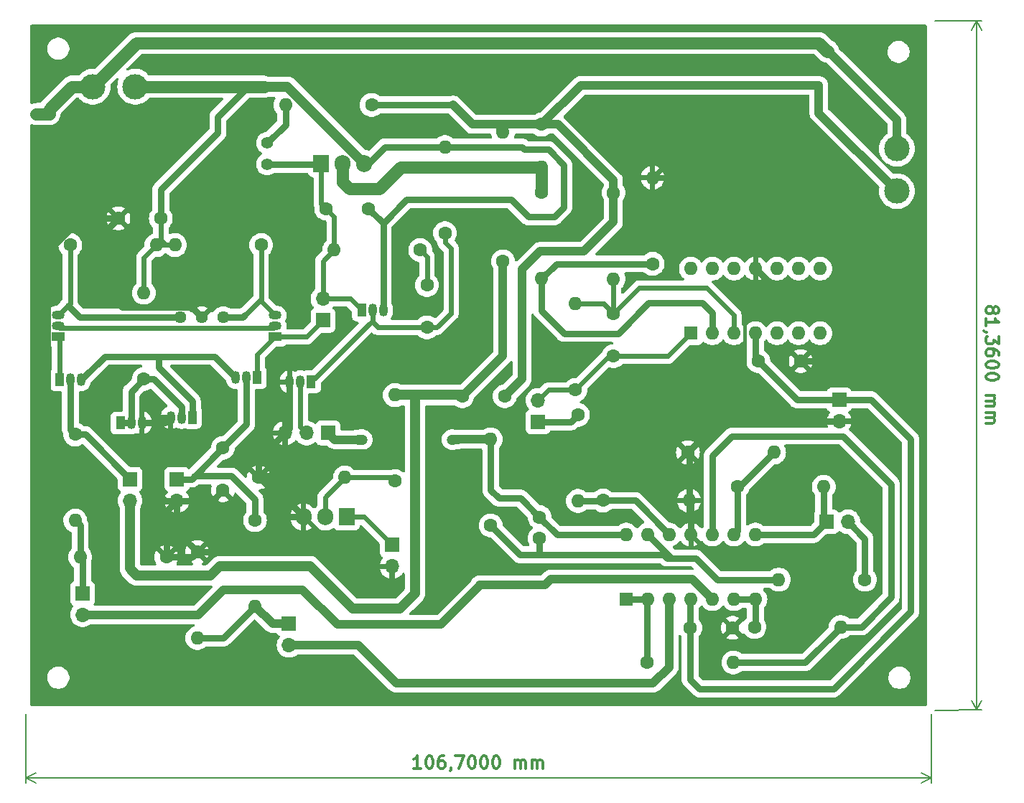
<source format=gbr>
%TF.GenerationSoftware,KiCad,Pcbnew,8.0.3*%
%TF.CreationDate,2024-10-03T16:42:38-03:00*%
%TF.ProjectId,check_point_1,63686563-6b5f-4706-9f69-6e745f312e6b,rev?*%
%TF.SameCoordinates,Original*%
%TF.FileFunction,Copper,L2,Bot*%
%TF.FilePolarity,Positive*%
%FSLAX46Y46*%
G04 Gerber Fmt 4.6, Leading zero omitted, Abs format (unit mm)*
G04 Created by KiCad (PCBNEW 8.0.3) date 2024-10-03 16:42:38*
%MOMM*%
%LPD*%
G01*
G04 APERTURE LIST*
%ADD10C,0.300000*%
%TA.AperFunction,NonConductor*%
%ADD11C,0.300000*%
%TD*%
%TA.AperFunction,NonConductor*%
%ADD12C,0.200000*%
%TD*%
%TA.AperFunction,ComponentPad*%
%ADD13R,1.700000X1.700000*%
%TD*%
%TA.AperFunction,ComponentPad*%
%ADD14O,1.700000X1.700000*%
%TD*%
%TA.AperFunction,ComponentPad*%
%ADD15R,1.050000X1.500000*%
%TD*%
%TA.AperFunction,ComponentPad*%
%ADD16O,1.050000X1.500000*%
%TD*%
%TA.AperFunction,ComponentPad*%
%ADD17C,1.600000*%
%TD*%
%TA.AperFunction,ComponentPad*%
%ADD18O,1.600000X1.600000*%
%TD*%
%TA.AperFunction,ComponentPad*%
%ADD19R,1.905000X2.000000*%
%TD*%
%TA.AperFunction,ComponentPad*%
%ADD20O,1.905000X2.000000*%
%TD*%
%TA.AperFunction,ComponentPad*%
%ADD21R,1.600000X1.600000*%
%TD*%
%TA.AperFunction,ComponentPad*%
%ADD22R,1.500000X1.050000*%
%TD*%
%TA.AperFunction,ComponentPad*%
%ADD23O,1.500000X1.050000*%
%TD*%
%TA.AperFunction,ComponentPad*%
%ADD24C,3.000000*%
%TD*%
%TA.AperFunction,ComponentPad*%
%ADD25C,1.440000*%
%TD*%
%TA.AperFunction,ComponentPad*%
%ADD26C,1.400000*%
%TD*%
%TA.AperFunction,ViaPad*%
%ADD27C,1.200000*%
%TD*%
%TA.AperFunction,Conductor*%
%ADD28C,0.800000*%
%TD*%
%TA.AperFunction,Conductor*%
%ADD29C,1.400000*%
%TD*%
%TA.AperFunction,Conductor*%
%ADD30C,1.200000*%
%TD*%
%TA.AperFunction,Conductor*%
%ADD31C,0.600000*%
%TD*%
%TA.AperFunction,Conductor*%
%ADD32C,1.000000*%
%TD*%
%TA.AperFunction,Conductor*%
%ADD33C,0.450000*%
%TD*%
G04 APERTURE END LIST*
D10*
D11*
X140400736Y-84956244D02*
X140472147Y-84813378D01*
X140472147Y-84813378D02*
X140543567Y-84741941D01*
X140543567Y-84741941D02*
X140686415Y-84670495D01*
X140686415Y-84670495D02*
X140757844Y-84670486D01*
X140757844Y-84670486D02*
X140900710Y-84741897D01*
X140900710Y-84741897D02*
X140972147Y-84813317D01*
X140972147Y-84813317D02*
X141043593Y-84956165D01*
X141043593Y-84956165D02*
X141043629Y-85241879D01*
X141043629Y-85241879D02*
X140972218Y-85384745D01*
X140972218Y-85384745D02*
X140900798Y-85456183D01*
X140900798Y-85456183D02*
X140757949Y-85527629D01*
X140757949Y-85527629D02*
X140686521Y-85527638D01*
X140686521Y-85527638D02*
X140543655Y-85456227D01*
X140543655Y-85456227D02*
X140472218Y-85384807D01*
X140472218Y-85384807D02*
X140400771Y-85241958D01*
X140400771Y-85241958D02*
X140400736Y-84956244D01*
X140400736Y-84956244D02*
X140329290Y-84813396D01*
X140329290Y-84813396D02*
X140257853Y-84741976D01*
X140257853Y-84741976D02*
X140114987Y-84670565D01*
X140114987Y-84670565D02*
X139829273Y-84670600D01*
X139829273Y-84670600D02*
X139686424Y-84742046D01*
X139686424Y-84742046D02*
X139615004Y-84813484D01*
X139615004Y-84813484D02*
X139543593Y-84956349D01*
X139543593Y-84956349D02*
X139543629Y-85242064D01*
X139543629Y-85242064D02*
X139615075Y-85384912D01*
X139615075Y-85384912D02*
X139686512Y-85456332D01*
X139686512Y-85456332D02*
X139829378Y-85527743D01*
X139829378Y-85527743D02*
X140115092Y-85527708D01*
X140115092Y-85527708D02*
X140257941Y-85456262D01*
X140257941Y-85456262D02*
X140329360Y-85384824D01*
X140329360Y-85384824D02*
X140400771Y-85241958D01*
X139543839Y-86956349D02*
X139543734Y-86099206D01*
X139543787Y-86527778D02*
X141043787Y-86527593D01*
X141043787Y-86527593D02*
X140829483Y-86384762D01*
X140829483Y-86384762D02*
X140686609Y-86241923D01*
X140686609Y-86241923D02*
X140615162Y-86099075D01*
X139615356Y-87670626D02*
X139543927Y-87670634D01*
X139543927Y-87670634D02*
X139401061Y-87599223D01*
X139401061Y-87599223D02*
X139329624Y-87527804D01*
X141043989Y-88170450D02*
X141044103Y-89099022D01*
X141044103Y-89099022D02*
X140472613Y-88599092D01*
X140472613Y-88599092D02*
X140472639Y-88813378D01*
X140472639Y-88813378D02*
X140401228Y-88956244D01*
X140401228Y-88956244D02*
X140329808Y-89027681D01*
X140329808Y-89027681D02*
X140186960Y-89099127D01*
X140186960Y-89099127D02*
X139829817Y-89099171D01*
X139829817Y-89099171D02*
X139686951Y-89027760D01*
X139686951Y-89027760D02*
X139615514Y-88956340D01*
X139615514Y-88956340D02*
X139544068Y-88813492D01*
X139544068Y-88813492D02*
X139544015Y-88384920D01*
X139544015Y-88384920D02*
X139615426Y-88242054D01*
X139615426Y-88242054D02*
X139686846Y-88170617D01*
X141044261Y-90384736D02*
X141044226Y-90099021D01*
X141044226Y-90099021D02*
X140972779Y-89956173D01*
X140972779Y-89956173D02*
X140901342Y-89884753D01*
X140901342Y-89884753D02*
X140687039Y-89741922D01*
X140687039Y-89741922D02*
X140401316Y-89670529D01*
X140401316Y-89670529D02*
X139829887Y-89670599D01*
X139829887Y-89670599D02*
X139687039Y-89742045D01*
X139687039Y-89742045D02*
X139615619Y-89813483D01*
X139615619Y-89813483D02*
X139544208Y-89956348D01*
X139544208Y-89956348D02*
X139544243Y-90242063D01*
X139544243Y-90242063D02*
X139615689Y-90384911D01*
X139615689Y-90384911D02*
X139687127Y-90456331D01*
X139687127Y-90456331D02*
X139829993Y-90527742D01*
X139829993Y-90527742D02*
X140187135Y-90527698D01*
X140187135Y-90527698D02*
X140329984Y-90456252D01*
X140329984Y-90456252D02*
X140401404Y-90384815D01*
X140401404Y-90384815D02*
X140472815Y-90241949D01*
X140472815Y-90241949D02*
X140472779Y-89956234D01*
X140472779Y-89956234D02*
X140401333Y-89813386D01*
X140401333Y-89813386D02*
X140329896Y-89741966D01*
X140329896Y-89741966D02*
X140187030Y-89670555D01*
X141044392Y-91456164D02*
X141044410Y-91599021D01*
X141044410Y-91599021D02*
X140972999Y-91741887D01*
X140972999Y-91741887D02*
X140901579Y-91813324D01*
X140901579Y-91813324D02*
X140758731Y-91884770D01*
X140758731Y-91884770D02*
X140473025Y-91956234D01*
X140473025Y-91956234D02*
X140115882Y-91956278D01*
X140115882Y-91956278D02*
X139830159Y-91884884D01*
X139830159Y-91884884D02*
X139687293Y-91813473D01*
X139687293Y-91813473D02*
X139615856Y-91742054D01*
X139615856Y-91742054D02*
X139544410Y-91599205D01*
X139544410Y-91599205D02*
X139544392Y-91456348D01*
X139544392Y-91456348D02*
X139615803Y-91313482D01*
X139615803Y-91313482D02*
X139687223Y-91242045D01*
X139687223Y-91242045D02*
X139830072Y-91170599D01*
X139830072Y-91170599D02*
X140115777Y-91099135D01*
X140115777Y-91099135D02*
X140472920Y-91099091D01*
X140472920Y-91099091D02*
X140758643Y-91170484D01*
X140758643Y-91170484D02*
X140901509Y-91241895D01*
X140901509Y-91241895D02*
X140972946Y-91313315D01*
X140972946Y-91313315D02*
X141044392Y-91456164D01*
X141044568Y-92884735D02*
X141044586Y-93027592D01*
X141044586Y-93027592D02*
X140973174Y-93170458D01*
X140973174Y-93170458D02*
X140901755Y-93241895D01*
X140901755Y-93241895D02*
X140758906Y-93313341D01*
X140758906Y-93313341D02*
X140473201Y-93384805D01*
X140473201Y-93384805D02*
X140116058Y-93384849D01*
X140116058Y-93384849D02*
X139830335Y-93313455D01*
X139830335Y-93313455D02*
X139687469Y-93242044D01*
X139687469Y-93242044D02*
X139616032Y-93170625D01*
X139616032Y-93170625D02*
X139544586Y-93027776D01*
X139544586Y-93027776D02*
X139544568Y-92884919D01*
X139544568Y-92884919D02*
X139615979Y-92742053D01*
X139615979Y-92742053D02*
X139687399Y-92670616D01*
X139687399Y-92670616D02*
X139830247Y-92599170D01*
X139830247Y-92599170D02*
X140115953Y-92527706D01*
X140115953Y-92527706D02*
X140473095Y-92527662D01*
X140473095Y-92527662D02*
X140758819Y-92599055D01*
X140758819Y-92599055D02*
X140901684Y-92670466D01*
X140901684Y-92670466D02*
X140973122Y-92741886D01*
X140973122Y-92741886D02*
X141044568Y-92884735D01*
X139544849Y-95170633D02*
X140544849Y-95170510D01*
X140401992Y-95170527D02*
X140473429Y-95241947D01*
X140473429Y-95241947D02*
X140544875Y-95384796D01*
X140544875Y-95384796D02*
X140544902Y-95599081D01*
X140544902Y-95599081D02*
X140473491Y-95741947D01*
X140473491Y-95741947D02*
X140330642Y-95813393D01*
X140330642Y-95813393D02*
X139544928Y-95813490D01*
X140330642Y-95813393D02*
X140473508Y-95884804D01*
X140473508Y-95884804D02*
X140544954Y-96027653D01*
X140544954Y-96027653D02*
X140544981Y-96241938D01*
X140544981Y-96241938D02*
X140473570Y-96384804D01*
X140473570Y-96384804D02*
X140330721Y-96456250D01*
X140330721Y-96456250D02*
X139545007Y-96456347D01*
X139545095Y-97170633D02*
X140545095Y-97170510D01*
X140402238Y-97170527D02*
X140473675Y-97241947D01*
X140473675Y-97241947D02*
X140545121Y-97384795D01*
X140545121Y-97384795D02*
X140545147Y-97599081D01*
X140545147Y-97599081D02*
X140473736Y-97741947D01*
X140473736Y-97741947D02*
X140330888Y-97813393D01*
X140330888Y-97813393D02*
X139545174Y-97813490D01*
X140330888Y-97813393D02*
X140473754Y-97884804D01*
X140473754Y-97884804D02*
X140545200Y-98027653D01*
X140545200Y-98027653D02*
X140545226Y-98241938D01*
X140545226Y-98241938D02*
X140473815Y-98384804D01*
X140473815Y-98384804D02*
X140330967Y-98456250D01*
X140330967Y-98456250D02*
X139545253Y-98456347D01*
D12*
X133580000Y-132279939D02*
X139014159Y-132279271D01*
X133570000Y-50919939D02*
X139004159Y-50919271D01*
X138427739Y-132279343D02*
X138417739Y-50919343D01*
X138427739Y-132279343D02*
X138417739Y-50919343D01*
X138427739Y-132279343D02*
X137841180Y-131152911D01*
X138427739Y-132279343D02*
X139014021Y-131152767D01*
X138417739Y-50919343D02*
X139004298Y-52045775D01*
X138417739Y-50919343D02*
X137831457Y-52045919D01*
D10*
D11*
X72944287Y-139178328D02*
X72087144Y-139178328D01*
X72515715Y-139178328D02*
X72515715Y-137678328D01*
X72515715Y-137678328D02*
X72372858Y-137892614D01*
X72372858Y-137892614D02*
X72230001Y-138035471D01*
X72230001Y-138035471D02*
X72087144Y-138106900D01*
X73872858Y-137678328D02*
X74015715Y-137678328D01*
X74015715Y-137678328D02*
X74158572Y-137749757D01*
X74158572Y-137749757D02*
X74230001Y-137821185D01*
X74230001Y-137821185D02*
X74301429Y-137964042D01*
X74301429Y-137964042D02*
X74372858Y-138249757D01*
X74372858Y-138249757D02*
X74372858Y-138606900D01*
X74372858Y-138606900D02*
X74301429Y-138892614D01*
X74301429Y-138892614D02*
X74230001Y-139035471D01*
X74230001Y-139035471D02*
X74158572Y-139106900D01*
X74158572Y-139106900D02*
X74015715Y-139178328D01*
X74015715Y-139178328D02*
X73872858Y-139178328D01*
X73872858Y-139178328D02*
X73730001Y-139106900D01*
X73730001Y-139106900D02*
X73658572Y-139035471D01*
X73658572Y-139035471D02*
X73587143Y-138892614D01*
X73587143Y-138892614D02*
X73515715Y-138606900D01*
X73515715Y-138606900D02*
X73515715Y-138249757D01*
X73515715Y-138249757D02*
X73587143Y-137964042D01*
X73587143Y-137964042D02*
X73658572Y-137821185D01*
X73658572Y-137821185D02*
X73730001Y-137749757D01*
X73730001Y-137749757D02*
X73872858Y-137678328D01*
X75658572Y-137678328D02*
X75372857Y-137678328D01*
X75372857Y-137678328D02*
X75230000Y-137749757D01*
X75230000Y-137749757D02*
X75158572Y-137821185D01*
X75158572Y-137821185D02*
X75015714Y-138035471D01*
X75015714Y-138035471D02*
X74944286Y-138321185D01*
X74944286Y-138321185D02*
X74944286Y-138892614D01*
X74944286Y-138892614D02*
X75015714Y-139035471D01*
X75015714Y-139035471D02*
X75087143Y-139106900D01*
X75087143Y-139106900D02*
X75230000Y-139178328D01*
X75230000Y-139178328D02*
X75515714Y-139178328D01*
X75515714Y-139178328D02*
X75658572Y-139106900D01*
X75658572Y-139106900D02*
X75730000Y-139035471D01*
X75730000Y-139035471D02*
X75801429Y-138892614D01*
X75801429Y-138892614D02*
X75801429Y-138535471D01*
X75801429Y-138535471D02*
X75730000Y-138392614D01*
X75730000Y-138392614D02*
X75658572Y-138321185D01*
X75658572Y-138321185D02*
X75515714Y-138249757D01*
X75515714Y-138249757D02*
X75230000Y-138249757D01*
X75230000Y-138249757D02*
X75087143Y-138321185D01*
X75087143Y-138321185D02*
X75015714Y-138392614D01*
X75015714Y-138392614D02*
X74944286Y-138535471D01*
X76515714Y-139106900D02*
X76515714Y-139178328D01*
X76515714Y-139178328D02*
X76444285Y-139321185D01*
X76444285Y-139321185D02*
X76372857Y-139392614D01*
X77015714Y-137678328D02*
X78015714Y-137678328D01*
X78015714Y-137678328D02*
X77372857Y-139178328D01*
X78872857Y-137678328D02*
X79015714Y-137678328D01*
X79015714Y-137678328D02*
X79158571Y-137749757D01*
X79158571Y-137749757D02*
X79230000Y-137821185D01*
X79230000Y-137821185D02*
X79301428Y-137964042D01*
X79301428Y-137964042D02*
X79372857Y-138249757D01*
X79372857Y-138249757D02*
X79372857Y-138606900D01*
X79372857Y-138606900D02*
X79301428Y-138892614D01*
X79301428Y-138892614D02*
X79230000Y-139035471D01*
X79230000Y-139035471D02*
X79158571Y-139106900D01*
X79158571Y-139106900D02*
X79015714Y-139178328D01*
X79015714Y-139178328D02*
X78872857Y-139178328D01*
X78872857Y-139178328D02*
X78730000Y-139106900D01*
X78730000Y-139106900D02*
X78658571Y-139035471D01*
X78658571Y-139035471D02*
X78587142Y-138892614D01*
X78587142Y-138892614D02*
X78515714Y-138606900D01*
X78515714Y-138606900D02*
X78515714Y-138249757D01*
X78515714Y-138249757D02*
X78587142Y-137964042D01*
X78587142Y-137964042D02*
X78658571Y-137821185D01*
X78658571Y-137821185D02*
X78730000Y-137749757D01*
X78730000Y-137749757D02*
X78872857Y-137678328D01*
X80301428Y-137678328D02*
X80444285Y-137678328D01*
X80444285Y-137678328D02*
X80587142Y-137749757D01*
X80587142Y-137749757D02*
X80658571Y-137821185D01*
X80658571Y-137821185D02*
X80729999Y-137964042D01*
X80729999Y-137964042D02*
X80801428Y-138249757D01*
X80801428Y-138249757D02*
X80801428Y-138606900D01*
X80801428Y-138606900D02*
X80729999Y-138892614D01*
X80729999Y-138892614D02*
X80658571Y-139035471D01*
X80658571Y-139035471D02*
X80587142Y-139106900D01*
X80587142Y-139106900D02*
X80444285Y-139178328D01*
X80444285Y-139178328D02*
X80301428Y-139178328D01*
X80301428Y-139178328D02*
X80158571Y-139106900D01*
X80158571Y-139106900D02*
X80087142Y-139035471D01*
X80087142Y-139035471D02*
X80015713Y-138892614D01*
X80015713Y-138892614D02*
X79944285Y-138606900D01*
X79944285Y-138606900D02*
X79944285Y-138249757D01*
X79944285Y-138249757D02*
X80015713Y-137964042D01*
X80015713Y-137964042D02*
X80087142Y-137821185D01*
X80087142Y-137821185D02*
X80158571Y-137749757D01*
X80158571Y-137749757D02*
X80301428Y-137678328D01*
X81729999Y-137678328D02*
X81872856Y-137678328D01*
X81872856Y-137678328D02*
X82015713Y-137749757D01*
X82015713Y-137749757D02*
X82087142Y-137821185D01*
X82087142Y-137821185D02*
X82158570Y-137964042D01*
X82158570Y-137964042D02*
X82229999Y-138249757D01*
X82229999Y-138249757D02*
X82229999Y-138606900D01*
X82229999Y-138606900D02*
X82158570Y-138892614D01*
X82158570Y-138892614D02*
X82087142Y-139035471D01*
X82087142Y-139035471D02*
X82015713Y-139106900D01*
X82015713Y-139106900D02*
X81872856Y-139178328D01*
X81872856Y-139178328D02*
X81729999Y-139178328D01*
X81729999Y-139178328D02*
X81587142Y-139106900D01*
X81587142Y-139106900D02*
X81515713Y-139035471D01*
X81515713Y-139035471D02*
X81444284Y-138892614D01*
X81444284Y-138892614D02*
X81372856Y-138606900D01*
X81372856Y-138606900D02*
X81372856Y-138249757D01*
X81372856Y-138249757D02*
X81444284Y-137964042D01*
X81444284Y-137964042D02*
X81515713Y-137821185D01*
X81515713Y-137821185D02*
X81587142Y-137749757D01*
X81587142Y-137749757D02*
X81729999Y-137678328D01*
X84015712Y-139178328D02*
X84015712Y-138178328D01*
X84015712Y-138321185D02*
X84087141Y-138249757D01*
X84087141Y-138249757D02*
X84229998Y-138178328D01*
X84229998Y-138178328D02*
X84444284Y-138178328D01*
X84444284Y-138178328D02*
X84587141Y-138249757D01*
X84587141Y-138249757D02*
X84658570Y-138392614D01*
X84658570Y-138392614D02*
X84658570Y-139178328D01*
X84658570Y-138392614D02*
X84729998Y-138249757D01*
X84729998Y-138249757D02*
X84872855Y-138178328D01*
X84872855Y-138178328D02*
X85087141Y-138178328D01*
X85087141Y-138178328D02*
X85229998Y-138249757D01*
X85229998Y-138249757D02*
X85301427Y-138392614D01*
X85301427Y-138392614D02*
X85301427Y-139178328D01*
X86015712Y-139178328D02*
X86015712Y-138178328D01*
X86015712Y-138321185D02*
X86087141Y-138249757D01*
X86087141Y-138249757D02*
X86229998Y-138178328D01*
X86229998Y-138178328D02*
X86444284Y-138178328D01*
X86444284Y-138178328D02*
X86587141Y-138249757D01*
X86587141Y-138249757D02*
X86658570Y-138392614D01*
X86658570Y-138392614D02*
X86658570Y-139178328D01*
X86658570Y-138392614D02*
X86729998Y-138249757D01*
X86729998Y-138249757D02*
X86872855Y-138178328D01*
X86872855Y-138178328D02*
X87087141Y-138178328D01*
X87087141Y-138178328D02*
X87229998Y-138249757D01*
X87229998Y-138249757D02*
X87301427Y-138392614D01*
X87301427Y-138392614D02*
X87301427Y-139178328D01*
D12*
X26380000Y-132780000D02*
X26380000Y-140886420D01*
X133080000Y-132780000D02*
X133080000Y-140886420D01*
X26380000Y-140300000D02*
X133080000Y-140300000D01*
X26380000Y-140300000D02*
X133080000Y-140300000D01*
X26380000Y-140300000D02*
X27506504Y-139713579D01*
X26380000Y-140300000D02*
X27506504Y-140886421D01*
X133080000Y-140300000D02*
X131953496Y-140886421D01*
X133080000Y-140300000D02*
X131953496Y-139713579D01*
D13*
%TO.P,JP3,1,A*%
%TO.N,Net-(JP3-A)*%
X57380000Y-122100000D03*
D14*
%TO.P,JP3,2,B*%
%TO.N,Net-(JP3-B)*%
X57380000Y-124640000D03*
%TD*%
D13*
%TO.P,JP4,1,A*%
%TO.N,Net-(JP4-A)*%
X33040000Y-118500000D03*
D14*
%TO.P,JP4,2,B*%
%TO.N,Net-(JP4-B)*%
X33040000Y-121040000D03*
%TD*%
D15*
%TO.P,Q6,1,C*%
%TO.N,/FES_PD*%
X37490000Y-98410000D03*
D16*
%TO.P,Q6,2,B*%
X38760000Y-98410000D03*
%TO.P,Q6,3,E*%
%TO.N,GND*%
X40030000Y-98410000D03*
%TD*%
D13*
%TO.P,JP7,1,A*%
%TO.N,Net-(JP7-A)*%
X86750000Y-98275000D03*
D14*
%TO.P,JP7,2,B*%
%TO.N,/Vs A*%
X86750000Y-95735000D03*
%TD*%
D17*
%TO.P,Rs2,1*%
%TO.N,/Vs A*%
X91150000Y-94510000D03*
D18*
%TO.P,Rs2,2*%
%TO.N,Net-(U2A-+)*%
X91150000Y-84350000D03*
%TD*%
D17*
%TO.P,Rc_2,1*%
%TO.N,Net-(C6-Pad1)*%
X72850000Y-78000000D03*
D18*
%TO.P,Rc_2,2*%
%TO.N,/PD-out A*%
X62690000Y-78000000D03*
%TD*%
D17*
%TO.P,C1,1*%
%TO.N,EOA1*%
X104690000Y-122580000D03*
%TO.P,C1,2*%
%TO.N,GND*%
X109690000Y-122580000D03*
%TD*%
D13*
%TO.P,BT3,1,+*%
%TO.N,/Vref*%
X44170000Y-105030000D03*
D14*
%TO.P,BT3,2,-*%
%TO.N,GND*%
X44170000Y-107570000D03*
%TD*%
D17*
%TO.P,Rc_1,1*%
%TO.N,/Vo A*%
X67120000Y-60880000D03*
D18*
%TO.P,Rc_1,2*%
%TO.N,Net-(C3-Pad2)*%
X56960000Y-60880000D03*
%TD*%
D15*
%TO.P,Q1,1,C*%
%TO.N,Net-(Q1-C)*%
X30340000Y-93310000D03*
D16*
%TO.P,Q1,2,B*%
%TO.N,/Vf A*%
X31610000Y-93310000D03*
%TO.P,Q1,3,E*%
%TO.N,Net-(Q1-E)*%
X32880000Y-93310000D03*
%TD*%
D15*
%TO.P,Q9,1,C*%
%TO.N,/PD-out A*%
X65940000Y-85110000D03*
D16*
%TO.P,Q9,2,B*%
%TO.N,Net-(Q8-C)*%
X67210000Y-85110000D03*
%TO.P,Q9,3,E*%
%TO.N,VCC*%
X68480000Y-85110000D03*
%TD*%
D19*
%TO.P,Q7,1,G*%
%TO.N,/PD-out A*%
X61180000Y-67780000D03*
D20*
%TO.P,Q7,2,D*%
%TO.N,Net-(Q7-D)*%
X63720000Y-67780000D03*
%TO.P,Q7,3,S*%
%TO.N,VCC*%
X66260000Y-67780000D03*
%TD*%
D17*
%TO.P,R22,1*%
%TO.N,Net-(JP7-A)*%
X91450000Y-97440000D03*
D18*
%TO.P,R22,2*%
%TO.N,Net-(U1D-+)*%
X91450000Y-107600000D03*
%TD*%
D17*
%TO.P,R14,1*%
%TO.N,Net-(U1A--)*%
X99610000Y-126670000D03*
D18*
%TO.P,R14,2*%
%TO.N,Net-(U1C-+)*%
X109770000Y-126670000D03*
%TD*%
D13*
%TO.P,BT2,1,+*%
%TO.N,Venable*%
X69530000Y-112800000D03*
D14*
%TO.P,BT2,2,-*%
%TO.N,GND*%
X69530000Y-115340000D03*
%TD*%
D17*
%TO.P,C4,1*%
%TO.N,/PD-out A*%
X61760000Y-73100000D03*
%TO.P,C4,2*%
%TO.N,VCC*%
X66760000Y-73100000D03*
%TD*%
%TO.P,C10,1*%
%TO.N,Net-(JP1-A)*%
X86920000Y-109510000D03*
%TO.P,C10,2*%
%TO.N,Net-(U1D--)*%
X86920000Y-112010000D03*
%TD*%
%TO.P,C5,1*%
%TO.N,/Vo A*%
X82810000Y-95260000D03*
%TO.P,C5,2*%
%TO.N,Net-(JP6-B)*%
X77810000Y-95260000D03*
%TD*%
D13*
%TO.P,BT4,1,+*%
%TO.N,EOA1*%
X122250000Y-95660000D03*
D14*
%TO.P,BT4,2,-*%
%TO.N,GND*%
X122250000Y-98200000D03*
%TD*%
D13*
%TO.P,JP5,1,A*%
%TO.N,Net-(JP5-A)*%
X120745000Y-110060000D03*
D14*
%TO.P,JP5,2,B*%
%TO.N,/Vref-c A*%
X123285000Y-110060000D03*
%TD*%
D15*
%TO.P,Q2,1,C*%
%TO.N,Net-(JP2-A)*%
X53630000Y-93040000D03*
D16*
%TO.P,Q2,2,B*%
%TO.N,/Vref*%
X52360000Y-93040000D03*
%TO.P,Q2,3,E*%
%TO.N,Net-(Q1-E)*%
X51090000Y-93040000D03*
%TD*%
D17*
%TO.P,R6,1*%
%TO.N,/Vo A*%
X95650000Y-71240000D03*
D18*
%TO.P,R6,2*%
%TO.N,Net-(U2A-+)*%
X95650000Y-81400000D03*
%TD*%
D21*
%TO.P,U2,1*%
%TO.N,/Vs A*%
X104770000Y-87820000D03*
D18*
%TO.P,U2,2,-*%
%TO.N,Net-(U2A--)*%
X107310000Y-87820000D03*
%TO.P,U2,3,+*%
%TO.N,Net-(U2A-+)*%
X109850000Y-87820000D03*
%TO.P,U2,4,V+*%
%TO.N,EOA1*%
X112390000Y-87820000D03*
%TO.P,U2,5*%
%TO.N,N/C*%
X114930000Y-87820000D03*
%TO.P,U2,6*%
X117470000Y-87820000D03*
%TO.P,U2,7*%
X120010000Y-87820000D03*
%TO.P,U2,8*%
X120010000Y-80200000D03*
%TO.P,U2,9*%
X117470000Y-80200000D03*
%TO.P,U2,10*%
X114930000Y-80200000D03*
%TO.P,U2,11,V-*%
%TO.N,GND*%
X112390000Y-80200000D03*
%TO.P,U2,12*%
%TO.N,N/C*%
X109850000Y-80200000D03*
%TO.P,U2,13*%
X107310000Y-80200000D03*
%TO.P,U2,14*%
X104770000Y-80200000D03*
%TD*%
D17*
%TO.P,R5,1*%
%TO.N,Net-(Q7-D)*%
X87150000Y-71190000D03*
D18*
%TO.P,R5,2*%
%TO.N,Net-(U2A--)*%
X87150000Y-81350000D03*
%TD*%
D17*
%TO.P,Rf_1,1*%
%TO.N,Net-(JP6-B)*%
X82610000Y-79340000D03*
D18*
%TO.P,Rf_1,2*%
%TO.N,/Vo A*%
X82610000Y-64100000D03*
%TD*%
D22*
%TO.P,Q4,1,C*%
%TO.N,Net-(JP2-A)*%
X55740000Y-88250000D03*
D23*
%TO.P,Q4,2,B*%
%TO.N,Net-(Q1-C)*%
X55740000Y-86980000D03*
%TO.P,Q4,3,E*%
%TO.N,Net-(Q4-E)*%
X55740000Y-85710000D03*
%TD*%
D17*
%TO.P,C6,1*%
%TO.N,Net-(C6-Pad1)*%
X73640000Y-82130000D03*
%TO.P,C6,2*%
%TO.N,Net-(Q8-C)*%
X73640000Y-87130000D03*
%TD*%
D21*
%TO.P,U1,1*%
%TO.N,Net-(U1A--)*%
X97140000Y-119190000D03*
D18*
%TO.P,U1,2,-*%
X99680000Y-119190000D03*
%TO.P,U1,3,+*%
%TO.N,Net-(JP3-B)*%
X102220000Y-119190000D03*
%TO.P,U1,4,V+*%
%TO.N,EOA1*%
X104760000Y-119190000D03*
%TO.P,U1,5,+*%
%TO.N,Net-(JP4-B)*%
X107300000Y-119190000D03*
%TO.P,U1,6,-*%
%TO.N,Net-(U1B--)*%
X109840000Y-119190000D03*
%TO.P,U1,7*%
X112380000Y-119190000D03*
%TO.P,U1,8*%
%TO.N,Net-(JP5-A)*%
X112380000Y-111570000D03*
%TO.P,U1,9,-*%
%TO.N,Net-(U1C--)*%
X109840000Y-111570000D03*
%TO.P,U1,10,+*%
%TO.N,Net-(U1C-+)*%
X107300000Y-111570000D03*
%TO.P,U1,11,V-*%
%TO.N,GND*%
X104760000Y-111570000D03*
%TO.P,U1,12,+*%
%TO.N,Net-(U1D-+)*%
X102220000Y-111570000D03*
%TO.P,U1,13,-*%
%TO.N,Net-(U1D--)*%
X99680000Y-111570000D03*
%TO.P,U1,14*%
%TO.N,Net-(JP1-A)*%
X97140000Y-111570000D03*
%TD*%
D17*
%TO.P,R12,1*%
%TO.N,GND*%
X42920000Y-114230000D03*
D18*
%TO.P,R12,2*%
%TO.N,Net-(JP4-A)*%
X32760000Y-114230000D03*
%TD*%
D24*
%TO.P,BT1,1,+*%
%TO.N,VCC*%
X39240000Y-58730000D03*
%TO.P,BT1,2,-*%
%TO.N,GND_pwr*%
X34240000Y-58730000D03*
%TD*%
D17*
%TO.P,R1_pd1,1*%
%TO.N,Net-(Q3-E)*%
X31590000Y-77410000D03*
D18*
%TO.P,R1_pd1,2*%
%TO.N,VCC*%
X41750000Y-77410000D03*
%TD*%
D15*
%TO.P,Q8,1,C*%
%TO.N,Net-(Q8-C)*%
X60000000Y-93550000D03*
D16*
%TO.P,Q8,2,B*%
%TO.N,Net-(JP1-C)*%
X58730000Y-93550000D03*
%TO.P,Q8,3,E*%
%TO.N,GND*%
X57460000Y-93550000D03*
%TD*%
D17*
%TO.P,Rs3,1*%
%TO.N,/Vo A*%
X87150000Y-63190000D03*
D18*
%TO.P,Rs3,2*%
%TO.N,Net-(Q7-D)*%
X87150000Y-68270000D03*
%TD*%
D17*
%TO.P,C7,1*%
%TO.N,VCC*%
X42260000Y-74270000D03*
%TO.P,C7,2*%
%TO.N,GND*%
X37260000Y-74270000D03*
%TD*%
%TO.P,R3,1*%
%TO.N,Net-(U1D--)*%
X81160000Y-110490000D03*
D18*
%TO.P,R3,2*%
%TO.N,Net-(JP1-A)*%
X81160000Y-100330000D03*
%TD*%
D17*
%TO.P,Rs1,1*%
%TO.N,Net-(U2A--)*%
X100250000Y-79620000D03*
D18*
%TO.P,Rs1,2*%
%TO.N,GND*%
X100250000Y-69460000D03*
%TD*%
D22*
%TO.P,Q3,1,C*%
%TO.N,Net-(Q1-C)*%
X30180000Y-88250000D03*
D23*
%TO.P,Q3,2,B*%
X30180000Y-86980000D03*
%TO.P,Q3,3,E*%
%TO.N,Net-(Q3-E)*%
X30180000Y-85710000D03*
%TD*%
D17*
%TO.P,Rf2,1*%
%TO.N,Net-(Q10-D)*%
X69860000Y-105270000D03*
D18*
%TO.P,Rf2,2*%
%TO.N,Net-(JP6-B)*%
X69860000Y-95110000D03*
%TD*%
D17*
%TO.P,C9,1*%
%TO.N,Net-(U2A-+)*%
X95650000Y-85520000D03*
%TO.P,C9,2*%
%TO.N,/Vs A*%
X95650000Y-90520000D03*
%TD*%
%TO.P,R21,1*%
%TO.N,Net-(U1D-+)*%
X94390000Y-107550000D03*
D18*
%TO.P,R21,2*%
%TO.N,GND*%
X104550000Y-107550000D03*
%TD*%
D17*
%TO.P,Rf1,1*%
%TO.N,GND*%
X53800000Y-104840000D03*
D18*
%TO.P,Rf1,2*%
%TO.N,Net-(Q10-D)*%
X63960000Y-104840000D03*
%TD*%
D17*
%TO.P,Rt_f1,1*%
%TO.N,Net-(Q8-C)*%
X75770000Y-76000000D03*
D18*
%TO.P,Rt_f1,2*%
%TO.N,VCC*%
X75770000Y-65840000D03*
%TD*%
D19*
%TO.P,Q10,1,G*%
%TO.N,Venable*%
X64160000Y-109500000D03*
D20*
%TO.P,Q10,2,D*%
%TO.N,Net-(Q10-D)*%
X61620000Y-109500000D03*
%TO.P,Q10,3,S*%
%TO.N,GND*%
X59080000Y-109500000D03*
%TD*%
D17*
%TO.P,R11,1*%
%TO.N,GND*%
X46570000Y-113620000D03*
D18*
%TO.P,R11,2*%
%TO.N,Net-(JP3-A)*%
X46570000Y-123780000D03*
%TD*%
D24*
%TO.P,RLoad1,1*%
%TO.N,/Vo A*%
X129060000Y-71050000D03*
%TO.P,RLoad1,2*%
%TO.N,GND_pwr*%
X129060000Y-66050000D03*
%TD*%
D17*
%TO.P,C2,1*%
%TO.N,EOA1*%
X112720000Y-91100000D03*
%TO.P,C2,2*%
%TO.N,GND*%
X117720000Y-91100000D03*
%TD*%
D25*
%TO.P,RV1,1,1*%
%TO.N,Net-(Q4-E)*%
X49640000Y-85950000D03*
%TO.P,RV1,2,2*%
%TO.N,GND*%
X47100000Y-85950000D03*
%TO.P,RV1,3,3*%
%TO.N,Net-(Q3-E)*%
X44560000Y-85950000D03*
%TD*%
D17*
%TO.P,R_FES1,1*%
%TO.N,/FES_PD*%
X40260000Y-93220000D03*
D18*
%TO.P,R_FES1,2*%
%TO.N,VCC*%
X40260000Y-83060000D03*
%TD*%
D17*
%TO.P,R9,1*%
%TO.N,/Vf A*%
X32180000Y-99760000D03*
D18*
%TO.P,R9,2*%
%TO.N,Net-(JP4-A)*%
X32180000Y-109920000D03*
%TD*%
D17*
%TO.P,R13,1*%
%TO.N,Net-(U1B--)*%
X112270000Y-122470000D03*
D18*
%TO.P,R13,2*%
%TO.N,Net-(U1C-+)*%
X122430000Y-122470000D03*
%TD*%
D17*
%TO.P,C8,1*%
%TO.N,GND*%
X49570000Y-106340000D03*
%TO.P,C8,2*%
%TO.N,/Vref*%
X49570000Y-101340000D03*
%TD*%
D26*
%TO.P,C3,1*%
%TO.N,/PD-out A*%
X54810000Y-67870000D03*
%TO.P,C3,2*%
%TO.N,Net-(C3-Pad2)*%
X54810000Y-65370000D03*
%TD*%
D17*
%TO.P,R15,1*%
%TO.N,GND*%
X104410000Y-101880000D03*
D18*
%TO.P,R15,2*%
%TO.N,Net-(U1C--)*%
X114570000Y-101880000D03*
%TD*%
D15*
%TO.P,Q5,1,C*%
%TO.N,Net-(Q1-E)*%
X45970000Y-97740000D03*
D16*
%TO.P,Q5,2,B*%
%TO.N,/FES_PD*%
X44700000Y-97740000D03*
%TO.P,Q5,3,E*%
%TO.N,GND*%
X43430000Y-97740000D03*
%TD*%
D17*
%TO.P,R16,1*%
%TO.N,Net-(U1C--)*%
X110270000Y-105930000D03*
D18*
%TO.P,R16,2*%
%TO.N,Net-(JP5-A)*%
X120430000Y-105930000D03*
%TD*%
D17*
%TO.P,R10,1*%
%TO.N,/Vref*%
X53370000Y-109870000D03*
D18*
%TO.P,R10,2*%
%TO.N,Net-(JP3-A)*%
X53370000Y-120030000D03*
%TD*%
D13*
%TO.P,JP6,1,A*%
%TO.N,/Vf A*%
X38640000Y-105035000D03*
D14*
%TO.P,JP6,2,B*%
%TO.N,Net-(JP6-B)*%
X38640000Y-107575000D03*
%TD*%
D13*
%TO.P,JP2,1,A*%
%TO.N,Net-(JP2-A)*%
X61380000Y-86295000D03*
D14*
%TO.P,JP2,2,B*%
%TO.N,/PD-out A*%
X61380000Y-83755000D03*
%TD*%
D17*
%TO.P,R23,1*%
%TO.N,/Vref-c A*%
X125280000Y-116880000D03*
D18*
%TO.P,R23,2*%
%TO.N,Net-(U1D--)*%
X115120000Y-116880000D03*
%TD*%
D17*
%TO.P,R2_pd1,1*%
%TO.N,Net-(Q4-E)*%
X54090000Y-77410000D03*
D18*
%TO.P,R2_pd1,2*%
%TO.N,VCC*%
X43930000Y-77410000D03*
%TD*%
D13*
%TO.P,JP1,1,A*%
%TO.N,Net-(JP1-A)*%
X62000000Y-99590000D03*
D14*
%TO.P,JP1,2,C*%
%TO.N,Net-(JP1-C)*%
X59460000Y-99590000D03*
%TO.P,JP1,3,B*%
%TO.N,GND*%
X56920000Y-99590000D03*
%TD*%
D27*
%TO.N,GND*%
X92670000Y-63370000D03*
X35850000Y-110680000D03*
X29640000Y-67960000D03*
X42870000Y-110660000D03*
X92670000Y-70120000D03*
%TO.N,GND_pwr*%
X92750000Y-53570000D03*
X29140000Y-61930000D03*
%TO.N,Net-(JP1-A)*%
X76590000Y-100370000D03*
X66020000Y-100370000D03*
%TD*%
D28*
%TO.N,GND*%
X37730000Y-84730000D02*
X45880000Y-84730000D01*
X35070000Y-82070000D02*
X37730000Y-84730000D01*
X35070000Y-76460000D02*
X35070000Y-82070000D01*
X45880000Y-84730000D02*
X47100000Y-85950000D01*
X37260000Y-74270000D02*
X35070000Y-76460000D01*
D29*
%TO.N,Net-(Q7-D)*%
X87150000Y-68270000D02*
X87150000Y-71190000D01*
D28*
%TO.N,VCC*%
X85590000Y-74070000D02*
X88680000Y-74070000D01*
D30*
X57210000Y-58730000D02*
X66260000Y-67780000D01*
D31*
X40260000Y-78900000D02*
X41750000Y-77410000D01*
D28*
X71220000Y-72080000D02*
X83600000Y-72080000D01*
X42260000Y-70880000D02*
X42260000Y-74270000D01*
X85150000Y-66140000D02*
X84850000Y-65840000D01*
X68480000Y-74820000D02*
X71220000Y-72080000D01*
X89750000Y-73000000D02*
X89750000Y-67940000D01*
X52540000Y-58730000D02*
X49000000Y-62270000D01*
X87950000Y-66140000D02*
X85150000Y-66140000D01*
X54430000Y-58730000D02*
X52540000Y-58730000D01*
D31*
X41750000Y-77410000D02*
X42830000Y-77410000D01*
D28*
X68480000Y-85110000D02*
X68480000Y-74820000D01*
X66260000Y-67780000D02*
X66730000Y-67780000D01*
D31*
X40260000Y-83060000D02*
X40260000Y-78900000D01*
D28*
X68480000Y-74820000D02*
X66760000Y-73100000D01*
X89750000Y-67940000D02*
X87950000Y-66140000D01*
X66730000Y-67780000D02*
X68670000Y-65840000D01*
D31*
X42830000Y-77410000D02*
X42260000Y-76840000D01*
D28*
X84850000Y-65840000D02*
X75770000Y-65840000D01*
X88680000Y-74070000D02*
X89750000Y-73000000D01*
D31*
X42260000Y-76840000D02*
X42260000Y-74270000D01*
D28*
X49000000Y-64140000D02*
X42260000Y-70880000D01*
X68670000Y-65840000D02*
X75770000Y-65840000D01*
D30*
X54430000Y-58730000D02*
X57210000Y-58730000D01*
D28*
X49000000Y-62270000D02*
X49000000Y-64140000D01*
D29*
X39240000Y-58730000D02*
X54430000Y-58730000D01*
D28*
X83600000Y-72080000D02*
X85590000Y-74070000D01*
D31*
X42830000Y-77410000D02*
X43930000Y-77410000D01*
D32*
%TO.N,GND*%
X78770000Y-76520000D02*
X79530000Y-75760000D01*
X67480000Y-96200000D02*
X64820000Y-96200000D01*
X63570000Y-94950000D02*
X63570000Y-92780000D01*
D31*
X110980000Y-69460000D02*
X112390000Y-70870000D01*
D28*
X123040000Y-84500000D02*
X121850000Y-83310000D01*
X92670000Y-63370000D02*
X92670000Y-63100000D01*
X40030000Y-98410000D02*
X41540000Y-98410000D01*
X42790000Y-107570000D02*
X44170000Y-107570000D01*
D31*
X102130000Y-64790000D02*
X100490000Y-63150000D01*
D28*
X121850000Y-83310000D02*
X115500000Y-83310000D01*
X53800000Y-104840000D02*
X54420000Y-104840000D01*
X44170000Y-107570000D02*
X48340000Y-107570000D01*
D32*
X90760000Y-75760000D02*
X92670000Y-73850000D01*
D28*
X59080000Y-109500000D02*
X59080000Y-110170000D01*
X33140000Y-74270000D02*
X33140000Y-71460000D01*
X42920000Y-114230000D02*
X45960000Y-114230000D01*
X94000000Y-61770000D02*
X99110000Y-61770000D01*
X32891522Y-74270000D02*
X33140000Y-74270000D01*
X48340000Y-107570000D02*
X49570000Y-106340000D01*
X46570000Y-113620000D02*
X52290000Y-113620000D01*
D31*
X102130000Y-67580000D02*
X102130000Y-64790000D01*
D28*
X117720000Y-91100000D02*
X120890000Y-91100000D01*
D31*
X117230000Y-113860000D02*
X107050000Y-113860000D01*
D32*
X75430000Y-90560000D02*
X78770000Y-87220000D01*
D33*
X111075000Y-98105000D02*
X110980000Y-98200000D01*
D28*
X42920000Y-114230000D02*
X42920000Y-108820000D01*
X57460000Y-99050000D02*
X56920000Y-99590000D01*
X57460000Y-93550000D02*
X57460000Y-99050000D01*
D31*
X107050000Y-113860000D02*
X104760000Y-111570000D01*
X120340000Y-116970000D02*
X117230000Y-113860000D01*
D28*
X104760000Y-111570000D02*
X104760000Y-107760000D01*
X41540000Y-98410000D02*
X42760000Y-98410000D01*
X28930000Y-78231522D02*
X32891522Y-74270000D01*
X28930000Y-101610000D02*
X28930000Y-78231522D01*
D31*
X112390000Y-70870000D02*
X112390000Y-80200000D01*
D28*
X104550000Y-107550000D02*
X104550000Y-102020000D01*
D32*
X78770000Y-87220000D02*
X78770000Y-76520000D01*
X63570000Y-92780000D02*
X65790000Y-90560000D01*
D28*
X41540000Y-98410000D02*
X41540000Y-106320000D01*
D33*
X115500000Y-83310000D02*
X114695000Y-82505000D01*
D28*
X104760000Y-107760000D02*
X104550000Y-107550000D01*
D32*
X79530000Y-75760000D02*
X90760000Y-75760000D01*
D28*
X52290000Y-113620000D02*
X56410000Y-109500000D01*
X122250000Y-98200000D02*
X108090000Y-98200000D01*
D31*
X120340000Y-121270000D02*
X120340000Y-116970000D01*
D28*
X42920000Y-108820000D02*
X44170000Y-107570000D01*
X33140000Y-71460000D02*
X29640000Y-67960000D01*
D32*
X62600000Y-101970000D02*
X68780000Y-101970000D01*
D28*
X44170000Y-111220000D02*
X46570000Y-113620000D01*
X41540000Y-106320000D02*
X42790000Y-107570000D01*
D32*
X69530000Y-98250000D02*
X67480000Y-96200000D01*
D28*
X53800000Y-102710000D02*
X56920000Y-99590000D01*
D31*
X69530000Y-115340000D02*
X64920000Y-115340000D01*
D32*
X68780000Y-101970000D02*
X69530000Y-101220000D01*
D28*
X99110000Y-61770000D02*
X100490000Y-63150000D01*
X33140000Y-74270000D02*
X37260000Y-74270000D01*
D32*
X53800000Y-104840000D02*
X61450000Y-104840000D01*
D28*
X35850000Y-108530000D02*
X28930000Y-101610000D01*
D32*
X61450000Y-104840000D02*
X61450000Y-103120000D01*
D31*
X109690000Y-122580000D02*
X111850000Y-124740000D01*
D32*
X64820000Y-96200000D02*
X63570000Y-94950000D01*
D31*
X100250000Y-69460000D02*
X110980000Y-69460000D01*
D28*
X92670000Y-63100000D02*
X94000000Y-61770000D01*
D32*
X61450000Y-103120000D02*
X62600000Y-101970000D01*
D28*
X35850000Y-110680000D02*
X35850000Y-108530000D01*
X53800000Y-104840000D02*
X53800000Y-102710000D01*
D32*
X69530000Y-101220000D02*
X69530000Y-98250000D01*
D28*
X54420000Y-104840000D02*
X59080000Y-109500000D01*
D31*
X116870000Y-124740000D02*
X120340000Y-121270000D01*
X100250000Y-69460000D02*
X102130000Y-67580000D01*
D32*
X92670000Y-73850000D02*
X92670000Y-70120000D01*
D28*
X108090000Y-98200000D02*
X104410000Y-101880000D01*
D33*
X114695000Y-82505000D02*
X114445000Y-82505000D01*
D28*
X120890000Y-91100000D02*
X123040000Y-88950000D01*
X104550000Y-102020000D02*
X104410000Y-101880000D01*
D32*
X65790000Y-90560000D02*
X75430000Y-90560000D01*
D28*
X42760000Y-98410000D02*
X43430000Y-97740000D01*
X44170000Y-107570000D02*
X44170000Y-111220000D01*
D33*
X114445000Y-82505000D02*
X111075000Y-85875000D01*
D28*
X56410000Y-109500000D02*
X59080000Y-109500000D01*
D33*
X111075000Y-85875000D02*
X111075000Y-98105000D01*
D31*
X64920000Y-115340000D02*
X59080000Y-109500000D01*
X111850000Y-124740000D02*
X116870000Y-124740000D01*
D28*
X45960000Y-114230000D02*
X46570000Y-113620000D01*
X115500000Y-83310000D02*
X112390000Y-80200000D01*
X123040000Y-88950000D02*
X123040000Y-84500000D01*
D31*
%TO.N,Venable*%
X66230000Y-109500000D02*
X69530000Y-112800000D01*
X64160000Y-109500000D02*
X66230000Y-109500000D01*
D28*
%TO.N,/Vref*%
X52360000Y-98550000D02*
X52360000Y-93040000D01*
X53370000Y-107440000D02*
X53370000Y-109870000D01*
X49570000Y-101340000D02*
X52360000Y-98550000D01*
X45880000Y-105030000D02*
X49570000Y-101340000D01*
X46245000Y-104665000D02*
X50595000Y-104665000D01*
X45880000Y-105030000D02*
X46245000Y-104665000D01*
X44170000Y-105030000D02*
X45880000Y-105030000D01*
X50595000Y-104665000D02*
X53370000Y-107440000D01*
%TO.N,EOA1*%
X112390000Y-90770000D02*
X112720000Y-91100000D01*
X104690000Y-119260000D02*
X104760000Y-119190000D01*
X126020000Y-95660000D02*
X122250000Y-95660000D01*
X104690000Y-122580000D02*
X104690000Y-119260000D01*
X105780000Y-129780000D02*
X121580000Y-129780000D01*
X122250000Y-95660000D02*
X117280000Y-95660000D01*
X117280000Y-95660000D02*
X112720000Y-91100000D01*
X112390000Y-87820000D02*
X112390000Y-90770000D01*
X130680000Y-100320000D02*
X126020000Y-95660000D01*
X104690000Y-122580000D02*
X104690000Y-128690000D01*
X121580000Y-129780000D02*
X130680000Y-120680000D01*
X104690000Y-128690000D02*
X105780000Y-129780000D01*
X130680000Y-120680000D02*
X130680000Y-100320000D01*
D29*
%TO.N,GND_pwr*%
X29140000Y-61930000D02*
X27810000Y-61930000D01*
X27770000Y-61970000D02*
X27580000Y-61970000D01*
X119860000Y-53570000D02*
X120850000Y-54560000D01*
X29140000Y-61330000D02*
X29140000Y-61930000D01*
D32*
X129060000Y-66050000D02*
X129060000Y-62670000D01*
D29*
X92750000Y-53570000D02*
X119860000Y-53570000D01*
X39400000Y-53570000D02*
X34240000Y-58730000D01*
X31740000Y-58730000D02*
X29470000Y-61000000D01*
X92750000Y-53570000D02*
X39400000Y-53570000D01*
D32*
X129060000Y-62670000D02*
X120900000Y-54510000D01*
D29*
X29470000Y-61000000D02*
X29140000Y-61330000D01*
X34240000Y-58730000D02*
X31740000Y-58730000D01*
X120850000Y-54560000D02*
X120900000Y-54510000D01*
X27810000Y-61930000D02*
X27770000Y-61970000D01*
D31*
%TO.N,Net-(Q1-C)*%
X55550000Y-87170000D02*
X55740000Y-86980000D01*
X30370000Y-87170000D02*
X55550000Y-87170000D01*
X30340000Y-88410000D02*
X30180000Y-88250000D01*
X30180000Y-86980000D02*
X30370000Y-87170000D01*
X30340000Y-93310000D02*
X30340000Y-88410000D01*
D28*
%TO.N,Net-(Q1-E)*%
X45970000Y-97740000D02*
X45970000Y-95820000D01*
X45970000Y-95820000D02*
X42030000Y-91880000D01*
X48600000Y-90550000D02*
X42030000Y-90550000D01*
X42030000Y-90550000D02*
X35640000Y-90550000D01*
X35640000Y-90550000D02*
X32880000Y-93310000D01*
X51090000Y-93040000D02*
X48600000Y-90550000D01*
X42030000Y-91880000D02*
X42030000Y-90550000D01*
%TO.N,/Vf A*%
X32180000Y-99760000D02*
X31610000Y-99190000D01*
X33365000Y-99760000D02*
X38640000Y-105035000D01*
X31610000Y-99190000D02*
X31610000Y-93310000D01*
X32180000Y-99760000D02*
X33365000Y-99760000D01*
D31*
%TO.N,/PD-out A*%
X62690000Y-74030000D02*
X61760000Y-73100000D01*
X62690000Y-78000000D02*
X62690000Y-74030000D01*
D28*
X61090000Y-67870000D02*
X61180000Y-67780000D01*
D31*
X64585000Y-83755000D02*
X65940000Y-85110000D01*
X61180000Y-72520000D02*
X61760000Y-73100000D01*
X61380000Y-83755000D02*
X61380000Y-79310000D01*
X61380000Y-79310000D02*
X62690000Y-78000000D01*
X61380000Y-83755000D02*
X64585000Y-83755000D01*
X61180000Y-67780000D02*
X61180000Y-72520000D01*
D28*
X54810000Y-67870000D02*
X61090000Y-67870000D01*
%TO.N,Net-(Q3-E)*%
X32730000Y-85950000D02*
X31335000Y-84555000D01*
D31*
X31590000Y-77410000D02*
X31590000Y-84300000D01*
X31590000Y-84300000D02*
X31335000Y-84555000D01*
X31335000Y-84555000D02*
X30180000Y-85710000D01*
D28*
X32730000Y-85950000D02*
X44560000Y-85950000D01*
D31*
%TO.N,Net-(Q4-E)*%
X54090000Y-83790000D02*
X54090000Y-84060000D01*
X52195000Y-85685000D02*
X54090000Y-83790000D01*
D28*
X51930000Y-85950000D02*
X52195000Y-85685000D01*
D31*
X54090000Y-84060000D02*
X55740000Y-85710000D01*
X54090000Y-77410000D02*
X54090000Y-83790000D01*
D28*
X49640000Y-85950000D02*
X51930000Y-85950000D01*
%TO.N,/FES_PD*%
X37490000Y-98410000D02*
X38760000Y-98410000D01*
X41391370Y-93220000D02*
X44700000Y-96528630D01*
X44700000Y-96528630D02*
X44700000Y-97740000D01*
X38760000Y-94720000D02*
X38760000Y-98410000D01*
X40260000Y-93220000D02*
X41391370Y-93220000D01*
X40260000Y-93220000D02*
X38760000Y-94720000D01*
%TO.N,Net-(C3-Pad2)*%
X56960000Y-63220000D02*
X54810000Y-65370000D01*
X56960000Y-60880000D02*
X56960000Y-63220000D01*
D31*
%TO.N,Net-(Q8-C)*%
X75770000Y-77080000D02*
X75770000Y-76000000D01*
X67210000Y-86340000D02*
X67210000Y-85110000D01*
X73640000Y-87130000D02*
X67880000Y-87130000D01*
X67210000Y-86460000D02*
X67210000Y-85110000D01*
X60000000Y-93550000D02*
X67210000Y-86340000D01*
X76490000Y-85460000D02*
X76490000Y-77800000D01*
X76490000Y-77800000D02*
X75770000Y-77080000D01*
X73640000Y-87130000D02*
X74820000Y-87130000D01*
X74820000Y-87130000D02*
X76490000Y-85460000D01*
X67880000Y-87130000D02*
X67210000Y-86460000D01*
D30*
%TO.N,Net-(JP6-B)*%
X77660000Y-95110000D02*
X77810000Y-95260000D01*
X72230000Y-118520000D02*
X72230000Y-95490000D01*
X39430000Y-116380000D02*
X48140000Y-116380000D01*
X72610000Y-95110000D02*
X77660000Y-95110000D01*
X49210000Y-115310000D02*
X59900000Y-115310000D01*
X69860000Y-95110000D02*
X72610000Y-95110000D01*
X48140000Y-116380000D02*
X49210000Y-115310000D01*
X64910000Y-120320000D02*
X70430000Y-120320000D01*
X59900000Y-115310000D02*
X64910000Y-120320000D01*
X72230000Y-95490000D02*
X72610000Y-95110000D01*
X38640000Y-107575000D02*
X38640000Y-115590000D01*
X70430000Y-120320000D02*
X72230000Y-118520000D01*
X38640000Y-115590000D02*
X39430000Y-116380000D01*
D32*
X82610000Y-90460000D02*
X77810000Y-95260000D01*
X82610000Y-79340000D02*
X82610000Y-90460000D01*
D31*
%TO.N,Net-(C6-Pad1)*%
X73640000Y-78790000D02*
X72850000Y-78000000D01*
X73640000Y-82130000D02*
X73640000Y-78790000D01*
D28*
%TO.N,Net-(U1D--)*%
X86920000Y-113805000D02*
X87070000Y-113955000D01*
X102410000Y-114300000D02*
X102065000Y-113955000D01*
X101925000Y-114340000D02*
X105310000Y-114340000D01*
X102065000Y-113955000D02*
X101540000Y-113955000D01*
X107850000Y-116880000D02*
X115120000Y-116880000D01*
X101540000Y-113955000D02*
X101925000Y-114340000D01*
X101540000Y-113955000D02*
X87070000Y-113955000D01*
X102410000Y-114300000D02*
X99680000Y-111570000D01*
X84625000Y-113955000D02*
X81160000Y-110490000D01*
X105310000Y-114340000D02*
X107850000Y-116880000D01*
X87070000Y-113955000D02*
X84625000Y-113955000D01*
X86920000Y-112010000D02*
X86920000Y-113805000D01*
D31*
%TO.N,Net-(U2A-+)*%
X95650000Y-85520000D02*
X98700000Y-82470000D01*
X109850000Y-85700000D02*
X109850000Y-87820000D01*
X95650000Y-85520000D02*
X95650000Y-81400000D01*
X106620000Y-82470000D02*
X109850000Y-85700000D01*
X94480000Y-84350000D02*
X95650000Y-85520000D01*
X98700000Y-82470000D02*
X106620000Y-82470000D01*
X91150000Y-84350000D02*
X94480000Y-84350000D01*
D32*
%TO.N,/Vo A*%
X129060000Y-71050000D02*
X119860000Y-61850000D01*
X95650000Y-71240000D02*
X95650000Y-69770000D01*
X82280000Y-63770000D02*
X82280000Y-63190000D01*
X95650000Y-69770000D02*
X89070000Y-63190000D01*
X82280000Y-63190000D02*
X79040000Y-63190000D01*
X86980000Y-78160000D02*
X92180000Y-78160000D01*
X119860000Y-58570000D02*
X91770000Y-58570000D01*
X95650000Y-74690000D02*
X95650000Y-71240000D01*
X84850000Y-93220000D02*
X84850000Y-80290000D01*
X87150000Y-63190000D02*
X82280000Y-63190000D01*
X82810000Y-95260000D02*
X84850000Y-93220000D01*
X79040000Y-63190000D02*
X76730000Y-60880000D01*
X84850000Y-80290000D02*
X86980000Y-78160000D01*
X119860000Y-61850000D02*
X119860000Y-58570000D01*
X82610000Y-64100000D02*
X82280000Y-63770000D01*
X89070000Y-63190000D02*
X87150000Y-63190000D01*
X91770000Y-58570000D02*
X87150000Y-63190000D01*
D28*
X67120000Y-60880000D02*
X76730000Y-60880000D01*
D32*
X92180000Y-78160000D02*
X95650000Y-74690000D01*
D28*
%TO.N,Net-(U2A--)*%
X100250000Y-79620000D02*
X88880000Y-79620000D01*
X87150000Y-81350000D02*
X87150000Y-85160000D01*
X89820000Y-87830000D02*
X96170000Y-87830000D01*
X107310000Y-85440000D02*
X107310000Y-87820000D01*
X99780000Y-84220000D02*
X106090000Y-84220000D01*
X106090000Y-84220000D02*
X107310000Y-85440000D01*
X96170000Y-87830000D02*
X99780000Y-84220000D01*
X87150000Y-85160000D02*
X89820000Y-87830000D01*
X88880000Y-79620000D02*
X87150000Y-81350000D01*
D32*
%TO.N,Net-(JP1-A)*%
X62780000Y-100370000D02*
X62000000Y-99590000D01*
D28*
X84660000Y-107250000D02*
X82110000Y-107250000D01*
D32*
X76630000Y-100330000D02*
X76590000Y-100370000D01*
D28*
X81160000Y-106300000D02*
X81160000Y-100330000D01*
X82110000Y-107250000D02*
X81160000Y-106300000D01*
X88980000Y-111570000D02*
X86920000Y-109510000D01*
D32*
X66020000Y-100370000D02*
X62780000Y-100370000D01*
X81160000Y-100330000D02*
X76630000Y-100330000D01*
D28*
X97140000Y-111570000D02*
X88980000Y-111570000D01*
X86920000Y-109510000D02*
X84660000Y-107250000D01*
D31*
%TO.N,Net-(JP1-C)*%
X58730000Y-93550000D02*
X58730000Y-98860000D01*
X58730000Y-98860000D02*
X59460000Y-99590000D01*
D28*
%TO.N,Net-(U1C-+)*%
X109770000Y-126670000D02*
X118230000Y-126670000D01*
X118230000Y-126670000D02*
X122430000Y-122470000D01*
X107300000Y-102260000D02*
X107300000Y-111570000D01*
X128380000Y-118960000D02*
X128380000Y-105610000D01*
X124870000Y-122470000D02*
X128380000Y-118960000D01*
X109610000Y-99950000D02*
X107300000Y-102260000D01*
X128380000Y-105610000D02*
X122720000Y-99950000D01*
X122720000Y-99950000D02*
X109610000Y-99950000D01*
X122430000Y-122470000D02*
X124870000Y-122470000D01*
%TO.N,Net-(U1B--)*%
X112380000Y-122360000D02*
X112270000Y-122470000D01*
X112380000Y-119190000D02*
X109840000Y-119190000D01*
X112380000Y-119190000D02*
X112380000Y-122360000D01*
%TO.N,Net-(U1A--)*%
X99610000Y-126670000D02*
X99610000Y-119260000D01*
X99610000Y-119260000D02*
X99680000Y-119190000D01*
X97140000Y-119190000D02*
X99680000Y-119190000D01*
%TO.N,Net-(U1C--)*%
X110520000Y-105930000D02*
X114570000Y-101880000D01*
X110270000Y-105930000D02*
X110270000Y-111140000D01*
X110270000Y-105930000D02*
X110520000Y-105930000D01*
X110270000Y-111140000D02*
X109840000Y-111570000D01*
%TO.N,/Vref-c A*%
X125280000Y-112055000D02*
X125280000Y-116880000D01*
X123285000Y-110060000D02*
X125280000Y-112055000D01*
%TO.N,Net-(U1D-+)*%
X94390000Y-107550000D02*
X98200000Y-107550000D01*
X98200000Y-107550000D02*
X102220000Y-111570000D01*
X91450000Y-107600000D02*
X94340000Y-107600000D01*
X94340000Y-107600000D02*
X94390000Y-107550000D01*
D31*
%TO.N,/Vs A*%
X91150000Y-94510000D02*
X95140000Y-90520000D01*
X95650000Y-90520000D02*
X102070000Y-90520000D01*
X87975000Y-94510000D02*
X86750000Y-95735000D01*
X91150000Y-94510000D02*
X87975000Y-94510000D01*
X102070000Y-90520000D02*
X104770000Y-87820000D01*
X95140000Y-90520000D02*
X95650000Y-90520000D01*
%TO.N,Net-(JP2-A)*%
X53630000Y-90360000D02*
X55740000Y-88250000D01*
X53630000Y-93040000D02*
X53630000Y-90360000D01*
X55740000Y-88250000D02*
X59425000Y-88250000D01*
X59425000Y-88250000D02*
X61380000Y-86295000D01*
D32*
%TO.N,Net-(JP3-B)*%
X102220000Y-119190000D02*
X102220000Y-127200000D01*
X70040000Y-129130000D02*
X65550000Y-124640000D01*
X102220000Y-127200000D02*
X100290000Y-129130000D01*
X65550000Y-124640000D02*
X57380000Y-124640000D01*
X100290000Y-129130000D02*
X70040000Y-129130000D01*
%TO.N,Net-(JP3-A)*%
X55440000Y-122100000D02*
X53370000Y-120030000D01*
D28*
X46570000Y-123780000D02*
X49620000Y-123780000D01*
D32*
X57380000Y-122100000D02*
X55440000Y-122100000D01*
D28*
X49620000Y-123780000D02*
X53370000Y-120030000D01*
D32*
%TO.N,Net-(JP4-B)*%
X79860000Y-117490000D02*
X87590000Y-117490000D01*
X79860000Y-117620000D02*
X79860000Y-117490000D01*
X63110000Y-122200000D02*
X75280000Y-122200000D01*
X87590000Y-117490000D02*
X88250000Y-116830000D01*
X58980000Y-118070000D02*
X63110000Y-122200000D01*
X88250000Y-116830000D02*
X104940000Y-116830000D01*
X75280000Y-122200000D02*
X79860000Y-117620000D01*
X104940000Y-116830000D02*
X107300000Y-119190000D01*
X46680000Y-121040000D02*
X49650000Y-118070000D01*
X33040000Y-121040000D02*
X46680000Y-121040000D01*
X49650000Y-118070000D02*
X58980000Y-118070000D01*
D28*
%TO.N,Net-(JP4-A)*%
X32760000Y-110500000D02*
X32180000Y-109920000D01*
X33040000Y-114510000D02*
X32760000Y-114230000D01*
X33040000Y-118500000D02*
X33040000Y-114510000D01*
X32760000Y-114230000D02*
X32760000Y-110500000D01*
%TO.N,Net-(JP5-A)*%
X119235000Y-111570000D02*
X120745000Y-110060000D01*
X112380000Y-111570000D02*
X119235000Y-111570000D01*
X120430000Y-105930000D02*
X120430000Y-109745000D01*
X120430000Y-109745000D02*
X120745000Y-110060000D01*
%TO.N,Net-(JP7-A)*%
X86750000Y-98275000D02*
X90615000Y-98275000D01*
X90615000Y-98275000D02*
X91450000Y-97440000D01*
D31*
%TO.N,Net-(Q10-D)*%
X63960000Y-104840000D02*
X69430000Y-104840000D01*
X69430000Y-104840000D02*
X69860000Y-105270000D01*
X61620000Y-109500000D02*
X61620000Y-107180000D01*
X61620000Y-107180000D02*
X63960000Y-104840000D01*
D29*
%TO.N,Net-(Q7-D)*%
X63720000Y-70020000D02*
X64500000Y-70800000D01*
X68030000Y-70800000D02*
X70560000Y-68270000D01*
X70560000Y-68270000D02*
X87150000Y-68270000D01*
X63720000Y-67780000D02*
X63720000Y-70020000D01*
X64500000Y-70800000D02*
X68030000Y-70800000D01*
%TD*%
%TA.AperFunction,Conductor*%
%TO.N,GND*%
G36*
X132505000Y-51440462D02*
G01*
X132559538Y-51495000D01*
X132579500Y-51569500D01*
X132579500Y-131630500D01*
X132559538Y-131705000D01*
X132505000Y-131759538D01*
X132430500Y-131779500D01*
X27029500Y-131779500D01*
X26955000Y-131759538D01*
X26900462Y-131705000D01*
X26880500Y-131630500D01*
X26880500Y-128357648D01*
X28879500Y-128357648D01*
X28879500Y-128562352D01*
X28906981Y-128735859D01*
X28911523Y-128764534D01*
X28974778Y-128959212D01*
X28974782Y-128959224D01*
X29067714Y-129141612D01*
X29188028Y-129307212D01*
X29188035Y-129307220D01*
X29332779Y-129451964D01*
X29332787Y-129451971D01*
X29498387Y-129572285D01*
X29498390Y-129572287D01*
X29680781Y-129665220D01*
X29875466Y-129728477D01*
X30077648Y-129760500D01*
X30077653Y-129760500D01*
X30282347Y-129760500D01*
X30282352Y-129760500D01*
X30484534Y-129728477D01*
X30679219Y-129665220D01*
X30861610Y-129572287D01*
X31027219Y-129451966D01*
X31171966Y-129307219D01*
X31292287Y-129141610D01*
X31385220Y-128959219D01*
X31448477Y-128764534D01*
X31480500Y-128562352D01*
X31480500Y-128357648D01*
X31448477Y-128155466D01*
X31385220Y-127960781D01*
X31292287Y-127778390D01*
X31238180Y-127703917D01*
X31171971Y-127612787D01*
X31171964Y-127612779D01*
X31027220Y-127468035D01*
X31027212Y-127468028D01*
X30861612Y-127347714D01*
X30679224Y-127254782D01*
X30679220Y-127254780D01*
X30679219Y-127254780D01*
X30484534Y-127191523D01*
X30282352Y-127159500D01*
X30077648Y-127159500D01*
X29909163Y-127186185D01*
X29875465Y-127191523D01*
X29680787Y-127254778D01*
X29680775Y-127254782D01*
X29498387Y-127347714D01*
X29332787Y-127468028D01*
X29332779Y-127468035D01*
X29188035Y-127612779D01*
X29188028Y-127612787D01*
X29067714Y-127778387D01*
X28974782Y-127960775D01*
X28974780Y-127960781D01*
X28911523Y-128155466D01*
X28879500Y-128357648D01*
X26880500Y-128357648D01*
X26880500Y-75451866D01*
X36502396Y-75451866D01*
X36695700Y-75556477D01*
X36915142Y-75631812D01*
X36915146Y-75631813D01*
X37143993Y-75669999D01*
X37143995Y-75670000D01*
X37376005Y-75670000D01*
X37376006Y-75669999D01*
X37604853Y-75631813D01*
X37604857Y-75631812D01*
X37824302Y-75556476D01*
X37824306Y-75556474D01*
X38017603Y-75451867D01*
X37260000Y-74694264D01*
X36502396Y-75451866D01*
X26880500Y-75451866D01*
X26880500Y-74269999D01*
X35855202Y-74269999D01*
X35855202Y-74270000D01*
X35874361Y-74501218D01*
X35931319Y-74726142D01*
X36024515Y-74938609D01*
X36080869Y-75024865D01*
X36835735Y-74269999D01*
X36783075Y-74217339D01*
X36860000Y-74217339D01*
X36860000Y-74322661D01*
X36887259Y-74424394D01*
X36939920Y-74515606D01*
X37014394Y-74590080D01*
X37105606Y-74642741D01*
X37207339Y-74670000D01*
X37312661Y-74670000D01*
X37414394Y-74642741D01*
X37505606Y-74590080D01*
X37580080Y-74515606D01*
X37632741Y-74424394D01*
X37660000Y-74322661D01*
X37660000Y-74270000D01*
X37684264Y-74270000D01*
X38439129Y-75024865D01*
X38439129Y-75024864D01*
X38495479Y-74938616D01*
X38495487Y-74938600D01*
X38588680Y-74726142D01*
X38645638Y-74501218D01*
X38664798Y-74270000D01*
X38664798Y-74269999D01*
X38645638Y-74038781D01*
X38588680Y-73813857D01*
X38495487Y-73601399D01*
X38495483Y-73601392D01*
X38439129Y-73515134D01*
X37684264Y-74270000D01*
X37660000Y-74270000D01*
X37660000Y-74217339D01*
X37632741Y-74115606D01*
X37580080Y-74024394D01*
X37505606Y-73949920D01*
X37414394Y-73897259D01*
X37312661Y-73870000D01*
X37207339Y-73870000D01*
X37105606Y-73897259D01*
X37014394Y-73949920D01*
X36939920Y-74024394D01*
X36887259Y-74115606D01*
X36860000Y-74217339D01*
X36783075Y-74217339D01*
X36080870Y-73515134D01*
X36024514Y-73601393D01*
X35931319Y-73813857D01*
X35874361Y-74038781D01*
X35855202Y-74269999D01*
X26880500Y-74269999D01*
X26880500Y-73088131D01*
X36502395Y-73088131D01*
X37259999Y-73845735D01*
X38017603Y-73088131D01*
X37824299Y-72983522D01*
X37604857Y-72908187D01*
X37604853Y-72908186D01*
X37376006Y-72870000D01*
X37143993Y-72870000D01*
X36915146Y-72908186D01*
X36915142Y-72908187D01*
X36695697Y-72983523D01*
X36502395Y-73088131D01*
X26880500Y-73088131D01*
X26880500Y-63315225D01*
X26900462Y-63240725D01*
X26955000Y-63186187D01*
X27029500Y-63166225D01*
X27075544Y-63173518D01*
X27080778Y-63175218D01*
X27080781Y-63175220D01*
X27275466Y-63238477D01*
X27477648Y-63270500D01*
X27477653Y-63270500D01*
X27872347Y-63270500D01*
X27872352Y-63270500D01*
X28074535Y-63238477D01*
X28076643Y-63237791D01*
X28078828Y-63237445D01*
X28080223Y-63237111D01*
X28080249Y-63237220D01*
X28122685Y-63230500D01*
X29242347Y-63230500D01*
X29242352Y-63230500D01*
X29444534Y-63198477D01*
X29639219Y-63135220D01*
X29821610Y-63042287D01*
X29987219Y-62921966D01*
X30131966Y-62777219D01*
X30252287Y-62611610D01*
X30345220Y-62429219D01*
X30408477Y-62234534D01*
X30440500Y-62032352D01*
X30440500Y-61930402D01*
X30460462Y-61855902D01*
X30484141Y-61825043D01*
X32235043Y-60074141D01*
X32301838Y-60035577D01*
X32340402Y-60030500D01*
X32515756Y-60030500D01*
X32590256Y-60050462D01*
X32624650Y-60077799D01*
X32802947Y-60268708D01*
X32927513Y-60370049D01*
X33025849Y-60450052D01*
X33025862Y-60450061D01*
X33219936Y-60568080D01*
X33271375Y-60599361D01*
X33534942Y-60713844D01*
X33534945Y-60713845D01*
X33534948Y-60713846D01*
X33612241Y-60735502D01*
X33811642Y-60791371D01*
X34096322Y-60830500D01*
X34096323Y-60830500D01*
X34383677Y-60830500D01*
X34383678Y-60830500D01*
X34668358Y-60791371D01*
X34945058Y-60713844D01*
X35208625Y-60599361D01*
X35454147Y-60450055D01*
X35677053Y-60268708D01*
X35873189Y-60058698D01*
X36038901Y-59823936D01*
X36171104Y-59568797D01*
X36267334Y-59298032D01*
X36325798Y-59016686D01*
X36345408Y-58730000D01*
X36332987Y-58548427D01*
X36347819Y-58472741D01*
X36376278Y-58432905D01*
X37057575Y-57751608D01*
X37124368Y-57713046D01*
X37201496Y-57713046D01*
X37268291Y-57751610D01*
X37306855Y-57818405D01*
X37306855Y-57895533D01*
X37303329Y-57906866D01*
X37217788Y-58147555D01*
X37212666Y-58161968D01*
X37154202Y-58443314D01*
X37134592Y-58730000D01*
X37154202Y-59016686D01*
X37212666Y-59298032D01*
X37308898Y-59568802D01*
X37441100Y-59823938D01*
X37466647Y-59860130D01*
X37606811Y-60058698D01*
X37802947Y-60268708D01*
X37927513Y-60370049D01*
X38025849Y-60450052D01*
X38025862Y-60450061D01*
X38219936Y-60568080D01*
X38271375Y-60599361D01*
X38534942Y-60713844D01*
X38534945Y-60713845D01*
X38534948Y-60713846D01*
X38612241Y-60735502D01*
X38811642Y-60791371D01*
X39096322Y-60830500D01*
X39096323Y-60830500D01*
X39383677Y-60830500D01*
X39383678Y-60830500D01*
X39668358Y-60791371D01*
X39945058Y-60713844D01*
X40208625Y-60599361D01*
X40454147Y-60450055D01*
X40677053Y-60268708D01*
X40855350Y-60077799D01*
X40920789Y-60036977D01*
X40964244Y-60030500D01*
X49464862Y-60030500D01*
X49539362Y-60050462D01*
X49593900Y-60105000D01*
X49613862Y-60179500D01*
X49593900Y-60254000D01*
X49570221Y-60284858D01*
X48743779Y-61111300D01*
X48362221Y-61492858D01*
X48222864Y-61632214D01*
X48222860Y-61632219D01*
X48113368Y-61796084D01*
X48113367Y-61796087D01*
X48037949Y-61978163D01*
X48037948Y-61978165D01*
X47999500Y-62171460D01*
X47999500Y-63663861D01*
X47979538Y-63738361D01*
X47955859Y-63769220D01*
X41482864Y-70242214D01*
X41482860Y-70242219D01*
X41373368Y-70406084D01*
X41373367Y-70406087D01*
X41336346Y-70495465D01*
X41336346Y-70495466D01*
X41297949Y-70588163D01*
X41297948Y-70588164D01*
X41293722Y-70609414D01*
X41259500Y-70781458D01*
X41259500Y-73230867D01*
X41239538Y-73305367D01*
X41220126Y-73331777D01*
X41158100Y-73399156D01*
X41151020Y-73406848D01*
X41024075Y-73601153D01*
X41024073Y-73601156D01*
X40930843Y-73813698D01*
X40873865Y-74038699D01*
X40854700Y-74269998D01*
X40854700Y-74270001D01*
X40873865Y-74501300D01*
X40930843Y-74726301D01*
X41024073Y-74938843D01*
X41024076Y-74938849D01*
X41151021Y-75133153D01*
X41244244Y-75234420D01*
X41308218Y-75303915D01*
X41311417Y-75306860D01*
X41352707Y-75372005D01*
X41359500Y-75416481D01*
X41359500Y-75956944D01*
X41339538Y-76031444D01*
X41285000Y-76085982D01*
X41258881Y-76097871D01*
X41185494Y-76123065D01*
X40981375Y-76233529D01*
X40981369Y-76233533D01*
X40798220Y-76376082D01*
X40798218Y-76376084D01*
X40641023Y-76546844D01*
X40514075Y-76741153D01*
X40514073Y-76741156D01*
X40420843Y-76953698D01*
X40363865Y-77178699D01*
X40344700Y-77409998D01*
X40344700Y-77410005D01*
X40349081Y-77462889D01*
X40335338Y-77538782D01*
X40305949Y-77580549D01*
X39560537Y-78325962D01*
X39560536Y-78325964D01*
X39551492Y-78339500D01*
X39525803Y-78377946D01*
X39461985Y-78473455D01*
X39446026Y-78511986D01*
X39446026Y-78511987D01*
X39394105Y-78637334D01*
X39394104Y-78637336D01*
X39361849Y-78799499D01*
X39361849Y-78799500D01*
X39359500Y-78811305D01*
X39359500Y-81913519D01*
X39339538Y-81988019D01*
X39311417Y-82023140D01*
X39308218Y-82026084D01*
X39151023Y-82196844D01*
X39151021Y-82196846D01*
X39151021Y-82196847D01*
X39025395Y-82389133D01*
X39024075Y-82391153D01*
X39024073Y-82391156D01*
X38930843Y-82603698D01*
X38873865Y-82828699D01*
X38854700Y-83059998D01*
X38854700Y-83060001D01*
X38873865Y-83291300D01*
X38873865Y-83291303D01*
X38873866Y-83291305D01*
X38880141Y-83316084D01*
X38930843Y-83516301D01*
X39018378Y-83715859D01*
X39024076Y-83728849D01*
X39151021Y-83923153D01*
X39296403Y-84081080D01*
X39308218Y-84093915D01*
X39308220Y-84093917D01*
X39447475Y-84202302D01*
X39491374Y-84236470D01*
X39695497Y-84346936D01*
X39915019Y-84422298D01*
X40143951Y-84460500D01*
X40143953Y-84460500D01*
X40376047Y-84460500D01*
X40376049Y-84460500D01*
X40604981Y-84422298D01*
X40824503Y-84346936D01*
X41028626Y-84236470D01*
X41211784Y-84093913D01*
X41368979Y-83923153D01*
X41495924Y-83728849D01*
X41589157Y-83516300D01*
X41646134Y-83291305D01*
X41665300Y-83060000D01*
X41664930Y-83055539D01*
X41653952Y-82923046D01*
X41646134Y-82828695D01*
X41589157Y-82603700D01*
X41495924Y-82391151D01*
X41368979Y-82196847D01*
X41211784Y-82026087D01*
X41211783Y-82026086D01*
X41211781Y-82026084D01*
X41208583Y-82023140D01*
X41167293Y-81957995D01*
X41160500Y-81913519D01*
X41160500Y-79334717D01*
X41180462Y-79260217D01*
X41204138Y-79229361D01*
X41579358Y-78854140D01*
X41646153Y-78815577D01*
X41684717Y-78810500D01*
X41866047Y-78810500D01*
X41866049Y-78810500D01*
X42094981Y-78772298D01*
X42314503Y-78696936D01*
X42518626Y-78586470D01*
X42701784Y-78443913D01*
X42730377Y-78412851D01*
X42795520Y-78371561D01*
X42872582Y-78368373D01*
X42940914Y-78404143D01*
X42949615Y-78412844D01*
X42977866Y-78443533D01*
X42978218Y-78443915D01*
X42978220Y-78443917D01*
X43085398Y-78527336D01*
X43161374Y-78586470D01*
X43365497Y-78696936D01*
X43585019Y-78772298D01*
X43813951Y-78810500D01*
X43813953Y-78810500D01*
X44046047Y-78810500D01*
X44046049Y-78810500D01*
X44274981Y-78772298D01*
X44494503Y-78696936D01*
X44698626Y-78586470D01*
X44881784Y-78443913D01*
X45038979Y-78273153D01*
X45165924Y-78078849D01*
X45259157Y-77866300D01*
X45316134Y-77641305D01*
X45335300Y-77410000D01*
X45316134Y-77178695D01*
X45259157Y-76953700D01*
X45165924Y-76741151D01*
X45038979Y-76546847D01*
X44881784Y-76376087D01*
X44881783Y-76376086D01*
X44881781Y-76376084D01*
X44881779Y-76376082D01*
X44698630Y-76233533D01*
X44698624Y-76233529D01*
X44694514Y-76231305D01*
X44494503Y-76123064D01*
X44274981Y-76047702D01*
X44046049Y-76009500D01*
X43813951Y-76009500D01*
X43585019Y-76047702D01*
X43585017Y-76047702D01*
X43585015Y-76047703D01*
X43359668Y-76125065D01*
X43358947Y-76122965D01*
X43293089Y-76133015D01*
X43221241Y-76104969D01*
X43173042Y-76044756D01*
X43160500Y-75984922D01*
X43160500Y-75416481D01*
X43180462Y-75341981D01*
X43208583Y-75306860D01*
X43211781Y-75303915D01*
X43211784Y-75303913D01*
X43368979Y-75133153D01*
X43495924Y-74938849D01*
X43589157Y-74726300D01*
X43646134Y-74501305D01*
X43665300Y-74270000D01*
X43660936Y-74217339D01*
X43646134Y-74038699D01*
X43646134Y-74038695D01*
X43589157Y-73813700D01*
X43495924Y-73601151D01*
X43368979Y-73406847D01*
X43299875Y-73331779D01*
X43264106Y-73263450D01*
X43260500Y-73230867D01*
X43260500Y-71356138D01*
X43280462Y-71281638D01*
X43304141Y-71250779D01*
X46464219Y-68090701D01*
X49777139Y-64777782D01*
X49821606Y-64711232D01*
X49886632Y-64613914D01*
X49939231Y-64486928D01*
X49962051Y-64431836D01*
X50000500Y-64238541D01*
X50000500Y-64041460D01*
X50000500Y-62746138D01*
X50020462Y-62671638D01*
X50044141Y-62640779D01*
X52610779Y-60074141D01*
X52677574Y-60035577D01*
X52716138Y-60030500D01*
X54532347Y-60030500D01*
X54532352Y-60030500D01*
X54734534Y-59998477D01*
X54921303Y-59937791D01*
X54967346Y-59930500D01*
X55632107Y-59930500D01*
X55706607Y-59950462D01*
X55761145Y-60005000D01*
X55781107Y-60079500D01*
X55761145Y-60154000D01*
X55756845Y-60160995D01*
X55724075Y-60211153D01*
X55724073Y-60211156D01*
X55630843Y-60423698D01*
X55573865Y-60648699D01*
X55554700Y-60879998D01*
X55554700Y-60880001D01*
X55573865Y-61111300D01*
X55630843Y-61336301D01*
X55682865Y-61454898D01*
X55724076Y-61548849D01*
X55820287Y-61696111D01*
X55851022Y-61743155D01*
X55920123Y-61818218D01*
X55955894Y-61886550D01*
X55959500Y-61919133D01*
X55959500Y-62743861D01*
X55939538Y-62818361D01*
X55915859Y-62849220D01*
X54728401Y-64036678D01*
X54661606Y-64075242D01*
X54636029Y-64079752D01*
X54583310Y-64084364D01*
X54583304Y-64084365D01*
X54363507Y-64143260D01*
X54363506Y-64143260D01*
X54363504Y-64143261D01*
X54157266Y-64239432D01*
X54157263Y-64239434D01*
X54157261Y-64239435D01*
X54157258Y-64239437D01*
X53970862Y-64369951D01*
X53809951Y-64530862D01*
X53679437Y-64717258D01*
X53679435Y-64717261D01*
X53679434Y-64717263D01*
X53679432Y-64717266D01*
X53583261Y-64923504D01*
X53583260Y-64923507D01*
X53524365Y-65143306D01*
X53504532Y-65370000D01*
X53519752Y-65543971D01*
X53524365Y-65596692D01*
X53583261Y-65816496D01*
X53679432Y-66022734D01*
X53679435Y-66022738D01*
X53679437Y-66022741D01*
X53809951Y-66209137D01*
X53809953Y-66209139D01*
X53970861Y-66370047D01*
X54017482Y-66402691D01*
X54153521Y-66497946D01*
X54203098Y-66557030D01*
X54216491Y-66632986D01*
X54190112Y-66705463D01*
X54153521Y-66742054D01*
X53970859Y-66869954D01*
X53809951Y-67030862D01*
X53679437Y-67217258D01*
X53679435Y-67217261D01*
X53679434Y-67217263D01*
X53679432Y-67217266D01*
X53583261Y-67423504D01*
X53583260Y-67423507D01*
X53524366Y-67643303D01*
X53524365Y-67643306D01*
X53504532Y-67870000D01*
X53524365Y-68096693D01*
X53570802Y-68270000D01*
X53583261Y-68316496D01*
X53679432Y-68522734D01*
X53679435Y-68522738D01*
X53679437Y-68522741D01*
X53809951Y-68709137D01*
X53970862Y-68870048D01*
X54000017Y-68890462D01*
X54157266Y-69000568D01*
X54363504Y-69096739D01*
X54583308Y-69155635D01*
X54810000Y-69175468D01*
X55036692Y-69155635D01*
X55256496Y-69096739D01*
X55462734Y-69000568D01*
X55610009Y-68897446D01*
X55682485Y-68871067D01*
X55695471Y-68870500D01*
X59515451Y-68870500D01*
X59589951Y-68890462D01*
X59644489Y-68945000D01*
X59653109Y-68962480D01*
X59702963Y-69082840D01*
X59758821Y-69155635D01*
X59799218Y-69208282D01*
X59924659Y-69304536D01*
X60070738Y-69365044D01*
X60070741Y-69365044D01*
X60070743Y-69365045D01*
X60070741Y-69365045D01*
X60149947Y-69375472D01*
X60221204Y-69404986D01*
X60268157Y-69466176D01*
X60279500Y-69523197D01*
X60279500Y-72608692D01*
X60311597Y-72770061D01*
X60314105Y-72782666D01*
X60336750Y-72837334D01*
X60356030Y-72883881D01*
X60366863Y-72953204D01*
X60354700Y-73099998D01*
X60354700Y-73100001D01*
X60373865Y-73331300D01*
X60373865Y-73331303D01*
X60373866Y-73331305D01*
X60392548Y-73405079D01*
X60430843Y-73556301D01*
X60466583Y-73637779D01*
X60524076Y-73768849D01*
X60651021Y-73963153D01*
X60651023Y-73963155D01*
X60808218Y-74133915D01*
X60808220Y-74133917D01*
X60915402Y-74217339D01*
X60991374Y-74276470D01*
X61195497Y-74386936D01*
X61415019Y-74462298D01*
X61643951Y-74500500D01*
X61643965Y-74500500D01*
X61650095Y-74501009D01*
X61649927Y-74503026D01*
X61715000Y-74520462D01*
X61769538Y-74575000D01*
X61789500Y-74649500D01*
X61789500Y-76853519D01*
X61769538Y-76928019D01*
X61741417Y-76963140D01*
X61738218Y-76966084D01*
X61581023Y-77136844D01*
X61581021Y-77136846D01*
X61581021Y-77136847D01*
X61460979Y-77320586D01*
X61454075Y-77331153D01*
X61454073Y-77331156D01*
X61360843Y-77543698D01*
X61303865Y-77768699D01*
X61284700Y-77999998D01*
X61284700Y-78000001D01*
X61289082Y-78052887D01*
X61275340Y-78128781D01*
X61245950Y-78170550D01*
X60680530Y-78735970D01*
X60666583Y-78756846D01*
X60666581Y-78756849D01*
X60581988Y-78883449D01*
X60569721Y-78913066D01*
X60514105Y-79047334D01*
X60514104Y-79047336D01*
X60490959Y-79163700D01*
X60479500Y-79221308D01*
X60479500Y-82544969D01*
X60459538Y-82619469D01*
X60422019Y-82662550D01*
X60394237Y-82684173D01*
X60231428Y-82861031D01*
X60143319Y-82995893D01*
X60101436Y-83060000D01*
X60099950Y-83062274D01*
X60099948Y-83062277D01*
X60003390Y-83282406D01*
X59944380Y-83515435D01*
X59924529Y-83754999D01*
X59924529Y-83755000D01*
X59944380Y-83994564D01*
X60003390Y-84227593D01*
X60088795Y-84422296D01*
X60099951Y-84447728D01*
X60160797Y-84540859D01*
X60231428Y-84648968D01*
X60267106Y-84687725D01*
X60302877Y-84756057D01*
X60299689Y-84833119D01*
X60258398Y-84898263D01*
X60231992Y-84917673D01*
X60227161Y-84920462D01*
X60101718Y-85016717D01*
X60101717Y-85016718D01*
X60005463Y-85142159D01*
X59944954Y-85288242D01*
X59929500Y-85405633D01*
X59929500Y-86410281D01*
X59909538Y-86484781D01*
X59885859Y-86515640D01*
X59095641Y-87305859D01*
X59028846Y-87344423D01*
X58990282Y-87349500D01*
X57220463Y-87349500D01*
X57145963Y-87329538D01*
X57091425Y-87275000D01*
X57071463Y-87200500D01*
X57073297Y-87177192D01*
X57077421Y-87151153D01*
X57090500Y-87068579D01*
X57090500Y-86891421D01*
X57062786Y-86716445D01*
X57008042Y-86547958D01*
X56939095Y-86412644D01*
X56923060Y-86337203D01*
X56939096Y-86277355D01*
X56942803Y-86270080D01*
X57008042Y-86142042D01*
X57062786Y-85973555D01*
X57090500Y-85798579D01*
X57090500Y-85621421D01*
X57062786Y-85446445D01*
X57008042Y-85277958D01*
X56927614Y-85120110D01*
X56927611Y-85120106D01*
X56927611Y-85120105D01*
X56823485Y-84976789D01*
X56823483Y-84976786D01*
X56698214Y-84851517D01*
X56698210Y-84851514D01*
X56554894Y-84747388D01*
X56554891Y-84747387D01*
X56554892Y-84747387D01*
X56554890Y-84747386D01*
X56397042Y-84666958D01*
X56396685Y-84666842D01*
X56228557Y-84612214D01*
X56178561Y-84604295D01*
X56053579Y-84584500D01*
X56053574Y-84584500D01*
X55949717Y-84584500D01*
X55875217Y-84564538D01*
X55844358Y-84540859D01*
X55034141Y-83730641D01*
X54995577Y-83663846D01*
X54990500Y-83625282D01*
X54990500Y-78556481D01*
X55010462Y-78481981D01*
X55038583Y-78446860D01*
X55041781Y-78443915D01*
X55041784Y-78443913D01*
X55198979Y-78273153D01*
X55325924Y-78078849D01*
X55419157Y-77866300D01*
X55476134Y-77641305D01*
X55495300Y-77410000D01*
X55476134Y-77178695D01*
X55419157Y-76953700D01*
X55325924Y-76741151D01*
X55198979Y-76546847D01*
X55041784Y-76376087D01*
X55041783Y-76376086D01*
X55041781Y-76376084D01*
X55041779Y-76376082D01*
X54858630Y-76233533D01*
X54858624Y-76233529D01*
X54854514Y-76231305D01*
X54654503Y-76123064D01*
X54434981Y-76047702D01*
X54206049Y-76009500D01*
X53973951Y-76009500D01*
X53745019Y-76047702D01*
X53745017Y-76047702D01*
X53745015Y-76047703D01*
X53525496Y-76123064D01*
X53321375Y-76233529D01*
X53321369Y-76233533D01*
X53138220Y-76376082D01*
X53138218Y-76376084D01*
X52981023Y-76546844D01*
X52854075Y-76741153D01*
X52854073Y-76741156D01*
X52760843Y-76953698D01*
X52703865Y-77178699D01*
X52684700Y-77409998D01*
X52684700Y-77410001D01*
X52703865Y-77641300D01*
X52703865Y-77641303D01*
X52703866Y-77641305D01*
X52707090Y-77654036D01*
X52760843Y-77866301D01*
X52854073Y-78078843D01*
X52854076Y-78078849D01*
X52981021Y-78273153D01*
X53137864Y-78443530D01*
X53138218Y-78443915D01*
X53141417Y-78446860D01*
X53182707Y-78512005D01*
X53189500Y-78556481D01*
X53189500Y-83355281D01*
X53169538Y-83429781D01*
X53145859Y-83460640D01*
X51890640Y-84715858D01*
X51842302Y-84748156D01*
X51721096Y-84798362D01*
X51721080Y-84798370D01*
X51557220Y-84907859D01*
X51551557Y-84912507D01*
X51550318Y-84910998D01*
X51492425Y-84944423D01*
X51453861Y-84949500D01*
X50560339Y-84949500D01*
X50485839Y-84929538D01*
X50474883Y-84922558D01*
X50339113Y-84827491D01*
X50302771Y-84802044D01*
X50302766Y-84802041D01*
X50093363Y-84704396D01*
X50093361Y-84704395D01*
X49870178Y-84644594D01*
X49870179Y-84644594D01*
X49640000Y-84624456D01*
X49409820Y-84644594D01*
X49186638Y-84704395D01*
X49186636Y-84704396D01*
X48977233Y-84802041D01*
X48977228Y-84802044D01*
X48787955Y-84934575D01*
X48624572Y-85097958D01*
X48491747Y-85287651D01*
X48432663Y-85337228D01*
X48356707Y-85350621D01*
X48284231Y-85324241D01*
X48247639Y-85287650D01*
X48222506Y-85251756D01*
X47500000Y-85974263D01*
X47500000Y-85897339D01*
X47472741Y-85795606D01*
X47420080Y-85704394D01*
X47345606Y-85629920D01*
X47254394Y-85577259D01*
X47152661Y-85550000D01*
X47047339Y-85550000D01*
X46945606Y-85577259D01*
X46854394Y-85629920D01*
X46779920Y-85704394D01*
X46727259Y-85795606D01*
X46700000Y-85897339D01*
X46700000Y-85974264D01*
X45977491Y-85251756D01*
X45977490Y-85251756D01*
X45952360Y-85287648D01*
X45893278Y-85337227D01*
X45817322Y-85350621D01*
X45744845Y-85324243D01*
X45708251Y-85287651D01*
X45701463Y-85277957D01*
X45575426Y-85097957D01*
X45412043Y-84934574D01*
X45307711Y-84861520D01*
X45259113Y-84827491D01*
X46401756Y-84827491D01*
X47099999Y-85525735D01*
X47798243Y-84827492D01*
X47762518Y-84802478D01*
X47553191Y-84704868D01*
X47330090Y-84645087D01*
X47100000Y-84624958D01*
X46869909Y-84645087D01*
X46646808Y-84704868D01*
X46437479Y-84802479D01*
X46401756Y-84827491D01*
X45259113Y-84827491D01*
X45222771Y-84802044D01*
X45222766Y-84802041D01*
X45013363Y-84704396D01*
X45013361Y-84704395D01*
X44790178Y-84644594D01*
X44790179Y-84644594D01*
X44560000Y-84624456D01*
X44329820Y-84644594D01*
X44106638Y-84704395D01*
X44106636Y-84704396D01*
X43897233Y-84802041D01*
X43897228Y-84802044D01*
X43812289Y-84861520D01*
X43725122Y-84922554D01*
X43652647Y-84948933D01*
X43639661Y-84949500D01*
X33206138Y-84949500D01*
X33131638Y-84929538D01*
X33100779Y-84905859D01*
X32534141Y-84339221D01*
X32495577Y-84272426D01*
X32490500Y-84233862D01*
X32490500Y-78556481D01*
X32510462Y-78481981D01*
X32538583Y-78446860D01*
X32541781Y-78443915D01*
X32541784Y-78443913D01*
X32698979Y-78273153D01*
X32825924Y-78078849D01*
X32919157Y-77866300D01*
X32976134Y-77641305D01*
X32995300Y-77410000D01*
X32976134Y-77178695D01*
X32919157Y-76953700D01*
X32825924Y-76741151D01*
X32698979Y-76546847D01*
X32541784Y-76376087D01*
X32541783Y-76376086D01*
X32541781Y-76376084D01*
X32541779Y-76376082D01*
X32358630Y-76233533D01*
X32358624Y-76233529D01*
X32354514Y-76231305D01*
X32154503Y-76123064D01*
X31934981Y-76047702D01*
X31706049Y-76009500D01*
X31473951Y-76009500D01*
X31245019Y-76047702D01*
X31245017Y-76047702D01*
X31245015Y-76047703D01*
X31025496Y-76123064D01*
X30821375Y-76233529D01*
X30821369Y-76233533D01*
X30638220Y-76376082D01*
X30638218Y-76376084D01*
X30481023Y-76546844D01*
X30354075Y-76741153D01*
X30354073Y-76741156D01*
X30260843Y-76953698D01*
X30203865Y-77178699D01*
X30184700Y-77409998D01*
X30184700Y-77410001D01*
X30203865Y-77641300D01*
X30203865Y-77641303D01*
X30203866Y-77641305D01*
X30207090Y-77654036D01*
X30260843Y-77866301D01*
X30354073Y-78078843D01*
X30354076Y-78078849D01*
X30481021Y-78273153D01*
X30637864Y-78443530D01*
X30638218Y-78443915D01*
X30641417Y-78446860D01*
X30682707Y-78512005D01*
X30689500Y-78556481D01*
X30689500Y-83723862D01*
X30669538Y-83798362D01*
X30645859Y-83829221D01*
X30557864Y-83917215D01*
X30557860Y-83917220D01*
X30448371Y-84081080D01*
X30448363Y-84081096D01*
X30398157Y-84202302D01*
X30365859Y-84250640D01*
X30075641Y-84540859D01*
X30008846Y-84579423D01*
X29970282Y-84584500D01*
X29866421Y-84584500D01*
X29757061Y-84601821D01*
X29691442Y-84612214D01*
X29522957Y-84666958D01*
X29365108Y-84747387D01*
X29365105Y-84747388D01*
X29221789Y-84851514D01*
X29096514Y-84976789D01*
X28992388Y-85120105D01*
X28992387Y-85120108D01*
X28911958Y-85277957D01*
X28857214Y-85446442D01*
X28857214Y-85446445D01*
X28829500Y-85621421D01*
X28829500Y-85798579D01*
X28848120Y-85916138D01*
X28857214Y-85973557D01*
X28911958Y-86142043D01*
X28980903Y-86277355D01*
X28996939Y-86352798D01*
X28980903Y-86412645D01*
X28911958Y-86547956D01*
X28857214Y-86716442D01*
X28852213Y-86748019D01*
X28829500Y-86891421D01*
X28829500Y-87068579D01*
X28842579Y-87151153D01*
X28857214Y-87243557D01*
X28893959Y-87356647D01*
X28897995Y-87433670D01*
X28889910Y-87459709D01*
X28844954Y-87568243D01*
X28829500Y-87685633D01*
X28829500Y-88814356D01*
X28834708Y-88853913D01*
X28844956Y-88931762D01*
X28854571Y-88954975D01*
X28905463Y-89077839D01*
X28905462Y-89077839D01*
X28961217Y-89150500D01*
X29001718Y-89203282D01*
X29127159Y-89299536D01*
X29273238Y-89360044D01*
X29309948Y-89364876D01*
X29381204Y-89394391D01*
X29428157Y-89455580D01*
X29439500Y-89512602D01*
X29439500Y-92017738D01*
X29419538Y-92092238D01*
X29392210Y-92123398D01*
X29393624Y-92124812D01*
X29386717Y-92131718D01*
X29290463Y-92257159D01*
X29229954Y-92403242D01*
X29214500Y-92520633D01*
X29214500Y-94099356D01*
X29217862Y-94124891D01*
X29229956Y-94216762D01*
X29251268Y-94268214D01*
X29290463Y-94362840D01*
X29316558Y-94396847D01*
X29386718Y-94488282D01*
X29512159Y-94584536D01*
X29658238Y-94645044D01*
X29658241Y-94645044D01*
X29658243Y-94645045D01*
X29658240Y-94645045D01*
X29720478Y-94653238D01*
X29775639Y-94660500D01*
X30460500Y-94660499D01*
X30535000Y-94680461D01*
X30589538Y-94734999D01*
X30609500Y-94809499D01*
X30609500Y-99288541D01*
X30617647Y-99329500D01*
X30618868Y-99335637D01*
X30647949Y-99481837D01*
X30647949Y-99481839D01*
X30653978Y-99496391D01*
X30653979Y-99496398D01*
X30653981Y-99496398D01*
X30723365Y-99663908D01*
X30723366Y-99663910D01*
X30723368Y-99663914D01*
X30744834Y-99696040D01*
X30751459Y-99705955D01*
X30776061Y-99776431D01*
X30793865Y-99991300D01*
X30793865Y-99991303D01*
X30793866Y-99991305D01*
X30811918Y-100062591D01*
X30850843Y-100216301D01*
X30900717Y-100330001D01*
X30944076Y-100428849D01*
X31071021Y-100623153D01*
X31118170Y-100674370D01*
X31228218Y-100793915D01*
X31228220Y-100793917D01*
X31376621Y-100909421D01*
X31411374Y-100936470D01*
X31615497Y-101046936D01*
X31835019Y-101122298D01*
X32063951Y-101160500D01*
X32063953Y-101160500D01*
X32296047Y-101160500D01*
X32296049Y-101160500D01*
X32524981Y-101122298D01*
X32744503Y-101046936D01*
X32948626Y-100936470D01*
X32948633Y-100936463D01*
X32953792Y-100933095D01*
X32955101Y-100935098D01*
X33015812Y-100909421D01*
X33092353Y-100918918D01*
X33141718Y-100951638D01*
X37145859Y-104955780D01*
X37184423Y-105022575D01*
X37189500Y-105061139D01*
X37189500Y-105924356D01*
X37200943Y-106011275D01*
X37204956Y-106041762D01*
X37213045Y-106061291D01*
X37265463Y-106187840D01*
X37361551Y-106313064D01*
X37361718Y-106313282D01*
X37487159Y-106409536D01*
X37487161Y-106409537D01*
X37491985Y-106412322D01*
X37546522Y-106466861D01*
X37566483Y-106541361D01*
X37546520Y-106615861D01*
X37527107Y-106642272D01*
X37491431Y-106681027D01*
X37412252Y-106802220D01*
X37363059Y-106877516D01*
X37359950Y-106882274D01*
X37359948Y-106882277D01*
X37263390Y-107102406D01*
X37204380Y-107335435D01*
X37184529Y-107574999D01*
X37184529Y-107575000D01*
X37204380Y-107814564D01*
X37263390Y-108047593D01*
X37359948Y-108267722D01*
X37359951Y-108267728D01*
X37415238Y-108352350D01*
X37439274Y-108425637D01*
X37439500Y-108433845D01*
X37439500Y-115495519D01*
X37439500Y-115684481D01*
X37469060Y-115871118D01*
X37527453Y-116050832D01*
X37613240Y-116219199D01*
X37724310Y-116372074D01*
X38647927Y-117295690D01*
X38800801Y-117406760D01*
X38969168Y-117492547D01*
X39148882Y-117550940D01*
X39335519Y-117580500D01*
X39335524Y-117580500D01*
X48223439Y-117580500D01*
X48297939Y-117600462D01*
X48352477Y-117655000D01*
X48372439Y-117729500D01*
X48352477Y-117804000D01*
X48328798Y-117834859D01*
X46267799Y-119895859D01*
X46201004Y-119934423D01*
X46162440Y-119939500D01*
X34496717Y-119939500D01*
X34422217Y-119919538D01*
X34367679Y-119865000D01*
X34347717Y-119790500D01*
X34367679Y-119716000D01*
X34378507Y-119699795D01*
X34414536Y-119652841D01*
X34475044Y-119506762D01*
X34490500Y-119389361D01*
X34490499Y-117610640D01*
X34475044Y-117493238D01*
X34414536Y-117347159D01*
X34318282Y-117221718D01*
X34192841Y-117125464D01*
X34132479Y-117100461D01*
X34071290Y-117053508D01*
X34041775Y-116982250D01*
X34040500Y-116962803D01*
X34040500Y-114828468D01*
X34053050Y-114768615D01*
X34069050Y-114732139D01*
X34089157Y-114686300D01*
X34146134Y-114461305D01*
X34165300Y-114230000D01*
X34160936Y-114177339D01*
X34155315Y-114109500D01*
X34146134Y-113998695D01*
X34089157Y-113773700D01*
X33995924Y-113561151D01*
X33868979Y-113366847D01*
X33799875Y-113291779D01*
X33764106Y-113223450D01*
X33760500Y-113190867D01*
X33760500Y-110401460D01*
X33759007Y-110393951D01*
X33722051Y-110208165D01*
X33721859Y-110207702D01*
X33666493Y-110074036D01*
X33646632Y-110026086D01*
X33608069Y-109968372D01*
X33583468Y-109897900D01*
X33566134Y-109688695D01*
X33509157Y-109463700D01*
X33415924Y-109251151D01*
X33288979Y-109056847D01*
X33131784Y-108886087D01*
X33131783Y-108886086D01*
X33131781Y-108886084D01*
X33131779Y-108886082D01*
X32948630Y-108743533D01*
X32948624Y-108743529D01*
X32917094Y-108726466D01*
X32744503Y-108633064D01*
X32524981Y-108557702D01*
X32296049Y-108519500D01*
X32063951Y-108519500D01*
X31835019Y-108557702D01*
X31835017Y-108557702D01*
X31835015Y-108557703D01*
X31615496Y-108633064D01*
X31411375Y-108743529D01*
X31411369Y-108743533D01*
X31228220Y-108886082D01*
X31228218Y-108886084D01*
X31071023Y-109056844D01*
X31071021Y-109056846D01*
X31071021Y-109056847D01*
X30976740Y-109201156D01*
X30944075Y-109251153D01*
X30944073Y-109251156D01*
X30850843Y-109463698D01*
X30793865Y-109688699D01*
X30774700Y-109919998D01*
X30774700Y-109920001D01*
X30793865Y-110151300D01*
X30793865Y-110151303D01*
X30793866Y-110151305D01*
X30800841Y-110178849D01*
X30850843Y-110376301D01*
X30939658Y-110578778D01*
X30944076Y-110588849D01*
X31071021Y-110783153D01*
X31179646Y-110901151D01*
X31228218Y-110953915D01*
X31228220Y-110953917D01*
X31366791Y-111061770D01*
X31411374Y-111096470D01*
X31615497Y-111206936D01*
X31658879Y-111221829D01*
X31722861Y-111264899D01*
X31756736Y-111334190D01*
X31759500Y-111362756D01*
X31759500Y-113190867D01*
X31739538Y-113265367D01*
X31720126Y-113291777D01*
X31658500Y-113358723D01*
X31651020Y-113366848D01*
X31524075Y-113561153D01*
X31524073Y-113561156D01*
X31430843Y-113773698D01*
X31373865Y-113998699D01*
X31354700Y-114229998D01*
X31354700Y-114230001D01*
X31373865Y-114461300D01*
X31430843Y-114686301D01*
X31524073Y-114898843D01*
X31524076Y-114898849D01*
X31651021Y-115093153D01*
X31712133Y-115159538D01*
X31808218Y-115263915D01*
X31808220Y-115263917D01*
X31982017Y-115399187D01*
X32028547Y-115460698D01*
X32039500Y-115516769D01*
X32039500Y-116962803D01*
X32019538Y-117037303D01*
X31965000Y-117091841D01*
X31947521Y-117100461D01*
X31887158Y-117125464D01*
X31761718Y-117221717D01*
X31761717Y-117221718D01*
X31665463Y-117347159D01*
X31604954Y-117493242D01*
X31589500Y-117610633D01*
X31589500Y-119389356D01*
X31604956Y-119506761D01*
X31665463Y-119652840D01*
X31665464Y-119652841D01*
X31761718Y-119778282D01*
X31887159Y-119874536D01*
X31887161Y-119874537D01*
X31891985Y-119877322D01*
X31946522Y-119931861D01*
X31966483Y-120006361D01*
X31946520Y-120080861D01*
X31927107Y-120107272D01*
X31891431Y-120146027D01*
X31759950Y-120347274D01*
X31759948Y-120347277D01*
X31663390Y-120567406D01*
X31604380Y-120800435D01*
X31584529Y-121039999D01*
X31584529Y-121040000D01*
X31604380Y-121279564D01*
X31663390Y-121512593D01*
X31729134Y-121662473D01*
X31759951Y-121732728D01*
X31891429Y-121933969D01*
X32007332Y-122059874D01*
X32054238Y-122110827D01*
X32054240Y-122110829D01*
X32132728Y-122171918D01*
X32243933Y-122258472D01*
X32410650Y-122348695D01*
X32438931Y-122364000D01*
X32455344Y-122372882D01*
X32682703Y-122450934D01*
X32919808Y-122490500D01*
X32919811Y-122490500D01*
X33160189Y-122490500D01*
X33160192Y-122490500D01*
X33397297Y-122450934D01*
X33624656Y-122372882D01*
X33836067Y-122258472D01*
X33947272Y-122171917D01*
X34018324Y-122141912D01*
X34038789Y-122140500D01*
X46139573Y-122140500D01*
X46214073Y-122160462D01*
X46268611Y-122215000D01*
X46288573Y-122289500D01*
X46268611Y-122364000D01*
X46214073Y-122418538D01*
X46187955Y-122430426D01*
X46115569Y-122455276D01*
X46005496Y-122493064D01*
X45801375Y-122603529D01*
X45801369Y-122603533D01*
X45618220Y-122746082D01*
X45618218Y-122746084D01*
X45461023Y-122916844D01*
X45461021Y-122916846D01*
X45461021Y-122916847D01*
X45336944Y-123106762D01*
X45334075Y-123111153D01*
X45334073Y-123111156D01*
X45240843Y-123323698D01*
X45183865Y-123548699D01*
X45164700Y-123779998D01*
X45164700Y-123780001D01*
X45183865Y-124011300D01*
X45240843Y-124236301D01*
X45334073Y-124448843D01*
X45334076Y-124448849D01*
X45461021Y-124643153D01*
X45616380Y-124811918D01*
X45618218Y-124813915D01*
X45618220Y-124813917D01*
X45781424Y-124940942D01*
X45801374Y-124956470D01*
X46005497Y-125066936D01*
X46225019Y-125142298D01*
X46453951Y-125180500D01*
X46453953Y-125180500D01*
X46686047Y-125180500D01*
X46686049Y-125180500D01*
X46914981Y-125142298D01*
X47134503Y-125066936D01*
X47338626Y-124956470D01*
X47446990Y-124872126D01*
X47524348Y-124811918D01*
X47595400Y-124781912D01*
X47615865Y-124780500D01*
X49718537Y-124780500D01*
X49718540Y-124780500D01*
X49718541Y-124780500D01*
X49815188Y-124761275D01*
X49911836Y-124742051D01*
X49965165Y-124719961D01*
X50093914Y-124666632D01*
X50257782Y-124557139D01*
X50397139Y-124417782D01*
X50397140Y-124417780D01*
X50405625Y-124409295D01*
X50405630Y-124409288D01*
X53193933Y-121620986D01*
X53260724Y-121582425D01*
X53337852Y-121582425D01*
X53404647Y-121620989D01*
X54600586Y-122816928D01*
X54600585Y-122816928D01*
X54723062Y-122939405D01*
X54723068Y-122939410D01*
X54723072Y-122939414D01*
X54723075Y-122939416D01*
X54860709Y-123039414D01*
X54863212Y-123041232D01*
X55017555Y-123119873D01*
X55182299Y-123173402D01*
X55353389Y-123200500D01*
X55891823Y-123200500D01*
X55966323Y-123220462D01*
X56010031Y-123258794D01*
X56101718Y-123378282D01*
X56227159Y-123474536D01*
X56227161Y-123474537D01*
X56231985Y-123477322D01*
X56286522Y-123531861D01*
X56306483Y-123606361D01*
X56286520Y-123680861D01*
X56267107Y-123707272D01*
X56231431Y-123746027D01*
X56099950Y-123947274D01*
X56099948Y-123947277D01*
X56003390Y-124167406D01*
X55944380Y-124400435D01*
X55924529Y-124639999D01*
X55924529Y-124640000D01*
X55944380Y-124879564D01*
X56003390Y-125112593D01*
X56088974Y-125307703D01*
X56099951Y-125332728D01*
X56231429Y-125533969D01*
X56337817Y-125649538D01*
X56394238Y-125710827D01*
X56394240Y-125710829D01*
X56472728Y-125771918D01*
X56583933Y-125858472D01*
X56795344Y-125972882D01*
X57022703Y-126050934D01*
X57259808Y-126090500D01*
X57259811Y-126090500D01*
X57500189Y-126090500D01*
X57500192Y-126090500D01*
X57737297Y-126050934D01*
X57964656Y-125972882D01*
X58176067Y-125858472D01*
X58287272Y-125771917D01*
X58358324Y-125741912D01*
X58378789Y-125740500D01*
X65032440Y-125740500D01*
X65106940Y-125760462D01*
X65137799Y-125784141D01*
X69200586Y-129846928D01*
X69200585Y-129846928D01*
X69323062Y-129969405D01*
X69323068Y-129969410D01*
X69323072Y-129969414D01*
X69463212Y-130071232D01*
X69617555Y-130149873D01*
X69782299Y-130203402D01*
X69953389Y-130230500D01*
X69953393Y-130230500D01*
X100376607Y-130230500D01*
X100376611Y-130230500D01*
X100547701Y-130203402D01*
X100712445Y-130149873D01*
X100866788Y-130071232D01*
X101006928Y-129969414D01*
X103059414Y-127916928D01*
X103161232Y-127776788D01*
X103239873Y-127622446D01*
X103293402Y-127457701D01*
X103320500Y-127286611D01*
X103320500Y-127113389D01*
X103320500Y-123542006D01*
X103340462Y-123467506D01*
X103395000Y-123412968D01*
X103469500Y-123393006D01*
X103544000Y-123412968D01*
X103579123Y-123441091D01*
X103581020Y-123443152D01*
X103581021Y-123443153D01*
X103609910Y-123474535D01*
X103650123Y-123518218D01*
X103685894Y-123586550D01*
X103689500Y-123619133D01*
X103689500Y-128788539D01*
X103727948Y-128981834D01*
X103727949Y-128981836D01*
X103803367Y-129163912D01*
X103803368Y-129163915D01*
X103876197Y-129272911D01*
X103912861Y-129327782D01*
X104052218Y-129467139D01*
X104052221Y-129467141D01*
X104999115Y-130414035D01*
X104999122Y-130414043D01*
X105002861Y-130417782D01*
X105142218Y-130557139D01*
X105151686Y-130563465D01*
X105306083Y-130666631D01*
X105434834Y-130719961D01*
X105434833Y-130719961D01*
X105463998Y-130732041D01*
X105488164Y-130742051D01*
X105584810Y-130761274D01*
X105584811Y-130761275D01*
X105632485Y-130770758D01*
X105681459Y-130780500D01*
X105681460Y-130780500D01*
X105681463Y-130780500D01*
X121678537Y-130780500D01*
X121678540Y-130780500D01*
X121678541Y-130780500D01*
X121775188Y-130761275D01*
X121871836Y-130742051D01*
X121925165Y-130719961D01*
X122053914Y-130666632D01*
X122217782Y-130557139D01*
X122357139Y-130417782D01*
X122357139Y-130417780D01*
X122369401Y-130405519D01*
X122369404Y-130405514D01*
X124417271Y-128357648D01*
X128049500Y-128357648D01*
X128049500Y-128562352D01*
X128076981Y-128735859D01*
X128081523Y-128764534D01*
X128144778Y-128959212D01*
X128144782Y-128959224D01*
X128237714Y-129141612D01*
X128358028Y-129307212D01*
X128358035Y-129307220D01*
X128502779Y-129451964D01*
X128502787Y-129451971D01*
X128668387Y-129572285D01*
X128668390Y-129572287D01*
X128850781Y-129665220D01*
X129045466Y-129728477D01*
X129247648Y-129760500D01*
X129247653Y-129760500D01*
X129452347Y-129760500D01*
X129452352Y-129760500D01*
X129654534Y-129728477D01*
X129849219Y-129665220D01*
X130031610Y-129572287D01*
X130197219Y-129451966D01*
X130341966Y-129307219D01*
X130462287Y-129141610D01*
X130555220Y-128959219D01*
X130618477Y-128764534D01*
X130650500Y-128562352D01*
X130650500Y-128357648D01*
X130618477Y-128155466D01*
X130555220Y-127960781D01*
X130462287Y-127778390D01*
X130408180Y-127703917D01*
X130341971Y-127612787D01*
X130341964Y-127612779D01*
X130197220Y-127468035D01*
X130197212Y-127468028D01*
X130031612Y-127347714D01*
X129849224Y-127254782D01*
X129849220Y-127254780D01*
X129849219Y-127254780D01*
X129654534Y-127191523D01*
X129452352Y-127159500D01*
X129247648Y-127159500D01*
X129079163Y-127186185D01*
X129045465Y-127191523D01*
X128850787Y-127254778D01*
X128850775Y-127254782D01*
X128668387Y-127347714D01*
X128502787Y-127468028D01*
X128502779Y-127468035D01*
X128358035Y-127612779D01*
X128358028Y-127612787D01*
X128237714Y-127778387D01*
X128144782Y-127960775D01*
X128144780Y-127960781D01*
X128081523Y-128155466D01*
X128049500Y-128357648D01*
X124417271Y-128357648D01*
X131457139Y-121317782D01*
X131528729Y-121210640D01*
X131566632Y-121153914D01*
X131601597Y-121069500D01*
X131630592Y-120999501D01*
X131642049Y-120971840D01*
X131642051Y-120971836D01*
X131680500Y-120778541D01*
X131680500Y-120581460D01*
X131680500Y-100221459D01*
X131661275Y-100124812D01*
X131642051Y-100028164D01*
X131616773Y-99967139D01*
X131566632Y-99846086D01*
X131457139Y-99682218D01*
X131317782Y-99542861D01*
X131314050Y-99539129D01*
X131314035Y-99539115D01*
X126797141Y-95022221D01*
X126797139Y-95022218D01*
X126657782Y-94882861D01*
X126595179Y-94841031D01*
X126493916Y-94773368D01*
X126353307Y-94715127D01*
X126311836Y-94697949D01*
X126311835Y-94697948D01*
X126215188Y-94678724D01*
X126215188Y-94678723D01*
X126118541Y-94659500D01*
X123787196Y-94659500D01*
X123712696Y-94639538D01*
X123658158Y-94585000D01*
X123649538Y-94567519D01*
X123624537Y-94507160D01*
X123528282Y-94381718D01*
X123528281Y-94381717D01*
X123402840Y-94285463D01*
X123295155Y-94240859D01*
X123256762Y-94224956D01*
X123256760Y-94224955D01*
X123256756Y-94224954D01*
X123256759Y-94224954D01*
X123139363Y-94209500D01*
X121360643Y-94209500D01*
X121243238Y-94224956D01*
X121097159Y-94285463D01*
X120971718Y-94381717D01*
X120971717Y-94381718D01*
X120875462Y-94507160D01*
X120850462Y-94567519D01*
X120803510Y-94628709D01*
X120732253Y-94658225D01*
X120712804Y-94659500D01*
X117756138Y-94659500D01*
X117681638Y-94639538D01*
X117650779Y-94615859D01*
X115316786Y-92281866D01*
X116962396Y-92281866D01*
X117155700Y-92386477D01*
X117375142Y-92461812D01*
X117375146Y-92461813D01*
X117603993Y-92499999D01*
X117603995Y-92500000D01*
X117836005Y-92500000D01*
X117836006Y-92499999D01*
X118064853Y-92461813D01*
X118064857Y-92461812D01*
X118284302Y-92386476D01*
X118284306Y-92386474D01*
X118477603Y-92281867D01*
X117720000Y-91524264D01*
X116962396Y-92281866D01*
X115316786Y-92281866D01*
X114163051Y-91128131D01*
X114146809Y-91099999D01*
X116315202Y-91099999D01*
X116315202Y-91100000D01*
X116334361Y-91331218D01*
X116391319Y-91556142D01*
X116484515Y-91768609D01*
X116540869Y-91854865D01*
X117295735Y-91099999D01*
X117243075Y-91047339D01*
X117320000Y-91047339D01*
X117320000Y-91152661D01*
X117347259Y-91254394D01*
X117399920Y-91345606D01*
X117474394Y-91420080D01*
X117565606Y-91472741D01*
X117667339Y-91500000D01*
X117772661Y-91500000D01*
X117874394Y-91472741D01*
X117965606Y-91420080D01*
X118040080Y-91345606D01*
X118092741Y-91254394D01*
X118120000Y-91152661D01*
X118120000Y-91100000D01*
X118144264Y-91100000D01*
X118899129Y-91854865D01*
X118899129Y-91854864D01*
X118955479Y-91768616D01*
X118955487Y-91768600D01*
X119048680Y-91556142D01*
X119105638Y-91331218D01*
X119124798Y-91100000D01*
X119124798Y-91099999D01*
X119105638Y-90868781D01*
X119048680Y-90643857D01*
X118955487Y-90431399D01*
X118955483Y-90431392D01*
X118899129Y-90345134D01*
X118144264Y-91100000D01*
X118120000Y-91100000D01*
X118120000Y-91047339D01*
X118092741Y-90945606D01*
X118040080Y-90854394D01*
X117965606Y-90779920D01*
X117874394Y-90727259D01*
X117772661Y-90700000D01*
X117667339Y-90700000D01*
X117565606Y-90727259D01*
X117474394Y-90779920D01*
X117399920Y-90854394D01*
X117347259Y-90945606D01*
X117320000Y-91047339D01*
X117243075Y-91047339D01*
X116540870Y-90345134D01*
X116484514Y-90431393D01*
X116391319Y-90643857D01*
X116334361Y-90868781D01*
X116315202Y-91099999D01*
X114146809Y-91099999D01*
X114124487Y-91061336D01*
X114119920Y-91035082D01*
X114106134Y-90868695D01*
X114049157Y-90643700D01*
X113955924Y-90431151D01*
X113828979Y-90236847D01*
X113671784Y-90066087D01*
X113671783Y-90066086D01*
X113671781Y-90066084D01*
X113671779Y-90066082D01*
X113488629Y-89923532D01*
X113488620Y-89923526D01*
X113478651Y-89918131D01*
X116962395Y-89918131D01*
X117719999Y-90675735D01*
X118477603Y-89918131D01*
X118284299Y-89813522D01*
X118064857Y-89738187D01*
X118064853Y-89738186D01*
X117836006Y-89700000D01*
X117603993Y-89700000D01*
X117375146Y-89738186D01*
X117375142Y-89738187D01*
X117155697Y-89813523D01*
X116962395Y-89918131D01*
X113478651Y-89918131D01*
X113468579Y-89912680D01*
X113412561Y-89859664D01*
X113390556Y-89785742D01*
X113390500Y-89781641D01*
X113390500Y-88859133D01*
X113410462Y-88784633D01*
X113429877Y-88758218D01*
X113498979Y-88683153D01*
X113535263Y-88627616D01*
X113592721Y-88576166D01*
X113668208Y-88560338D01*
X113741495Y-88584374D01*
X113784738Y-88627617D01*
X113821022Y-88683155D01*
X113978218Y-88853915D01*
X113978220Y-88853917D01*
X114100975Y-88949460D01*
X114161374Y-88996470D01*
X114365497Y-89106936D01*
X114585019Y-89182298D01*
X114813951Y-89220500D01*
X114813953Y-89220500D01*
X115046047Y-89220500D01*
X115046049Y-89220500D01*
X115274981Y-89182298D01*
X115494503Y-89106936D01*
X115698626Y-88996470D01*
X115881784Y-88853913D01*
X116038979Y-88683153D01*
X116075263Y-88627616D01*
X116132721Y-88576166D01*
X116208208Y-88560338D01*
X116281495Y-88584374D01*
X116324738Y-88627617D01*
X116361022Y-88683155D01*
X116518218Y-88853915D01*
X116518220Y-88853917D01*
X116640975Y-88949460D01*
X116701374Y-88996470D01*
X116905497Y-89106936D01*
X117125019Y-89182298D01*
X117353951Y-89220500D01*
X117353953Y-89220500D01*
X117586047Y-89220500D01*
X117586049Y-89220500D01*
X117814981Y-89182298D01*
X118034503Y-89106936D01*
X118238626Y-88996470D01*
X118421784Y-88853913D01*
X118578979Y-88683153D01*
X118615263Y-88627616D01*
X118672721Y-88576166D01*
X118748208Y-88560338D01*
X118821495Y-88584374D01*
X118864738Y-88627617D01*
X118901022Y-88683155D01*
X119058218Y-88853915D01*
X119058220Y-88853917D01*
X119180975Y-88949460D01*
X119241374Y-88996470D01*
X119445497Y-89106936D01*
X119665019Y-89182298D01*
X119893951Y-89220500D01*
X119893953Y-89220500D01*
X120126047Y-89220500D01*
X120126049Y-89220500D01*
X120354981Y-89182298D01*
X120574503Y-89106936D01*
X120778626Y-88996470D01*
X120961784Y-88853913D01*
X121118979Y-88683153D01*
X121245924Y-88488849D01*
X121339157Y-88276300D01*
X121396134Y-88051305D01*
X121415300Y-87820000D01*
X121396134Y-87588695D01*
X121339157Y-87363700D01*
X121245924Y-87151151D01*
X121118979Y-86956847D01*
X120961784Y-86786087D01*
X120961783Y-86786086D01*
X120961781Y-86786084D01*
X120961779Y-86786082D01*
X120778630Y-86643533D01*
X120778624Y-86643529D01*
X120613028Y-86553913D01*
X120574503Y-86533064D01*
X120354981Y-86457702D01*
X120126049Y-86419500D01*
X119893951Y-86419500D01*
X119665019Y-86457702D01*
X119665017Y-86457702D01*
X119665015Y-86457703D01*
X119445496Y-86533064D01*
X119241375Y-86643529D01*
X119241369Y-86643533D01*
X119058220Y-86786082D01*
X119058218Y-86786084D01*
X118901022Y-86956844D01*
X118885477Y-86980639D01*
X118870500Y-87003564D01*
X118864738Y-87012383D01*
X118807279Y-87063834D01*
X118731792Y-87079662D01*
X118658505Y-87055626D01*
X118615262Y-87012383D01*
X118609500Y-87003564D01*
X118578979Y-86956847D01*
X118578978Y-86956846D01*
X118578977Y-86956844D01*
X118421781Y-86786084D01*
X118421779Y-86786082D01*
X118238630Y-86643533D01*
X118238624Y-86643529D01*
X118073028Y-86553913D01*
X118034503Y-86533064D01*
X117814981Y-86457702D01*
X117586049Y-86419500D01*
X117353951Y-86419500D01*
X117125019Y-86457702D01*
X117125017Y-86457702D01*
X117125015Y-86457703D01*
X116905496Y-86533064D01*
X116701375Y-86643529D01*
X116701369Y-86643533D01*
X116518220Y-86786082D01*
X116518218Y-86786084D01*
X116361022Y-86956844D01*
X116345477Y-86980639D01*
X116330500Y-87003564D01*
X116324738Y-87012383D01*
X116267279Y-87063834D01*
X116191792Y-87079662D01*
X116118505Y-87055626D01*
X116075262Y-87012383D01*
X116069500Y-87003564D01*
X116038979Y-86956847D01*
X116038978Y-86956846D01*
X116038977Y-86956844D01*
X115881781Y-86786084D01*
X115881779Y-86786082D01*
X115698630Y-86643533D01*
X115698624Y-86643529D01*
X115533028Y-86553913D01*
X115494503Y-86533064D01*
X115274981Y-86457702D01*
X115046049Y-86419500D01*
X114813951Y-86419500D01*
X114585019Y-86457702D01*
X114585017Y-86457702D01*
X114585015Y-86457703D01*
X114365496Y-86533064D01*
X114161375Y-86643529D01*
X114161369Y-86643533D01*
X113978220Y-86786082D01*
X113978218Y-86786084D01*
X113821022Y-86956844D01*
X113805477Y-86980639D01*
X113790500Y-87003564D01*
X113784738Y-87012383D01*
X113727279Y-87063834D01*
X113651792Y-87079662D01*
X113578505Y-87055626D01*
X113535262Y-87012383D01*
X113529500Y-87003564D01*
X113498979Y-86956847D01*
X113498978Y-86956846D01*
X113498977Y-86956844D01*
X113341781Y-86786084D01*
X113341779Y-86786082D01*
X113158630Y-86643533D01*
X113158624Y-86643529D01*
X112993028Y-86553913D01*
X112954503Y-86533064D01*
X112734981Y-86457702D01*
X112506049Y-86419500D01*
X112273951Y-86419500D01*
X112045019Y-86457702D01*
X112045017Y-86457702D01*
X112045015Y-86457703D01*
X111825496Y-86533064D01*
X111621375Y-86643529D01*
X111621369Y-86643533D01*
X111438220Y-86786082D01*
X111438218Y-86786084D01*
X111281022Y-86956844D01*
X111265477Y-86980639D01*
X111250500Y-87003564D01*
X111244738Y-87012383D01*
X111187279Y-87063834D01*
X111111792Y-87079662D01*
X111038505Y-87055626D01*
X110995262Y-87012383D01*
X110989500Y-87003564D01*
X110958979Y-86956847D01*
X110958978Y-86956846D01*
X110958977Y-86956844D01*
X110801781Y-86786084D01*
X110798583Y-86783140D01*
X110757293Y-86717995D01*
X110750500Y-86673519D01*
X110750500Y-85611307D01*
X110721818Y-85467113D01*
X110715895Y-85437334D01*
X110654137Y-85288238D01*
X110648013Y-85273453D01*
X110564298Y-85148165D01*
X110549464Y-85125964D01*
X107278359Y-81854859D01*
X107239795Y-81788064D01*
X107239795Y-81710936D01*
X107278359Y-81644141D01*
X107345154Y-81605577D01*
X107383718Y-81600500D01*
X107426047Y-81600500D01*
X107426049Y-81600500D01*
X107654981Y-81562298D01*
X107874503Y-81486936D01*
X108078626Y-81376470D01*
X108261784Y-81233913D01*
X108418979Y-81063153D01*
X108455263Y-81007616D01*
X108512721Y-80956166D01*
X108588208Y-80940338D01*
X108661495Y-80964374D01*
X108704736Y-81007615D01*
X108718051Y-81027995D01*
X108741022Y-81063155D01*
X108873243Y-81206785D01*
X108897875Y-81233543D01*
X108898218Y-81233915D01*
X108898220Y-81233917D01*
X109042226Y-81346000D01*
X109081374Y-81376470D01*
X109285497Y-81486936D01*
X109505019Y-81562298D01*
X109733951Y-81600500D01*
X109733953Y-81600500D01*
X109966047Y-81600500D01*
X109966049Y-81600500D01*
X110194981Y-81562298D01*
X110414503Y-81486936D01*
X110618626Y-81376470D01*
X110801784Y-81233913D01*
X110958979Y-81063153D01*
X110995562Y-81007159D01*
X111053019Y-80955710D01*
X111128505Y-80939881D01*
X111201792Y-80963917D01*
X111245035Y-81007159D01*
X111281417Y-81062845D01*
X111438556Y-81233543D01*
X111621646Y-81376048D01*
X111621647Y-81376049D01*
X111825698Y-81486476D01*
X112045144Y-81561812D01*
X112089999Y-81569297D01*
X112090000Y-81569297D01*
X112090000Y-80465686D01*
X112144394Y-80520080D01*
X112235606Y-80572741D01*
X112337339Y-80600000D01*
X112442661Y-80600000D01*
X112544394Y-80572741D01*
X112635606Y-80520080D01*
X112690000Y-80465686D01*
X112690000Y-81569297D01*
X112734855Y-81561812D01*
X112954301Y-81486476D01*
X113158352Y-81376049D01*
X113158353Y-81376048D01*
X113341443Y-81233543D01*
X113498580Y-81062847D01*
X113534963Y-81007160D01*
X113592422Y-80955709D01*
X113667908Y-80939881D01*
X113741196Y-80963917D01*
X113784438Y-81007159D01*
X113793154Y-81020499D01*
X113821021Y-81063153D01*
X113977875Y-81233543D01*
X113978218Y-81233915D01*
X113978220Y-81233917D01*
X114122226Y-81346000D01*
X114161374Y-81376470D01*
X114365497Y-81486936D01*
X114585019Y-81562298D01*
X114813951Y-81600500D01*
X114813953Y-81600500D01*
X115046047Y-81600500D01*
X115046049Y-81600500D01*
X115274981Y-81562298D01*
X115494503Y-81486936D01*
X115698626Y-81376470D01*
X115881784Y-81233913D01*
X116038979Y-81063153D01*
X116075263Y-81007616D01*
X116132721Y-80956166D01*
X116208208Y-80940338D01*
X116281495Y-80964374D01*
X116324736Y-81007615D01*
X116338051Y-81027995D01*
X116361022Y-81063155D01*
X116493243Y-81206785D01*
X116517875Y-81233543D01*
X116518218Y-81233915D01*
X116518220Y-81233917D01*
X116662226Y-81346000D01*
X116701374Y-81376470D01*
X116905497Y-81486936D01*
X117125019Y-81562298D01*
X117353951Y-81600500D01*
X117353953Y-81600500D01*
X117586047Y-81600500D01*
X117586049Y-81600500D01*
X117814981Y-81562298D01*
X118034503Y-81486936D01*
X118238626Y-81376470D01*
X118421784Y-81233913D01*
X118578979Y-81063153D01*
X118615263Y-81007616D01*
X118672721Y-80956166D01*
X118748208Y-80940338D01*
X118821495Y-80964374D01*
X118864736Y-81007615D01*
X118878051Y-81027995D01*
X118901022Y-81063155D01*
X119033243Y-81206785D01*
X119057875Y-81233543D01*
X119058218Y-81233915D01*
X119058220Y-81233917D01*
X119202226Y-81346000D01*
X119241374Y-81376470D01*
X119445497Y-81486936D01*
X119665019Y-81562298D01*
X119893951Y-81600500D01*
X119893953Y-81600500D01*
X120126047Y-81600500D01*
X120126049Y-81600500D01*
X120354981Y-81562298D01*
X120574503Y-81486936D01*
X120778626Y-81376470D01*
X120961784Y-81233913D01*
X121118979Y-81063153D01*
X121245924Y-80868849D01*
X121339157Y-80656300D01*
X121396134Y-80431305D01*
X121415300Y-80200000D01*
X121413559Y-80178994D01*
X121402507Y-80045606D01*
X121396134Y-79968695D01*
X121339157Y-79743700D01*
X121245924Y-79531151D01*
X121118979Y-79336847D01*
X120961784Y-79166087D01*
X120961783Y-79166086D01*
X120961781Y-79166084D01*
X120961779Y-79166082D01*
X120778630Y-79023533D01*
X120778624Y-79023529D01*
X120644881Y-78951151D01*
X120574503Y-78913064D01*
X120354981Y-78837702D01*
X120126049Y-78799500D01*
X119893951Y-78799500D01*
X119665019Y-78837702D01*
X119665017Y-78837702D01*
X119665015Y-78837703D01*
X119445496Y-78913064D01*
X119241375Y-79023529D01*
X119241369Y-79023533D01*
X119058220Y-79166082D01*
X119058218Y-79166084D01*
X118901022Y-79336844D01*
X118898960Y-79340001D01*
X118867145Y-79388699D01*
X118864738Y-79392383D01*
X118807279Y-79443834D01*
X118731792Y-79459662D01*
X118658505Y-79435626D01*
X118615262Y-79392383D01*
X118612855Y-79388699D01*
X118578979Y-79336847D01*
X118578978Y-79336846D01*
X118578977Y-79336844D01*
X118431342Y-79176470D01*
X118421784Y-79166087D01*
X118421783Y-79166086D01*
X118421781Y-79166084D01*
X118421779Y-79166082D01*
X118238630Y-79023533D01*
X118238624Y-79023529D01*
X118104881Y-78951151D01*
X118034503Y-78913064D01*
X117814981Y-78837702D01*
X117586049Y-78799500D01*
X117353951Y-78799500D01*
X117125019Y-78837702D01*
X117125017Y-78837702D01*
X117125015Y-78837703D01*
X116905496Y-78913064D01*
X116701375Y-79023529D01*
X116701369Y-79023533D01*
X116518220Y-79166082D01*
X116518218Y-79166084D01*
X116361022Y-79336844D01*
X116358960Y-79340001D01*
X116327145Y-79388699D01*
X116324738Y-79392383D01*
X116267279Y-79443834D01*
X116191792Y-79459662D01*
X116118505Y-79435626D01*
X116075262Y-79392383D01*
X116072855Y-79388699D01*
X116038979Y-79336847D01*
X116038978Y-79336846D01*
X116038977Y-79336844D01*
X115891342Y-79176470D01*
X115881784Y-79166087D01*
X115881783Y-79166086D01*
X115881781Y-79166084D01*
X115881779Y-79166082D01*
X115698630Y-79023533D01*
X115698624Y-79023529D01*
X115564881Y-78951151D01*
X115494503Y-78913064D01*
X115274981Y-78837702D01*
X115046049Y-78799500D01*
X114813951Y-78799500D01*
X114585019Y-78837702D01*
X114585017Y-78837702D01*
X114585015Y-78837703D01*
X114365496Y-78913064D01*
X114161375Y-79023529D01*
X114161369Y-79023533D01*
X113978220Y-79166082D01*
X113978218Y-79166084D01*
X113821023Y-79336843D01*
X113784438Y-79392841D01*
X113726978Y-79444291D01*
X113651491Y-79460118D01*
X113578204Y-79436081D01*
X113534963Y-79392840D01*
X113498578Y-79337150D01*
X113341443Y-79166456D01*
X113158353Y-79023951D01*
X113158352Y-79023950D01*
X112954301Y-78913523D01*
X112734858Y-78838187D01*
X112690000Y-78830701D01*
X112690000Y-79934314D01*
X112635606Y-79879920D01*
X112544394Y-79827259D01*
X112442661Y-79800000D01*
X112337339Y-79800000D01*
X112235606Y-79827259D01*
X112144394Y-79879920D01*
X112090000Y-79934314D01*
X112090000Y-78830702D01*
X112089999Y-78830701D01*
X112045141Y-78838187D01*
X111825698Y-78913523D01*
X111621647Y-79023950D01*
X111621646Y-79023951D01*
X111438556Y-79166456D01*
X111281417Y-79337154D01*
X111245035Y-79392841D01*
X111187576Y-79444291D01*
X111112089Y-79460119D01*
X111038802Y-79436082D01*
X110995560Y-79392839D01*
X110992855Y-79388699D01*
X110958979Y-79336847D01*
X110801784Y-79166087D01*
X110801783Y-79166086D01*
X110801781Y-79166084D01*
X110801779Y-79166082D01*
X110618630Y-79023533D01*
X110618624Y-79023529D01*
X110484881Y-78951151D01*
X110414503Y-78913064D01*
X110194981Y-78837702D01*
X109966049Y-78799500D01*
X109733951Y-78799500D01*
X109505019Y-78837702D01*
X109505017Y-78837702D01*
X109505015Y-78837703D01*
X109285496Y-78913064D01*
X109081375Y-79023529D01*
X109081369Y-79023533D01*
X108898220Y-79166082D01*
X108898218Y-79166084D01*
X108741022Y-79336844D01*
X108738960Y-79340001D01*
X108707145Y-79388699D01*
X108704738Y-79392383D01*
X108647279Y-79443834D01*
X108571792Y-79459662D01*
X108498505Y-79435626D01*
X108455262Y-79392383D01*
X108452855Y-79388699D01*
X108418979Y-79336847D01*
X108418978Y-79336846D01*
X108418977Y-79336844D01*
X108271342Y-79176470D01*
X108261784Y-79166087D01*
X108261783Y-79166086D01*
X108261781Y-79166084D01*
X108261779Y-79166082D01*
X108078630Y-79023533D01*
X108078624Y-79023529D01*
X107944881Y-78951151D01*
X107874503Y-78913064D01*
X107654981Y-78837702D01*
X107426049Y-78799500D01*
X107193951Y-78799500D01*
X106965019Y-78837702D01*
X106965017Y-78837702D01*
X106965015Y-78837703D01*
X106745496Y-78913064D01*
X106541375Y-79023529D01*
X106541369Y-79023533D01*
X106358220Y-79166082D01*
X106358218Y-79166084D01*
X106201022Y-79336844D01*
X106198960Y-79340001D01*
X106167145Y-79388699D01*
X106164738Y-79392383D01*
X106107279Y-79443834D01*
X106031792Y-79459662D01*
X105958505Y-79435626D01*
X105915262Y-79392383D01*
X105912855Y-79388699D01*
X105878979Y-79336847D01*
X105878978Y-79336846D01*
X105878977Y-79336844D01*
X105731342Y-79176470D01*
X105721784Y-79166087D01*
X105721783Y-79166086D01*
X105721781Y-79166084D01*
X105721779Y-79166082D01*
X105538630Y-79023533D01*
X105538624Y-79023529D01*
X105404881Y-78951151D01*
X105334503Y-78913064D01*
X105114981Y-78837702D01*
X104886049Y-78799500D01*
X104653951Y-78799500D01*
X104425019Y-78837702D01*
X104425017Y-78837702D01*
X104425015Y-78837703D01*
X104205496Y-78913064D01*
X104001375Y-79023529D01*
X104001369Y-79023533D01*
X103818220Y-79166082D01*
X103818218Y-79166084D01*
X103661023Y-79336844D01*
X103661021Y-79336846D01*
X103661021Y-79336847D01*
X103580484Y-79460119D01*
X103534075Y-79531153D01*
X103534073Y-79531156D01*
X103440843Y-79743698D01*
X103383865Y-79968699D01*
X103364700Y-80199998D01*
X103364700Y-80200001D01*
X103383865Y-80431300D01*
X103440843Y-80656301D01*
X103516751Y-80829353D01*
X103534076Y-80868849D01*
X103661021Y-81063153D01*
X103817876Y-81233543D01*
X103818218Y-81233915D01*
X103818220Y-81233917D01*
X103906873Y-81302918D01*
X103953403Y-81364430D01*
X103962944Y-81440965D01*
X103932938Y-81512017D01*
X103871426Y-81558547D01*
X103815356Y-81569500D01*
X98788691Y-81569500D01*
X98611308Y-81569500D01*
X98551961Y-81581305D01*
X98455462Y-81600500D01*
X98437334Y-81604105D01*
X98437332Y-81604106D01*
X98273453Y-81671986D01*
X98273451Y-81671987D01*
X98125968Y-81770533D01*
X98125963Y-81770537D01*
X98125964Y-81770537D01*
X96804859Y-83091641D01*
X96738064Y-83130205D01*
X96660936Y-83130205D01*
X96594141Y-83091641D01*
X96555577Y-83024846D01*
X96550500Y-82986282D01*
X96550500Y-82546481D01*
X96570462Y-82471981D01*
X96598583Y-82436860D01*
X96601781Y-82433915D01*
X96601784Y-82433913D01*
X96758979Y-82263153D01*
X96885924Y-82068849D01*
X96979157Y-81856300D01*
X97036134Y-81631305D01*
X97053601Y-81420500D01*
X97055300Y-81400001D01*
X97055300Y-81399998D01*
X97036134Y-81168699D01*
X97036134Y-81168695D01*
X96979157Y-80943700D01*
X96929000Y-80829353D01*
X96917354Y-80753109D01*
X96945391Y-80681257D01*
X97005597Y-80633050D01*
X97065450Y-80620500D01*
X99204135Y-80620500D01*
X99278635Y-80640462D01*
X99295652Y-80651918D01*
X99446723Y-80769500D01*
X99481374Y-80796470D01*
X99685497Y-80906936D01*
X99905019Y-80982298D01*
X100133951Y-81020500D01*
X100133953Y-81020500D01*
X100366047Y-81020500D01*
X100366049Y-81020500D01*
X100594981Y-80982298D01*
X100814503Y-80906936D01*
X101018626Y-80796470D01*
X101201784Y-80653913D01*
X101358979Y-80483153D01*
X101485924Y-80288849D01*
X101579157Y-80076300D01*
X101636134Y-79851305D01*
X101655300Y-79620000D01*
X101636134Y-79388695D01*
X101579157Y-79163700D01*
X101485924Y-78951151D01*
X101358979Y-78756847D01*
X101201784Y-78586087D01*
X101201783Y-78586086D01*
X101201781Y-78586084D01*
X101201779Y-78586082D01*
X101018630Y-78443533D01*
X101018624Y-78443529D01*
X100897437Y-78377946D01*
X100814503Y-78333064D01*
X100594981Y-78257702D01*
X100366049Y-78219500D01*
X100133951Y-78219500D01*
X99905019Y-78257702D01*
X99905017Y-78257702D01*
X99905015Y-78257703D01*
X99685496Y-78333064D01*
X99481375Y-78443529D01*
X99481369Y-78443533D01*
X99295652Y-78588082D01*
X99224600Y-78618088D01*
X99204135Y-78619500D01*
X93636560Y-78619500D01*
X93562060Y-78599538D01*
X93507522Y-78545000D01*
X93487560Y-78470500D01*
X93507522Y-78396000D01*
X93531201Y-78365141D01*
X94255042Y-77641300D01*
X96489414Y-75406928D01*
X96591232Y-75266788D01*
X96669873Y-75112445D01*
X96723402Y-74947701D01*
X96750500Y-74776611D01*
X96750500Y-74603389D01*
X96750500Y-72160489D01*
X96770462Y-72085989D01*
X96774748Y-72079015D01*
X96885924Y-71908849D01*
X96979157Y-71696300D01*
X97036134Y-71471305D01*
X97055300Y-71240000D01*
X97036134Y-71008695D01*
X96979157Y-70783700D01*
X96885924Y-70571151D01*
X96820777Y-70471437D01*
X96774762Y-70401004D01*
X96750726Y-70327716D01*
X96750500Y-70319509D01*
X96750500Y-69760000D01*
X98881779Y-69760000D01*
X98921319Y-69916142D01*
X99014514Y-70128605D01*
X99141421Y-70322849D01*
X99298556Y-70493543D01*
X99481646Y-70636048D01*
X99481647Y-70636049D01*
X99685698Y-70746476D01*
X99905144Y-70821812D01*
X99949999Y-70829297D01*
X99950000Y-70829297D01*
X100550000Y-70829297D01*
X100594855Y-70821812D01*
X100814301Y-70746476D01*
X101018352Y-70636049D01*
X101018353Y-70636048D01*
X101201443Y-70493543D01*
X101358578Y-70322849D01*
X101485485Y-70128605D01*
X101578680Y-69916142D01*
X101618221Y-69760000D01*
X100550000Y-69760000D01*
X100550000Y-70829297D01*
X99950000Y-70829297D01*
X99950000Y-69760000D01*
X98881779Y-69760000D01*
X96750500Y-69760000D01*
X96750500Y-69683392D01*
X96750500Y-69683389D01*
X96723402Y-69512299D01*
X96689299Y-69407339D01*
X99850000Y-69407339D01*
X99850000Y-69512661D01*
X99877259Y-69614394D01*
X99929920Y-69705606D01*
X100004394Y-69780080D01*
X100095606Y-69832741D01*
X100197339Y-69860000D01*
X100302661Y-69860000D01*
X100404394Y-69832741D01*
X100495606Y-69780080D01*
X100570080Y-69705606D01*
X100622741Y-69614394D01*
X100650000Y-69512661D01*
X100650000Y-69407339D01*
X100622741Y-69305606D01*
X100570080Y-69214394D01*
X100515686Y-69160000D01*
X100550000Y-69160000D01*
X101618220Y-69160000D01*
X101578680Y-69003857D01*
X101485485Y-68791394D01*
X101358578Y-68597150D01*
X101201443Y-68426456D01*
X101018353Y-68283951D01*
X101018352Y-68283950D01*
X100814301Y-68173523D01*
X100594858Y-68098187D01*
X100550000Y-68090701D01*
X100550000Y-69160000D01*
X100515686Y-69160000D01*
X100495606Y-69139920D01*
X100404394Y-69087259D01*
X100302661Y-69060000D01*
X100197339Y-69060000D01*
X100095606Y-69087259D01*
X100004394Y-69139920D01*
X99929920Y-69214394D01*
X99877259Y-69305606D01*
X99850000Y-69407339D01*
X96689299Y-69407339D01*
X96680578Y-69380500D01*
X96669873Y-69347554D01*
X96669871Y-69347550D01*
X96669870Y-69347547D01*
X96633414Y-69276000D01*
X96591232Y-69193212D01*
X96567102Y-69160000D01*
X98881779Y-69160000D01*
X99950000Y-69160000D01*
X99950000Y-68090702D01*
X99949999Y-68090701D01*
X99905141Y-68098187D01*
X99685698Y-68173523D01*
X99481647Y-68283950D01*
X99481646Y-68283951D01*
X99298556Y-68426456D01*
X99141421Y-68597150D01*
X99014514Y-68791394D01*
X98921319Y-69003857D01*
X98881779Y-69160000D01*
X96567102Y-69160000D01*
X96489414Y-69053072D01*
X89786928Y-62350586D01*
X89786924Y-62350583D01*
X89786921Y-62350580D01*
X89782470Y-62346778D01*
X89783482Y-62345592D01*
X89739842Y-62291701D01*
X89727777Y-62215522D01*
X89755418Y-62143517D01*
X89770602Y-62125739D01*
X92182201Y-59714141D01*
X92248996Y-59675577D01*
X92287560Y-59670500D01*
X118610500Y-59670500D01*
X118685000Y-59690462D01*
X118739538Y-59745000D01*
X118759500Y-59819500D01*
X118759500Y-61763389D01*
X118759500Y-61936611D01*
X118762108Y-61953075D01*
X118786597Y-62107700D01*
X118821631Y-62215522D01*
X118840127Y-62272445D01*
X118879942Y-62350586D01*
X118918771Y-62426793D01*
X119020583Y-62566924D01*
X119020586Y-62566928D01*
X123001596Y-66547938D01*
X126959075Y-70505417D01*
X126997639Y-70572212D01*
X126999600Y-70641090D01*
X126974202Y-70763314D01*
X126954592Y-71050000D01*
X126974202Y-71336686D01*
X127032666Y-71618032D01*
X127118252Y-71858849D01*
X127128898Y-71888802D01*
X127261100Y-72143938D01*
X127272783Y-72160489D01*
X127426811Y-72378698D01*
X127622947Y-72588708D01*
X127747513Y-72690049D01*
X127845849Y-72770052D01*
X127845862Y-72770061D01*
X127956488Y-72837334D01*
X128091375Y-72919361D01*
X128354942Y-73033844D01*
X128354945Y-73033845D01*
X128354948Y-73033846D01*
X128410955Y-73049538D01*
X128631642Y-73111371D01*
X128916322Y-73150500D01*
X128916323Y-73150500D01*
X129203677Y-73150500D01*
X129203678Y-73150500D01*
X129488358Y-73111371D01*
X129752869Y-73037259D01*
X129765051Y-73033846D01*
X129765051Y-73033845D01*
X129765058Y-73033844D01*
X130028625Y-72919361D01*
X130274147Y-72770055D01*
X130497053Y-72588708D01*
X130693189Y-72378698D01*
X130858901Y-72143936D01*
X130991104Y-71888797D01*
X131087334Y-71618032D01*
X131145798Y-71336686D01*
X131165408Y-71050000D01*
X131145798Y-70763314D01*
X131087334Y-70481968D01*
X130991104Y-70211203D01*
X130858901Y-69956064D01*
X130693189Y-69721302D01*
X130497053Y-69511292D01*
X130390986Y-69425000D01*
X130274150Y-69329947D01*
X130274137Y-69329938D01*
X130028632Y-69180643D01*
X130028629Y-69180641D01*
X130028625Y-69180639D01*
X129765058Y-69066156D01*
X129765057Y-69066155D01*
X129765051Y-69066153D01*
X129488355Y-68988628D01*
X129257640Y-68956917D01*
X129203678Y-68949500D01*
X128916322Y-68949500D01*
X128859643Y-68957290D01*
X128637553Y-68987816D01*
X128561029Y-68978184D01*
X128511905Y-68945563D01*
X121004141Y-61437799D01*
X120965577Y-61371004D01*
X120960500Y-61332440D01*
X120960500Y-58483392D01*
X120958813Y-58472741D01*
X120933402Y-58312299D01*
X120879873Y-58147555D01*
X120801232Y-57993212D01*
X120699414Y-57853072D01*
X120576928Y-57730586D01*
X120575424Y-57729493D01*
X120436793Y-57628771D01*
X120436790Y-57628769D01*
X120436788Y-57628768D01*
X120282445Y-57550127D01*
X120204433Y-57524779D01*
X120117700Y-57496597D01*
X120020086Y-57481137D01*
X119946611Y-57469500D01*
X91683389Y-57469500D01*
X91617037Y-57480009D01*
X91512299Y-57496597D01*
X91347561Y-57550125D01*
X91347555Y-57550127D01*
X91193212Y-57628768D01*
X91193211Y-57628769D01*
X91193204Y-57628773D01*
X91090713Y-57703238D01*
X91054567Y-57729500D01*
X91053686Y-57730139D01*
X91053070Y-57730587D01*
X87019939Y-61763717D01*
X86953144Y-61802281D01*
X86939106Y-61805326D01*
X86805012Y-61827703D01*
X86585498Y-61903063D01*
X86381377Y-62013528D01*
X86381372Y-62013531D01*
X86324133Y-62058082D01*
X86253081Y-62088088D01*
X86232616Y-62089500D01*
X79557560Y-62089500D01*
X79483060Y-62069538D01*
X79452201Y-62045859D01*
X78517642Y-61111300D01*
X77446928Y-60040586D01*
X77414250Y-60016844D01*
X77306793Y-59938771D01*
X77306790Y-59938769D01*
X77306788Y-59938768D01*
X77152445Y-59860127D01*
X77104821Y-59844653D01*
X76987700Y-59806597D01*
X76890086Y-59791137D01*
X76816611Y-59779500D01*
X76643389Y-59779500D01*
X76577037Y-59790009D01*
X76472299Y-59806597D01*
X76344625Y-59848082D01*
X76307555Y-59860127D01*
X76307553Y-59860127D01*
X76307550Y-59860129D01*
X76304293Y-59861788D01*
X76301407Y-59863259D01*
X76233762Y-59879500D01*
X68165865Y-59879500D01*
X68091365Y-59859538D01*
X68074348Y-59848082D01*
X67888630Y-59703533D01*
X67888624Y-59703529D01*
X67684503Y-59593064D01*
X67464984Y-59517703D01*
X67464983Y-59517702D01*
X67464981Y-59517702D01*
X67236049Y-59479500D01*
X67003951Y-59479500D01*
X66775019Y-59517702D01*
X66775017Y-59517702D01*
X66775015Y-59517703D01*
X66555496Y-59593064D01*
X66351375Y-59703529D01*
X66351369Y-59703533D01*
X66168220Y-59846082D01*
X66168218Y-59846084D01*
X66011023Y-60016844D01*
X66011021Y-60016846D01*
X66011021Y-60016847D01*
X65983677Y-60058701D01*
X65884075Y-60211153D01*
X65884073Y-60211156D01*
X65790843Y-60423698D01*
X65733865Y-60648699D01*
X65714700Y-60879998D01*
X65714700Y-60880001D01*
X65733865Y-61111300D01*
X65790843Y-61336301D01*
X65842865Y-61454898D01*
X65884076Y-61548849D01*
X66011021Y-61743153D01*
X66166380Y-61911918D01*
X66168218Y-61913915D01*
X66168220Y-61913917D01*
X66320381Y-62032347D01*
X66351374Y-62056470D01*
X66555497Y-62166936D01*
X66775019Y-62242298D01*
X67003951Y-62280500D01*
X67003953Y-62280500D01*
X67236047Y-62280500D01*
X67236049Y-62280500D01*
X67464981Y-62242298D01*
X67684503Y-62166936D01*
X67888626Y-62056470D01*
X67996990Y-61972126D01*
X68074348Y-61911918D01*
X68145400Y-61881912D01*
X68165865Y-61880500D01*
X76112440Y-61880500D01*
X76186940Y-61900462D01*
X76217799Y-61924141D01*
X78323072Y-64029414D01*
X78463212Y-64131232D01*
X78617554Y-64209873D01*
X78782299Y-64263402D01*
X78953389Y-64290500D01*
X79126610Y-64290500D01*
X81097562Y-64290500D01*
X81172062Y-64310462D01*
X81226600Y-64365000D01*
X81242001Y-64402918D01*
X81251265Y-64439500D01*
X81280843Y-64556303D01*
X81313454Y-64630648D01*
X81325100Y-64706892D01*
X81297063Y-64778743D01*
X81236856Y-64826950D01*
X81177004Y-64839500D01*
X76815865Y-64839500D01*
X76741365Y-64819538D01*
X76724348Y-64808082D01*
X76538630Y-64663533D01*
X76538624Y-64663529D01*
X76334503Y-64553064D01*
X76114984Y-64477703D01*
X76114983Y-64477702D01*
X76114981Y-64477702D01*
X75886049Y-64439500D01*
X75653951Y-64439500D01*
X75425019Y-64477702D01*
X75425017Y-64477702D01*
X75425015Y-64477703D01*
X75205496Y-64553064D01*
X75001375Y-64663529D01*
X75001369Y-64663533D01*
X74815652Y-64808082D01*
X74744600Y-64838088D01*
X74724135Y-64839500D01*
X68571459Y-64839500D01*
X68474811Y-64858723D01*
X68474812Y-64858724D01*
X68378165Y-64877948D01*
X68352516Y-64888572D01*
X68334378Y-64896086D01*
X68196083Y-64953368D01*
X68086439Y-65026632D01*
X68086438Y-65026633D01*
X68032219Y-65062860D01*
X68032217Y-65062861D01*
X66879690Y-66215387D01*
X66812895Y-66253951D01*
X66735767Y-66253951D01*
X66728287Y-66251735D01*
X66623662Y-66217740D01*
X66400382Y-66182376D01*
X66329922Y-66151005D01*
X66318332Y-66140569D01*
X62191291Y-62013528D01*
X57992074Y-57814310D01*
X57839199Y-57703240D01*
X57670832Y-57617453D01*
X57491118Y-57559060D01*
X57304481Y-57529500D01*
X57304476Y-57529500D01*
X54967346Y-57529500D01*
X54921303Y-57522208D01*
X54734534Y-57461523D01*
X54734532Y-57461522D01*
X54734530Y-57461522D01*
X54670570Y-57451391D01*
X54532352Y-57429500D01*
X54532347Y-57429500D01*
X40964244Y-57429500D01*
X40889744Y-57409538D01*
X40855350Y-57382201D01*
X40830224Y-57355298D01*
X40677053Y-57191292D01*
X40624600Y-57148618D01*
X40454150Y-57009947D01*
X40454137Y-57009938D01*
X40208632Y-56860643D01*
X40208629Y-56860641D01*
X40208625Y-56860639D01*
X39945058Y-56746156D01*
X39945057Y-56746155D01*
X39945051Y-56746153D01*
X39668355Y-56668628D01*
X39437640Y-56636917D01*
X39383678Y-56629500D01*
X39096322Y-56629500D01*
X39050958Y-56635735D01*
X38811644Y-56668628D01*
X38534945Y-56746154D01*
X38419726Y-56796200D01*
X38343441Y-56807571D01*
X38271691Y-56779275D01*
X38223701Y-56718895D01*
X38212330Y-56642610D01*
X38240626Y-56570860D01*
X38254997Y-56554187D01*
X39895044Y-54914141D01*
X39961839Y-54875577D01*
X40000403Y-54870500D01*
X92647648Y-54870500D01*
X119259597Y-54870500D01*
X119334097Y-54890462D01*
X119364956Y-54914141D01*
X119858033Y-55407218D01*
X119858034Y-55407219D01*
X120002781Y-55551966D01*
X120168389Y-55672287D01*
X120350782Y-55765220D01*
X120545465Y-55828477D01*
X120636274Y-55842859D01*
X120706733Y-55874230D01*
X120718324Y-55884666D01*
X127915859Y-63082201D01*
X127954423Y-63148996D01*
X127959500Y-63187560D01*
X127959500Y-64177055D01*
X127939538Y-64251555D01*
X127887920Y-64304362D01*
X127845861Y-64329939D01*
X127845849Y-64329947D01*
X127622956Y-64511284D01*
X127622943Y-64511296D01*
X127426814Y-64721298D01*
X127261100Y-64956061D01*
X127128898Y-65211197D01*
X127032666Y-65481967D01*
X127019782Y-65543971D01*
X126974202Y-65763314D01*
X126954592Y-66050000D01*
X126974202Y-66336686D01*
X127032666Y-66618032D01*
X127114943Y-66849538D01*
X127128898Y-66888802D01*
X127261100Y-67143938D01*
X127312855Y-67217258D01*
X127426811Y-67378698D01*
X127622947Y-67588708D01*
X127690057Y-67643306D01*
X127845849Y-67770052D01*
X127845862Y-67770061D01*
X127963271Y-67841459D01*
X128091375Y-67919361D01*
X128354942Y-68033844D01*
X128354945Y-68033845D01*
X128354948Y-68033846D01*
X128455301Y-68061963D01*
X128631642Y-68111371D01*
X128916322Y-68150500D01*
X128916323Y-68150500D01*
X129203677Y-68150500D01*
X129203678Y-68150500D01*
X129488358Y-68111371D01*
X129765058Y-68033844D01*
X130028625Y-67919361D01*
X130274147Y-67770055D01*
X130497053Y-67588708D01*
X130693189Y-67378698D01*
X130858901Y-67143936D01*
X130991104Y-66888797D01*
X131087334Y-66618032D01*
X131145798Y-66336686D01*
X131165408Y-66050000D01*
X131145798Y-65763314D01*
X131087334Y-65481968D01*
X130991104Y-65211203D01*
X130858901Y-64956064D01*
X130693189Y-64721302D01*
X130497053Y-64511292D01*
X130408809Y-64439500D01*
X130274150Y-64329947D01*
X130274138Y-64329939D01*
X130232080Y-64304362D01*
X130178799Y-64248596D01*
X130160500Y-64177055D01*
X130160500Y-62583392D01*
X130157892Y-62566928D01*
X130133402Y-62412299D01*
X130079873Y-62247555D01*
X130001232Y-62093212D01*
X129997509Y-62088088D01*
X129899416Y-61953075D01*
X129899414Y-61953072D01*
X129899410Y-61953068D01*
X129899405Y-61953062D01*
X129776928Y-61830585D01*
X129776928Y-61830586D01*
X122463990Y-54517648D01*
X127949500Y-54517648D01*
X127949500Y-54722352D01*
X127981523Y-54924534D01*
X128034380Y-55087212D01*
X128044778Y-55119212D01*
X128044782Y-55119224D01*
X128137714Y-55301612D01*
X128258028Y-55467212D01*
X128258035Y-55467220D01*
X128402779Y-55611964D01*
X128402787Y-55611971D01*
X128485806Y-55672287D01*
X128568390Y-55732287D01*
X128750781Y-55825220D01*
X128945466Y-55888477D01*
X129147648Y-55920500D01*
X129147653Y-55920500D01*
X129352347Y-55920500D01*
X129352352Y-55920500D01*
X129554534Y-55888477D01*
X129749219Y-55825220D01*
X129931610Y-55732287D01*
X130097219Y-55611966D01*
X130241966Y-55467219D01*
X130362287Y-55301610D01*
X130455220Y-55119219D01*
X130518477Y-54924534D01*
X130550500Y-54722352D01*
X130550500Y-54517648D01*
X130518477Y-54315466D01*
X130455220Y-54120781D01*
X130362287Y-53938390D01*
X130360162Y-53935465D01*
X130241971Y-53772787D01*
X130241964Y-53772779D01*
X130097220Y-53628035D01*
X130097212Y-53628028D01*
X129931612Y-53507714D01*
X129749224Y-53414782D01*
X129749220Y-53414780D01*
X129749219Y-53414780D01*
X129554534Y-53351523D01*
X129352352Y-53319500D01*
X129147648Y-53319500D01*
X128979163Y-53346185D01*
X128945465Y-53351523D01*
X128750787Y-53414778D01*
X128750775Y-53414782D01*
X128568387Y-53507714D01*
X128402787Y-53628028D01*
X128402779Y-53628035D01*
X128258035Y-53772779D01*
X128258028Y-53772787D01*
X128137714Y-53938387D01*
X128044782Y-54120775D01*
X128044778Y-54120787D01*
X128001023Y-54255452D01*
X127981523Y-54315466D01*
X127949500Y-54517648D01*
X122463990Y-54517648D01*
X122201794Y-54255452D01*
X122165446Y-54196136D01*
X122105224Y-54010791D01*
X122105223Y-54010789D01*
X122105221Y-54010782D01*
X122012287Y-53828389D01*
X121891966Y-53662781D01*
X121747219Y-53518034D01*
X121581611Y-53397713D01*
X121581610Y-53397712D01*
X121581607Y-53397710D01*
X121491084Y-53351586D01*
X121453371Y-53324186D01*
X121100708Y-52971523D01*
X120707219Y-52578034D01*
X120707215Y-52578031D01*
X120541615Y-52457715D01*
X120535153Y-52454422D01*
X120448718Y-52410382D01*
X120448715Y-52410380D01*
X120359225Y-52364782D01*
X120359213Y-52364778D01*
X120261876Y-52333151D01*
X120261876Y-52333150D01*
X120164537Y-52301523D01*
X120106768Y-52292373D01*
X119962352Y-52269500D01*
X92852352Y-52269500D01*
X39502352Y-52269500D01*
X39297648Y-52269500D01*
X39119862Y-52297658D01*
X39095458Y-52301524D01*
X38900786Y-52364778D01*
X38900774Y-52364782D01*
X38811282Y-52410382D01*
X38718384Y-52457715D01*
X38552782Y-52578033D01*
X38552779Y-52578035D01*
X34539429Y-56591384D01*
X34472634Y-56629948D01*
X34413784Y-56633638D01*
X34383678Y-56629500D01*
X34096322Y-56629500D01*
X34050958Y-56635735D01*
X33811644Y-56668628D01*
X33534948Y-56746153D01*
X33271379Y-56860637D01*
X33271367Y-56860643D01*
X33025862Y-57009938D01*
X33025849Y-57009947D01*
X32802956Y-57191284D01*
X32802943Y-57191296D01*
X32624650Y-57382201D01*
X32559211Y-57423023D01*
X32515756Y-57429500D01*
X31637648Y-57429500D01*
X31459864Y-57457658D01*
X31435459Y-57461524D01*
X31240777Y-57524780D01*
X31058901Y-57617452D01*
X31058900Y-57617453D01*
X31058412Y-57617701D01*
X31058384Y-57617716D01*
X30892787Y-57738028D01*
X30892779Y-57738035D01*
X30748031Y-57882784D01*
X28601824Y-60028990D01*
X28148035Y-60482779D01*
X28148033Y-60482782D01*
X28086061Y-60568080D01*
X28026121Y-60616618D01*
X27965517Y-60629500D01*
X27918519Y-60629500D01*
X27918495Y-60629499D01*
X27912352Y-60629499D01*
X27707649Y-60629499D01*
X27707648Y-60629499D01*
X27505471Y-60661521D01*
X27505462Y-60661523D01*
X27495165Y-60664869D01*
X27472439Y-60670325D01*
X27396599Y-60682336D01*
X27275469Y-60701522D01*
X27075543Y-60766482D01*
X26998521Y-60770518D01*
X26929799Y-60735502D01*
X26887792Y-60670817D01*
X26880500Y-60624774D01*
X26880500Y-54137648D01*
X28879500Y-54137648D01*
X28879500Y-54342352D01*
X28907265Y-54517648D01*
X28911523Y-54544534D01*
X28974778Y-54739212D01*
X28974782Y-54739224D01*
X29067714Y-54921612D01*
X29188028Y-55087212D01*
X29188035Y-55087220D01*
X29332779Y-55231964D01*
X29332787Y-55231971D01*
X29428641Y-55301612D01*
X29498390Y-55352287D01*
X29680781Y-55445220D01*
X29875466Y-55508477D01*
X30077648Y-55540500D01*
X30077653Y-55540500D01*
X30282347Y-55540500D01*
X30282352Y-55540500D01*
X30484534Y-55508477D01*
X30679219Y-55445220D01*
X30861610Y-55352287D01*
X31027219Y-55231966D01*
X31171966Y-55087219D01*
X31292287Y-54921610D01*
X31385220Y-54739219D01*
X31448477Y-54544534D01*
X31480500Y-54342352D01*
X31480500Y-54137648D01*
X31448477Y-53935466D01*
X31385220Y-53740781D01*
X31292287Y-53558390D01*
X31255469Y-53507714D01*
X31171971Y-53392787D01*
X31171964Y-53392779D01*
X31027220Y-53248035D01*
X31027212Y-53248028D01*
X30861612Y-53127714D01*
X30679224Y-53034782D01*
X30679220Y-53034780D01*
X30679219Y-53034780D01*
X30484534Y-52971523D01*
X30282352Y-52939500D01*
X30077648Y-52939500D01*
X29909163Y-52966185D01*
X29875465Y-52971523D01*
X29680787Y-53034778D01*
X29680775Y-53034782D01*
X29498387Y-53127714D01*
X29332787Y-53248028D01*
X29332779Y-53248035D01*
X29188035Y-53392779D01*
X29188028Y-53392787D01*
X29067714Y-53558387D01*
X28974782Y-53740775D01*
X28974778Y-53740787D01*
X28964383Y-53772781D01*
X28911523Y-53935466D01*
X28879500Y-54137648D01*
X26880500Y-54137648D01*
X26880500Y-51569500D01*
X26900462Y-51495000D01*
X26955000Y-51440462D01*
X27029500Y-51420500D01*
X132430500Y-51420500D01*
X132505000Y-51440462D01*
G37*
%TD.AperFunction*%
%TA.AperFunction,Conductor*%
G36*
X125618362Y-96680462D02*
G01*
X125649221Y-96704141D01*
X129635859Y-100690779D01*
X129674423Y-100757574D01*
X129679500Y-100796138D01*
X129679500Y-120203861D01*
X129659538Y-120278361D01*
X129635859Y-120309220D01*
X121209221Y-128735859D01*
X121142426Y-128774423D01*
X121103862Y-128779500D01*
X106256138Y-128779500D01*
X106181638Y-128759538D01*
X106150779Y-128735859D01*
X105734141Y-128319221D01*
X105695577Y-128252426D01*
X105690500Y-128213862D01*
X105690500Y-123761866D01*
X108932396Y-123761866D01*
X109125700Y-123866477D01*
X109345142Y-123941812D01*
X109345146Y-123941813D01*
X109573993Y-123979999D01*
X109573995Y-123980000D01*
X109806005Y-123980000D01*
X109806006Y-123979999D01*
X110034853Y-123941813D01*
X110034857Y-123941812D01*
X110254302Y-123866476D01*
X110254306Y-123866474D01*
X110447603Y-123761867D01*
X109690000Y-123004264D01*
X108932396Y-123761866D01*
X105690500Y-123761866D01*
X105690500Y-123619133D01*
X105710462Y-123544633D01*
X105729877Y-123518218D01*
X105770090Y-123474535D01*
X105798979Y-123443153D01*
X105925924Y-123248849D01*
X106019157Y-123036300D01*
X106076134Y-122811305D01*
X106095300Y-122580000D01*
X106095300Y-122579999D01*
X108285202Y-122579999D01*
X108285202Y-122580000D01*
X108304361Y-122811218D01*
X108361319Y-123036142D01*
X108454515Y-123248609D01*
X108510869Y-123334865D01*
X109265735Y-122579999D01*
X109213075Y-122527339D01*
X109290000Y-122527339D01*
X109290000Y-122632661D01*
X109317259Y-122734394D01*
X109369920Y-122825606D01*
X109444394Y-122900080D01*
X109535606Y-122952741D01*
X109637339Y-122980000D01*
X109742661Y-122980000D01*
X109844394Y-122952741D01*
X109935606Y-122900080D01*
X110010080Y-122825606D01*
X110062741Y-122734394D01*
X110090000Y-122632661D01*
X110090000Y-122527339D01*
X110062741Y-122425606D01*
X110010080Y-122334394D01*
X109935606Y-122259920D01*
X109844394Y-122207259D01*
X109742661Y-122180000D01*
X109637339Y-122180000D01*
X109535606Y-122207259D01*
X109444394Y-122259920D01*
X109369920Y-122334394D01*
X109317259Y-122425606D01*
X109290000Y-122527339D01*
X109213075Y-122527339D01*
X108510870Y-121825134D01*
X108454514Y-121911393D01*
X108361319Y-122123857D01*
X108304361Y-122348781D01*
X108285202Y-122579999D01*
X106095300Y-122579999D01*
X106090936Y-122527339D01*
X106085316Y-122459510D01*
X106076134Y-122348695D01*
X106019157Y-122123700D01*
X105925924Y-121911151D01*
X105798979Y-121716847D01*
X105729875Y-121641779D01*
X105694106Y-121573450D01*
X105690500Y-121540867D01*
X105690500Y-121398131D01*
X108932395Y-121398131D01*
X109689999Y-122155735D01*
X110447603Y-121398131D01*
X110254299Y-121293522D01*
X110034857Y-121218187D01*
X110034853Y-121218186D01*
X109806006Y-121180000D01*
X109573993Y-121180000D01*
X109345146Y-121218186D01*
X109345142Y-121218187D01*
X109125697Y-121293523D01*
X108932395Y-121398131D01*
X105690500Y-121398131D01*
X105690500Y-120305173D01*
X105710462Y-120230673D01*
X105729874Y-120204261D01*
X105868979Y-120053153D01*
X105905264Y-119997615D01*
X105962721Y-119946166D01*
X106038208Y-119930338D01*
X106111495Y-119954374D01*
X106154736Y-119997615D01*
X106169041Y-120019510D01*
X106191022Y-120053155D01*
X106299500Y-120170993D01*
X106346379Y-120221918D01*
X106348218Y-120223915D01*
X106348220Y-120223917D01*
X106436775Y-120292841D01*
X106531374Y-120366470D01*
X106735497Y-120476936D01*
X106955019Y-120552298D01*
X107183951Y-120590500D01*
X107183953Y-120590500D01*
X107416047Y-120590500D01*
X107416049Y-120590500D01*
X107644981Y-120552298D01*
X107864503Y-120476936D01*
X108068626Y-120366470D01*
X108251784Y-120223913D01*
X108408979Y-120053153D01*
X108445264Y-119997615D01*
X108502721Y-119946166D01*
X108578208Y-119930338D01*
X108651495Y-119954374D01*
X108694736Y-119997615D01*
X108709041Y-120019510D01*
X108731022Y-120053155D01*
X108839500Y-120170993D01*
X108886379Y-120221918D01*
X108888218Y-120223915D01*
X108888220Y-120223917D01*
X108976775Y-120292841D01*
X109071374Y-120366470D01*
X109275497Y-120476936D01*
X109495019Y-120552298D01*
X109723951Y-120590500D01*
X109723953Y-120590500D01*
X109956047Y-120590500D01*
X109956049Y-120590500D01*
X110184981Y-120552298D01*
X110404503Y-120476936D01*
X110608626Y-120366470D01*
X110721829Y-120278361D01*
X110794348Y-120221918D01*
X110865400Y-120191912D01*
X110885865Y-120190500D01*
X111230500Y-120190500D01*
X111305000Y-120210462D01*
X111359538Y-120265000D01*
X111379500Y-120339500D01*
X111379500Y-121315545D01*
X111359538Y-121390045D01*
X111322026Y-121433120D01*
X111318223Y-121436080D01*
X111318217Y-121436085D01*
X111161021Y-121606846D01*
X111058642Y-121763548D01*
X111001183Y-121814998D01*
X110925696Y-121830826D01*
X110918536Y-121830257D01*
X110869130Y-121825133D01*
X110114264Y-122580000D01*
X110869128Y-123334864D01*
X110890896Y-123301547D01*
X110948355Y-123250096D01*
X111023842Y-123234268D01*
X111097129Y-123258304D01*
X111140371Y-123301546D01*
X111161021Y-123333153D01*
X111316379Y-123501918D01*
X111318218Y-123503915D01*
X111318220Y-123503917D01*
X111449842Y-123606361D01*
X111501374Y-123646470D01*
X111705497Y-123756936D01*
X111925019Y-123832298D01*
X112153951Y-123870500D01*
X112153953Y-123870500D01*
X112386047Y-123870500D01*
X112386049Y-123870500D01*
X112614981Y-123832298D01*
X112834503Y-123756936D01*
X113038626Y-123646470D01*
X113221784Y-123503913D01*
X113378979Y-123333153D01*
X113505924Y-123138849D01*
X113599157Y-122926300D01*
X113656134Y-122701305D01*
X113675300Y-122470000D01*
X113656134Y-122238695D01*
X113599157Y-122013700D01*
X113505924Y-121801151D01*
X113450003Y-121715558D01*
X113404762Y-121646310D01*
X113380726Y-121573022D01*
X113380500Y-121564815D01*
X113380500Y-120229133D01*
X113400462Y-120154633D01*
X113419877Y-120128218D01*
X113488979Y-120053153D01*
X113615924Y-119858849D01*
X113709157Y-119646300D01*
X113766134Y-119421305D01*
X113785300Y-119190000D01*
X113766134Y-118958695D01*
X113709157Y-118733700D01*
X113615924Y-118521151D01*
X113488979Y-118326847D01*
X113331784Y-118156087D01*
X113331783Y-118156086D01*
X113331781Y-118156084D01*
X113320216Y-118147083D01*
X113273685Y-118085572D01*
X113264144Y-118009036D01*
X113294149Y-117937984D01*
X113355660Y-117891453D01*
X113411732Y-117880500D01*
X114074135Y-117880500D01*
X114148635Y-117900462D01*
X114165652Y-117911918D01*
X114296204Y-118013530D01*
X114351374Y-118056470D01*
X114555497Y-118166936D01*
X114775019Y-118242298D01*
X115003951Y-118280500D01*
X115003953Y-118280500D01*
X115236047Y-118280500D01*
X115236049Y-118280500D01*
X115464981Y-118242298D01*
X115684503Y-118166936D01*
X115888626Y-118056470D01*
X116071784Y-117913913D01*
X116228979Y-117743153D01*
X116355924Y-117548849D01*
X116449157Y-117336300D01*
X116506134Y-117111305D01*
X116525300Y-116880000D01*
X116506134Y-116648695D01*
X116449157Y-116423700D01*
X116355924Y-116211151D01*
X116228979Y-116016847D01*
X116071784Y-115846087D01*
X116071783Y-115846086D01*
X116071781Y-115846084D01*
X116071779Y-115846082D01*
X115888630Y-115703533D01*
X115888624Y-115703529D01*
X115853426Y-115684481D01*
X115684503Y-115593064D01*
X115464981Y-115517702D01*
X115236049Y-115479500D01*
X115003951Y-115479500D01*
X114775019Y-115517702D01*
X114775017Y-115517702D01*
X114775015Y-115517703D01*
X114555496Y-115593064D01*
X114351375Y-115703529D01*
X114351369Y-115703533D01*
X114165652Y-115848082D01*
X114094600Y-115878088D01*
X114074135Y-115879500D01*
X108326139Y-115879500D01*
X108251639Y-115859538D01*
X108220780Y-115835859D01*
X106095634Y-113710714D01*
X106095632Y-113710711D01*
X105947785Y-113562864D01*
X105947782Y-113562861D01*
X105914919Y-113540902D01*
X105783919Y-113453370D01*
X105783909Y-113453365D01*
X105694868Y-113416483D01*
X105655165Y-113400038D01*
X105627987Y-113388781D01*
X105601837Y-113377949D01*
X105505188Y-113358724D01*
X105505188Y-113358723D01*
X105408541Y-113339500D01*
X102926139Y-113339500D01*
X102851639Y-113319538D01*
X102820780Y-113295859D01*
X102699050Y-113174129D01*
X102699035Y-113174115D01*
X102653540Y-113128620D01*
X102614976Y-113061825D01*
X102614976Y-112984697D01*
X102653540Y-112917902D01*
X102710518Y-112882334D01*
X102784503Y-112856936D01*
X102988626Y-112746470D01*
X103171784Y-112603913D01*
X103328979Y-112433153D01*
X103365562Y-112377159D01*
X103423019Y-112325710D01*
X103498505Y-112309881D01*
X103571792Y-112333917D01*
X103615035Y-112377159D01*
X103651417Y-112432845D01*
X103808556Y-112603543D01*
X103991646Y-112746048D01*
X103991647Y-112746049D01*
X104195698Y-112856476D01*
X104415144Y-112931812D01*
X104459999Y-112939297D01*
X104460000Y-112939297D01*
X104460000Y-111835686D01*
X104514394Y-111890080D01*
X104605606Y-111942741D01*
X104707339Y-111970000D01*
X104812661Y-111970000D01*
X104914394Y-111942741D01*
X105005606Y-111890080D01*
X105060000Y-111835686D01*
X105060000Y-112939297D01*
X105104855Y-112931812D01*
X105324301Y-112856476D01*
X105528352Y-112746049D01*
X105528353Y-112746048D01*
X105711443Y-112603543D01*
X105868580Y-112432847D01*
X105904963Y-112377160D01*
X105962422Y-112325709D01*
X106037908Y-112309881D01*
X106111196Y-112333917D01*
X106154438Y-112377159D01*
X106169767Y-112400622D01*
X106191021Y-112433153D01*
X106347875Y-112603543D01*
X106348218Y-112603915D01*
X106348220Y-112603917D01*
X106444494Y-112678849D01*
X106531374Y-112746470D01*
X106735497Y-112856936D01*
X106955019Y-112932298D01*
X107183951Y-112970500D01*
X107183953Y-112970500D01*
X107416047Y-112970500D01*
X107416049Y-112970500D01*
X107644981Y-112932298D01*
X107864503Y-112856936D01*
X108068626Y-112746470D01*
X108251784Y-112603913D01*
X108408979Y-112433153D01*
X108445263Y-112377616D01*
X108502721Y-112326166D01*
X108578208Y-112310338D01*
X108651495Y-112334374D01*
X108694736Y-112377615D01*
X108716119Y-112410343D01*
X108731022Y-112433155D01*
X108839763Y-112551279D01*
X108887875Y-112603543D01*
X108888218Y-112603915D01*
X108888220Y-112603917D01*
X108984494Y-112678849D01*
X109071374Y-112746470D01*
X109275497Y-112856936D01*
X109495019Y-112932298D01*
X109723951Y-112970500D01*
X109723953Y-112970500D01*
X109956047Y-112970500D01*
X109956049Y-112970500D01*
X110184981Y-112932298D01*
X110404503Y-112856936D01*
X110608626Y-112746470D01*
X110791784Y-112603913D01*
X110948979Y-112433153D01*
X110985263Y-112377616D01*
X111042721Y-112326166D01*
X111118208Y-112310338D01*
X111191495Y-112334374D01*
X111234736Y-112377615D01*
X111256119Y-112410343D01*
X111271022Y-112433155D01*
X111379763Y-112551279D01*
X111427875Y-112603543D01*
X111428218Y-112603915D01*
X111428220Y-112603917D01*
X111524494Y-112678849D01*
X111611374Y-112746470D01*
X111815497Y-112856936D01*
X112035019Y-112932298D01*
X112263951Y-112970500D01*
X112263953Y-112970500D01*
X112496047Y-112970500D01*
X112496049Y-112970500D01*
X112724981Y-112932298D01*
X112944503Y-112856936D01*
X113148626Y-112746470D01*
X113277514Y-112646153D01*
X113334348Y-112601918D01*
X113405400Y-112571912D01*
X113425865Y-112570500D01*
X119333537Y-112570500D01*
X119333540Y-112570500D01*
X119333541Y-112570500D01*
X119430188Y-112551275D01*
X119526836Y-112532051D01*
X119580165Y-112509961D01*
X119708914Y-112456632D01*
X119872782Y-112347139D01*
X120012139Y-112207782D01*
X120012139Y-112207780D01*
X120024401Y-112195519D01*
X120024405Y-112195514D01*
X120665779Y-111554140D01*
X120732574Y-111515576D01*
X120771138Y-111510499D01*
X121634356Y-111510499D01*
X121634360Y-111510499D01*
X121751762Y-111495044D01*
X121897841Y-111434536D01*
X122023282Y-111338282D01*
X122119536Y-111212841D01*
X122119541Y-111212827D01*
X122122373Y-111207925D01*
X122176908Y-111153384D01*
X122251407Y-111133418D01*
X122325908Y-111153376D01*
X122342932Y-111164836D01*
X122452249Y-111249920D01*
X122488933Y-111278472D01*
X122700344Y-111392882D01*
X122927703Y-111470934D01*
X123164808Y-111510500D01*
X123258862Y-111510500D01*
X123333362Y-111530462D01*
X123364221Y-111554141D01*
X124235859Y-112425779D01*
X124274423Y-112492574D01*
X124279500Y-112531138D01*
X124279500Y-115840867D01*
X124259538Y-115915367D01*
X124240126Y-115941777D01*
X124195196Y-115990586D01*
X124171020Y-116016848D01*
X124044075Y-116211153D01*
X124044073Y-116211156D01*
X123950843Y-116423698D01*
X123893865Y-116648699D01*
X123874700Y-116879998D01*
X123874700Y-116880001D01*
X123893865Y-117111300D01*
X123950843Y-117336301D01*
X124019684Y-117493242D01*
X124044076Y-117548849D01*
X124171021Y-117743153D01*
X124326380Y-117911918D01*
X124328218Y-117913915D01*
X124328220Y-117913917D01*
X124456204Y-118013530D01*
X124511374Y-118056470D01*
X124715497Y-118166936D01*
X124935019Y-118242298D01*
X125163951Y-118280500D01*
X125163953Y-118280500D01*
X125396047Y-118280500D01*
X125396049Y-118280500D01*
X125624981Y-118242298D01*
X125844503Y-118166936D01*
X126048626Y-118056470D01*
X126231784Y-117913913D01*
X126388979Y-117743153D01*
X126515924Y-117548849D01*
X126609157Y-117336300D01*
X126666134Y-117111305D01*
X126685300Y-116880000D01*
X126666134Y-116648695D01*
X126609157Y-116423700D01*
X126515924Y-116211151D01*
X126388979Y-116016847D01*
X126319875Y-115941779D01*
X126284106Y-115873450D01*
X126280500Y-115840867D01*
X126280500Y-111956458D01*
X126244960Y-111777787D01*
X126244960Y-111777788D01*
X126244959Y-111777782D01*
X126242051Y-111763164D01*
X126215680Y-111699500D01*
X126166632Y-111581086D01*
X126057139Y-111417218D01*
X125917782Y-111277861D01*
X125914050Y-111274129D01*
X125914035Y-111274115D01*
X124782756Y-110142836D01*
X124744192Y-110076041D01*
X124739624Y-110049781D01*
X124738305Y-110033860D01*
X124720620Y-109820437D01*
X124661610Y-109587409D01*
X124655030Y-109572409D01*
X124565051Y-109367277D01*
X124565049Y-109367272D01*
X124433571Y-109166031D01*
X124270764Y-108989175D01*
X124270763Y-108989174D01*
X124270761Y-108989172D01*
X124270759Y-108989170D01*
X124138316Y-108886087D01*
X124081067Y-108841528D01*
X124005326Y-108800539D01*
X123869657Y-108727118D01*
X123642300Y-108649067D01*
X123642299Y-108649066D01*
X123642297Y-108649066D01*
X123405192Y-108609500D01*
X123164808Y-108609500D01*
X122927703Y-108649066D01*
X122927701Y-108649066D01*
X122927699Y-108649067D01*
X122700342Y-108727118D01*
X122509826Y-108830221D01*
X122488933Y-108841528D01*
X122460768Y-108863450D01*
X122342932Y-108955164D01*
X122271879Y-108985169D01*
X122195344Y-108975628D01*
X122133832Y-108929098D01*
X122122376Y-108912078D01*
X122119537Y-108907160D01*
X122023282Y-108781718D01*
X122023281Y-108781717D01*
X121897840Y-108685463D01*
X121809971Y-108649067D01*
X121751762Y-108624956D01*
X121751760Y-108624955D01*
X121751756Y-108624954D01*
X121751759Y-108624954D01*
X121634366Y-108609500D01*
X121634361Y-108609500D01*
X121579500Y-108609500D01*
X121505000Y-108589538D01*
X121450462Y-108535000D01*
X121430500Y-108460500D01*
X121430500Y-106969133D01*
X121450462Y-106894633D01*
X121469877Y-106868218D01*
X121538977Y-106793155D01*
X121538976Y-106793155D01*
X121538979Y-106793153D01*
X121665924Y-106598849D01*
X121668619Y-106592707D01*
X121722423Y-106470044D01*
X121759157Y-106386300D01*
X121816134Y-106161305D01*
X121835300Y-105930000D01*
X121835235Y-105929221D01*
X121819598Y-105740500D01*
X121816134Y-105698695D01*
X121759157Y-105473700D01*
X121665924Y-105261151D01*
X121538979Y-105066847D01*
X121381784Y-104896087D01*
X121381783Y-104896086D01*
X121381781Y-104896084D01*
X121381779Y-104896082D01*
X121198630Y-104753533D01*
X121198624Y-104753529D01*
X120994503Y-104643064D01*
X120774984Y-104567703D01*
X120774983Y-104567702D01*
X120774981Y-104567702D01*
X120546049Y-104529500D01*
X120313951Y-104529500D01*
X120085019Y-104567702D01*
X120085017Y-104567702D01*
X120085015Y-104567703D01*
X119865496Y-104643064D01*
X119661375Y-104753529D01*
X119661369Y-104753533D01*
X119478220Y-104896082D01*
X119478218Y-104896084D01*
X119321023Y-105066844D01*
X119194075Y-105261153D01*
X119194073Y-105261156D01*
X119100843Y-105473698D01*
X119043865Y-105698699D01*
X119024700Y-105929998D01*
X119024700Y-105930001D01*
X119043865Y-106161300D01*
X119043865Y-106161303D01*
X119043866Y-106161305D01*
X119054247Y-106202298D01*
X119100843Y-106386301D01*
X119191381Y-106592707D01*
X119194076Y-106598849D01*
X119286294Y-106740000D01*
X119321022Y-106793155D01*
X119390123Y-106868218D01*
X119425894Y-106936550D01*
X119429500Y-106969133D01*
X119429500Y-108779642D01*
X119409538Y-108854142D01*
X119398711Y-108870346D01*
X119370463Y-108907159D01*
X119309954Y-109053242D01*
X119294500Y-109170633D01*
X119294500Y-110033860D01*
X119274538Y-110108360D01*
X119250859Y-110139219D01*
X119132415Y-110257664D01*
X118944505Y-110445575D01*
X118864221Y-110525859D01*
X118797426Y-110564423D01*
X118758862Y-110569500D01*
X113425865Y-110569500D01*
X113351365Y-110549538D01*
X113334348Y-110538082D01*
X113148630Y-110393533D01*
X113148624Y-110393529D01*
X113148618Y-110393526D01*
X112944503Y-110283064D01*
X112944497Y-110283062D01*
X112724984Y-110207703D01*
X112724983Y-110207702D01*
X112724981Y-110207702D01*
X112496049Y-110169500D01*
X112263951Y-110169500D01*
X112035019Y-110207702D01*
X112035017Y-110207702D01*
X112035015Y-110207703D01*
X111815496Y-110283064D01*
X111611375Y-110393529D01*
X111611369Y-110393533D01*
X111511017Y-110471640D01*
X111439965Y-110501646D01*
X111363429Y-110492105D01*
X111301918Y-110445575D01*
X111271912Y-110374523D01*
X111270500Y-110354058D01*
X111270500Y-106969133D01*
X111290462Y-106894633D01*
X111309877Y-106868218D01*
X111378977Y-106793155D01*
X111378976Y-106793155D01*
X111378979Y-106793153D01*
X111505924Y-106598849D01*
X111508619Y-106592707D01*
X111587743Y-106412322D01*
X111599157Y-106386300D01*
X111629961Y-106264655D01*
X111667600Y-106197338D01*
X111668969Y-106195949D01*
X114540779Y-103324141D01*
X114607574Y-103285577D01*
X114646138Y-103280500D01*
X114686047Y-103280500D01*
X114686049Y-103280500D01*
X114914981Y-103242298D01*
X115134503Y-103166936D01*
X115338626Y-103056470D01*
X115521784Y-102913913D01*
X115678979Y-102743153D01*
X115805924Y-102548849D01*
X115899157Y-102336300D01*
X115956134Y-102111305D01*
X115975300Y-101880000D01*
X115970936Y-101827339D01*
X115956134Y-101648699D01*
X115956134Y-101648695D01*
X115899157Y-101423700D01*
X115805924Y-101211151D01*
X115786220Y-101180992D01*
X115762186Y-101107707D01*
X115778015Y-101032220D01*
X115829466Y-100974761D01*
X115902753Y-100950726D01*
X115910960Y-100950500D01*
X122243862Y-100950500D01*
X122318362Y-100970462D01*
X122349221Y-100994141D01*
X127335859Y-105980779D01*
X127374423Y-106047574D01*
X127379500Y-106086138D01*
X127379500Y-118483861D01*
X127359538Y-118558361D01*
X127335859Y-118589220D01*
X124499221Y-121425859D01*
X124432426Y-121464423D01*
X124393862Y-121469500D01*
X123475865Y-121469500D01*
X123401365Y-121449538D01*
X123384348Y-121438082D01*
X123198630Y-121293533D01*
X123198624Y-121293529D01*
X123059404Y-121218187D01*
X122994503Y-121183064D01*
X122774981Y-121107702D01*
X122546049Y-121069500D01*
X122313951Y-121069500D01*
X122085019Y-121107702D01*
X122085017Y-121107702D01*
X122085015Y-121107703D01*
X121865496Y-121183064D01*
X121661375Y-121293529D01*
X121661369Y-121293533D01*
X121478220Y-121436082D01*
X121478218Y-121436084D01*
X121321023Y-121606844D01*
X121321021Y-121606846D01*
X121321021Y-121606847D01*
X121247808Y-121718909D01*
X121194075Y-121801153D01*
X121194073Y-121801156D01*
X121100843Y-122013698D01*
X121043865Y-122238699D01*
X121030079Y-122405077D01*
X121004033Y-122477674D01*
X120986947Y-122498131D01*
X117859221Y-125625859D01*
X117792426Y-125664423D01*
X117753862Y-125669500D01*
X110815865Y-125669500D01*
X110741365Y-125649538D01*
X110724348Y-125638082D01*
X110538630Y-125493533D01*
X110538624Y-125493529D01*
X110334503Y-125383064D01*
X110114984Y-125307703D01*
X110114983Y-125307702D01*
X110114981Y-125307702D01*
X109886049Y-125269500D01*
X109653951Y-125269500D01*
X109425019Y-125307702D01*
X109425017Y-125307702D01*
X109425015Y-125307703D01*
X109205496Y-125383064D01*
X109001375Y-125493529D01*
X109001369Y-125493533D01*
X108818220Y-125636082D01*
X108818218Y-125636084D01*
X108661023Y-125806844D01*
X108661021Y-125806846D01*
X108661021Y-125806847D01*
X108587482Y-125919408D01*
X108534075Y-126001153D01*
X108534073Y-126001156D01*
X108440843Y-126213698D01*
X108383865Y-126438699D01*
X108364700Y-126669998D01*
X108364700Y-126670001D01*
X108383865Y-126901300D01*
X108440843Y-127126301D01*
X108534073Y-127338843D01*
X108534076Y-127338849D01*
X108661021Y-127533153D01*
X108816380Y-127701918D01*
X108818218Y-127703915D01*
X108818220Y-127703917D01*
X108913904Y-127778390D01*
X109001374Y-127846470D01*
X109205497Y-127956936D01*
X109425019Y-128032298D01*
X109653951Y-128070500D01*
X109653953Y-128070500D01*
X109886047Y-128070500D01*
X109886049Y-128070500D01*
X110114981Y-128032298D01*
X110334503Y-127956936D01*
X110538626Y-127846470D01*
X110646990Y-127762126D01*
X110724348Y-127701918D01*
X110795400Y-127671912D01*
X110815865Y-127670500D01*
X118328537Y-127670500D01*
X118328540Y-127670500D01*
X118328541Y-127670500D01*
X118425188Y-127651275D01*
X118521836Y-127632051D01*
X118575165Y-127609961D01*
X118703914Y-127556632D01*
X118867782Y-127447139D01*
X119007139Y-127307782D01*
X119007140Y-127307780D01*
X119015625Y-127299295D01*
X119015630Y-127299288D01*
X122400779Y-123914141D01*
X122467574Y-123875577D01*
X122506138Y-123870500D01*
X122546047Y-123870500D01*
X122546049Y-123870500D01*
X122774981Y-123832298D01*
X122994503Y-123756936D01*
X123198626Y-123646470D01*
X123341787Y-123535044D01*
X123384348Y-123501918D01*
X123455400Y-123471912D01*
X123475865Y-123470500D01*
X124968537Y-123470500D01*
X124968540Y-123470500D01*
X124968541Y-123470500D01*
X125065188Y-123451275D01*
X125161836Y-123432051D01*
X125215165Y-123409961D01*
X125343914Y-123356632D01*
X125507782Y-123247139D01*
X125647139Y-123107782D01*
X125647139Y-123107780D01*
X125659401Y-123095519D01*
X125659404Y-123095514D01*
X129157140Y-119597781D01*
X129266632Y-119433914D01*
X129342052Y-119251835D01*
X129380501Y-119058540D01*
X129380501Y-118861459D01*
X129380501Y-118855317D01*
X129380500Y-118855291D01*
X129380500Y-105511458D01*
X129352072Y-105368541D01*
X129342051Y-105318164D01*
X129285363Y-105181308D01*
X129276570Y-105160080D01*
X129266632Y-105136086D01*
X129157139Y-104972218D01*
X129017782Y-104832861D01*
X129017781Y-104832860D01*
X123505633Y-99320713D01*
X123505629Y-99320708D01*
X123471468Y-99286547D01*
X123436473Y-99251552D01*
X123397910Y-99184760D01*
X123397910Y-99107632D01*
X123417095Y-99064700D01*
X123529607Y-98892486D01*
X123529609Y-98892483D01*
X123626134Y-98672430D01*
X123669799Y-98500000D01*
X122654144Y-98500000D01*
X122715925Y-98392993D01*
X122750000Y-98265826D01*
X122750000Y-98134174D01*
X122715925Y-98007007D01*
X122654144Y-97900000D01*
X123669798Y-97900000D01*
X123626134Y-97727569D01*
X123529609Y-97507516D01*
X123529607Y-97507513D01*
X123398175Y-97306340D01*
X123362448Y-97267530D01*
X123326677Y-97199199D01*
X123329865Y-97122136D01*
X123371156Y-97056992D01*
X123397580Y-97037572D01*
X123402827Y-97034541D01*
X123402841Y-97034536D01*
X123528282Y-96938282D01*
X123624536Y-96812841D01*
X123649538Y-96752481D01*
X123696490Y-96691291D01*
X123767747Y-96661775D01*
X123787196Y-96660500D01*
X125543862Y-96660500D01*
X125618362Y-96680462D01*
G37*
%TD.AperFunction*%
%TA.AperFunction,Conductor*%
G36*
X86174000Y-85498618D02*
G01*
X86228538Y-85553156D01*
X86237158Y-85570637D01*
X86263367Y-85633913D01*
X86263368Y-85633915D01*
X86283925Y-85664680D01*
X86372861Y-85797782D01*
X86512218Y-85937139D01*
X86512221Y-85937141D01*
X89039115Y-88464035D01*
X89039122Y-88464043D01*
X89042861Y-88467782D01*
X89182218Y-88607139D01*
X89212866Y-88627617D01*
X89346083Y-88716631D01*
X89474834Y-88769961D01*
X89474833Y-88769961D01*
X89491253Y-88776762D01*
X89528164Y-88792051D01*
X89624810Y-88811274D01*
X89624811Y-88811275D01*
X89672485Y-88820758D01*
X89721459Y-88830500D01*
X89721460Y-88830500D01*
X89721463Y-88830500D01*
X95467672Y-88830500D01*
X95542172Y-88850462D01*
X95596710Y-88905000D01*
X95616672Y-88979500D01*
X95596710Y-89054000D01*
X95542172Y-89108538D01*
X95492199Y-89126467D01*
X95305019Y-89157702D01*
X95305017Y-89157702D01*
X95305015Y-89157703D01*
X95085496Y-89233064D01*
X94881375Y-89343529D01*
X94881369Y-89343533D01*
X94698220Y-89486082D01*
X94698218Y-89486084D01*
X94541023Y-89656844D01*
X94541021Y-89656846D01*
X94541021Y-89656847D01*
X94438960Y-89813064D01*
X94414075Y-89851153D01*
X94414073Y-89851156D01*
X94330577Y-90041506D01*
X94299486Y-90087012D01*
X91320640Y-93065859D01*
X91253845Y-93104423D01*
X91215281Y-93109500D01*
X91033951Y-93109500D01*
X90805019Y-93147702D01*
X90805017Y-93147702D01*
X90805015Y-93147703D01*
X90585496Y-93223064D01*
X90381375Y-93333529D01*
X90381369Y-93333533D01*
X90198220Y-93476082D01*
X90198217Y-93476085D01*
X90119666Y-93561415D01*
X90054522Y-93602706D01*
X90010043Y-93609500D01*
X87886309Y-93609500D01*
X87712336Y-93644104D01*
X87712334Y-93644105D01*
X87631034Y-93677781D01*
X87631033Y-93677781D01*
X87548457Y-93711984D01*
X87421542Y-93796787D01*
X87421540Y-93796788D01*
X87400970Y-93810531D01*
X87400964Y-93810536D01*
X86970641Y-94240859D01*
X86903846Y-94279423D01*
X86865282Y-94284500D01*
X86629808Y-94284500D01*
X86392703Y-94324066D01*
X86392701Y-94324066D01*
X86392699Y-94324067D01*
X86165342Y-94402118D01*
X85953934Y-94516527D01*
X85953929Y-94516531D01*
X85764240Y-94664170D01*
X85764238Y-94664172D01*
X85601428Y-94841031D01*
X85513903Y-94974999D01*
X85478822Y-95028695D01*
X85469950Y-95042274D01*
X85469948Y-95042277D01*
X85373390Y-95262406D01*
X85314380Y-95495435D01*
X85294529Y-95734999D01*
X85294529Y-95735000D01*
X85314380Y-95974564D01*
X85373390Y-96207593D01*
X85454916Y-96393452D01*
X85469951Y-96427728D01*
X85524029Y-96510500D01*
X85601428Y-96628968D01*
X85637106Y-96667725D01*
X85672877Y-96736057D01*
X85669689Y-96813119D01*
X85628398Y-96878263D01*
X85601992Y-96897673D01*
X85597161Y-96900462D01*
X85471718Y-96996717D01*
X85471717Y-96996718D01*
X85375463Y-97122159D01*
X85314954Y-97268242D01*
X85299500Y-97385633D01*
X85299500Y-99164356D01*
X85305943Y-99213294D01*
X85314956Y-99281762D01*
X85333752Y-99327139D01*
X85375463Y-99427840D01*
X85463722Y-99542861D01*
X85471718Y-99553282D01*
X85597159Y-99649536D01*
X85743238Y-99710044D01*
X85743241Y-99710044D01*
X85743243Y-99710045D01*
X85743240Y-99710045D01*
X85807697Y-99718530D01*
X85860639Y-99725500D01*
X87639360Y-99725499D01*
X87756762Y-99710044D01*
X87902841Y-99649536D01*
X88028282Y-99553282D01*
X88124536Y-99427841D01*
X88149538Y-99367481D01*
X88196490Y-99306291D01*
X88267747Y-99276775D01*
X88287196Y-99275500D01*
X90713541Y-99275500D01*
X90825705Y-99253189D01*
X90906836Y-99237051D01*
X90997827Y-99199361D01*
X91088914Y-99161632D01*
X91252782Y-99052139D01*
X91392139Y-98912782D01*
X91392139Y-98912781D01*
X91404406Y-98900515D01*
X91404409Y-98900510D01*
X91420781Y-98884137D01*
X91487577Y-98845576D01*
X91526137Y-98840500D01*
X91566047Y-98840500D01*
X91566049Y-98840500D01*
X91794981Y-98802298D01*
X92014503Y-98726936D01*
X92218626Y-98616470D01*
X92401784Y-98473913D01*
X92558979Y-98303153D01*
X92685924Y-98108849D01*
X92779157Y-97896300D01*
X92836134Y-97671305D01*
X92855300Y-97440000D01*
X92854178Y-97426465D01*
X92844225Y-97306340D01*
X92836134Y-97208695D01*
X92779157Y-96983700D01*
X92685924Y-96771151D01*
X92558979Y-96576847D01*
X92401784Y-96406087D01*
X92401783Y-96406086D01*
X92401781Y-96406084D01*
X92401779Y-96406082D01*
X92218630Y-96263533D01*
X92218624Y-96263529D01*
X92014503Y-96153064D01*
X91794985Y-96077703D01*
X91794982Y-96077702D01*
X91794981Y-96077702D01*
X91765029Y-96072704D01*
X91694834Y-96040752D01*
X91650017Y-95977981D01*
X91642590Y-95901211D01*
X91674543Y-95831013D01*
X91718638Y-95794698D01*
X91918626Y-95686470D01*
X92101784Y-95543913D01*
X92258979Y-95373153D01*
X92385924Y-95178849D01*
X92479157Y-94966300D01*
X92536134Y-94741305D01*
X92555300Y-94510000D01*
X92550917Y-94457111D01*
X92564658Y-94381220D01*
X92594046Y-94339452D01*
X95050301Y-91883197D01*
X95117094Y-91844635D01*
X95194222Y-91844635D01*
X95204033Y-91847629D01*
X95305019Y-91882298D01*
X95533951Y-91920500D01*
X95533953Y-91920500D01*
X95766047Y-91920500D01*
X95766049Y-91920500D01*
X95994981Y-91882298D01*
X96214503Y-91806936D01*
X96418626Y-91696470D01*
X96601784Y-91553913D01*
X96680334Y-91468585D01*
X96745478Y-91427294D01*
X96789957Y-91420500D01*
X102158692Y-91420500D01*
X102332666Y-91385895D01*
X102414605Y-91351953D01*
X102414607Y-91351953D01*
X102464666Y-91331218D01*
X102496547Y-91318013D01*
X102584959Y-91258936D01*
X102644036Y-91219464D01*
X104599358Y-89264139D01*
X104666153Y-89225576D01*
X104704717Y-89220499D01*
X105609356Y-89220499D01*
X105609360Y-89220499D01*
X105726762Y-89205044D01*
X105872841Y-89144536D01*
X105998282Y-89048282D01*
X106094536Y-88922841D01*
X106106776Y-88893290D01*
X106153727Y-88832101D01*
X106224984Y-88802585D01*
X106301452Y-88812651D01*
X106354057Y-88849395D01*
X106358217Y-88853914D01*
X106358220Y-88853917D01*
X106480975Y-88949460D01*
X106541374Y-88996470D01*
X106745497Y-89106936D01*
X106965019Y-89182298D01*
X107193951Y-89220500D01*
X107193953Y-89220500D01*
X107426047Y-89220500D01*
X107426049Y-89220500D01*
X107654981Y-89182298D01*
X107874503Y-89106936D01*
X108078626Y-88996470D01*
X108261784Y-88853913D01*
X108418979Y-88683153D01*
X108455263Y-88627616D01*
X108512721Y-88576166D01*
X108588208Y-88560338D01*
X108661495Y-88584374D01*
X108704738Y-88627617D01*
X108741022Y-88683155D01*
X108898218Y-88853915D01*
X108898220Y-88853917D01*
X109020975Y-88949460D01*
X109081374Y-88996470D01*
X109285497Y-89106936D01*
X109505019Y-89182298D01*
X109733951Y-89220500D01*
X109733953Y-89220500D01*
X109966047Y-89220500D01*
X109966049Y-89220500D01*
X110194981Y-89182298D01*
X110414503Y-89106936D01*
X110618626Y-88996470D01*
X110801784Y-88853913D01*
X110958979Y-88683153D01*
X110995263Y-88627616D01*
X111052721Y-88576166D01*
X111128208Y-88560338D01*
X111201495Y-88584374D01*
X111244738Y-88627617D01*
X111281022Y-88683155D01*
X111350123Y-88758218D01*
X111385894Y-88826550D01*
X111389500Y-88859133D01*
X111389500Y-90630428D01*
X111384941Y-90667005D01*
X111333865Y-90868699D01*
X111314700Y-91099998D01*
X111314700Y-91100001D01*
X111333865Y-91331300D01*
X111333865Y-91331303D01*
X111333866Y-91331305D01*
X111358174Y-91427294D01*
X111390843Y-91556301D01*
X111484073Y-91768843D01*
X111484076Y-91768849D01*
X111611021Y-91963153D01*
X111766196Y-92131718D01*
X111768218Y-92133915D01*
X111768220Y-92133917D01*
X111903976Y-92239579D01*
X111951374Y-92276470D01*
X112155497Y-92386936D01*
X112375019Y-92462298D01*
X112603951Y-92500500D01*
X112643862Y-92500500D01*
X112718362Y-92520462D01*
X112749221Y-92544141D01*
X116499115Y-96294035D01*
X116499122Y-96294043D01*
X116502861Y-96297782D01*
X116642218Y-96437139D01*
X116717810Y-96487648D01*
X116806084Y-96546631D01*
X116806086Y-96546632D01*
X116928020Y-96597138D01*
X116928021Y-96597139D01*
X116952933Y-96607457D01*
X116988164Y-96622051D01*
X116988166Y-96622051D01*
X116988168Y-96622052D01*
X117010905Y-96626574D01*
X117055775Y-96635499D01*
X117055776Y-96635500D01*
X117055777Y-96635500D01*
X117181459Y-96660500D01*
X117181460Y-96660500D01*
X117378540Y-96660500D01*
X120712804Y-96660500D01*
X120787304Y-96680462D01*
X120841842Y-96735000D01*
X120850462Y-96752481D01*
X120875462Y-96812839D01*
X120961813Y-96925374D01*
X120971718Y-96938282D01*
X121097159Y-97034536D01*
X121097169Y-97034540D01*
X121102423Y-97037574D01*
X121156963Y-97092110D01*
X121176928Y-97166609D01*
X121156969Y-97241110D01*
X121137552Y-97267529D01*
X121101824Y-97306340D01*
X120970392Y-97507513D01*
X120970390Y-97507516D01*
X120873865Y-97727569D01*
X120830201Y-97900000D01*
X121845856Y-97900000D01*
X121784075Y-98007007D01*
X121750000Y-98134174D01*
X121750000Y-98265826D01*
X121784075Y-98392993D01*
X121845856Y-98500000D01*
X120830201Y-98500000D01*
X120873866Y-98672433D01*
X120903788Y-98740648D01*
X120915434Y-98816892D01*
X120887397Y-98888743D01*
X120827190Y-98936950D01*
X120767338Y-98949500D01*
X109511459Y-98949500D01*
X109318166Y-98987948D01*
X109318162Y-98987949D01*
X109257173Y-99013211D01*
X109257174Y-99013212D01*
X109136091Y-99063365D01*
X109136081Y-99063371D01*
X109059690Y-99114414D01*
X108972219Y-99172860D01*
X108972214Y-99172864D01*
X106522864Y-101622214D01*
X106522860Y-101622219D01*
X106413368Y-101786084D01*
X106413367Y-101786087D01*
X106337949Y-101968163D01*
X106337948Y-101968165D01*
X106299500Y-102161460D01*
X106299500Y-110530867D01*
X106279538Y-110605367D01*
X106260126Y-110631777D01*
X106237132Y-110656757D01*
X106191021Y-110706847D01*
X106154438Y-110762841D01*
X106096978Y-110814291D01*
X106021491Y-110830118D01*
X105948204Y-110806081D01*
X105904963Y-110762840D01*
X105868578Y-110707150D01*
X105711443Y-110536456D01*
X105528353Y-110393951D01*
X105528352Y-110393950D01*
X105324301Y-110283523D01*
X105104858Y-110208187D01*
X105060000Y-110200701D01*
X105060000Y-111304314D01*
X105005606Y-111249920D01*
X104914394Y-111197259D01*
X104812661Y-111170000D01*
X104707339Y-111170000D01*
X104605606Y-111197259D01*
X104514394Y-111249920D01*
X104460000Y-111304314D01*
X104460000Y-110200702D01*
X104459999Y-110200701D01*
X104415141Y-110208187D01*
X104195698Y-110283523D01*
X103991647Y-110393950D01*
X103991646Y-110393951D01*
X103808556Y-110536456D01*
X103651417Y-110707154D01*
X103615035Y-110762841D01*
X103557576Y-110814291D01*
X103482089Y-110830119D01*
X103408802Y-110806082D01*
X103365560Y-110762839D01*
X103363705Y-110760000D01*
X103328979Y-110706847D01*
X103171784Y-110536087D01*
X103171783Y-110536086D01*
X103171781Y-110536084D01*
X103171779Y-110536082D01*
X102988630Y-110393533D01*
X102988624Y-110393529D01*
X102988618Y-110393526D01*
X102784503Y-110283064D01*
X102784497Y-110283062D01*
X102564984Y-110207703D01*
X102564983Y-110207702D01*
X102564981Y-110207702D01*
X102336049Y-110169500D01*
X102336046Y-110169500D01*
X102296139Y-110169500D01*
X102221639Y-110149538D01*
X102190780Y-110125859D01*
X99914920Y-107850000D01*
X103181779Y-107850000D01*
X103221319Y-108006142D01*
X103314514Y-108218605D01*
X103441421Y-108412849D01*
X103598556Y-108583543D01*
X103781646Y-108726048D01*
X103781647Y-108726049D01*
X103985698Y-108836476D01*
X104205144Y-108911812D01*
X104249999Y-108919297D01*
X104250000Y-108919297D01*
X104850000Y-108919297D01*
X104894855Y-108911812D01*
X105114301Y-108836476D01*
X105318352Y-108726049D01*
X105318353Y-108726048D01*
X105501443Y-108583543D01*
X105658578Y-108412849D01*
X105785485Y-108218605D01*
X105878680Y-108006142D01*
X105918221Y-107850000D01*
X104850000Y-107850000D01*
X104850000Y-108919297D01*
X104250000Y-108919297D01*
X104250000Y-107850000D01*
X103181779Y-107850000D01*
X99914920Y-107850000D01*
X99562259Y-107497339D01*
X104150000Y-107497339D01*
X104150000Y-107602661D01*
X104177259Y-107704394D01*
X104229920Y-107795606D01*
X104304394Y-107870080D01*
X104395606Y-107922741D01*
X104497339Y-107950000D01*
X104602661Y-107950000D01*
X104704394Y-107922741D01*
X104795606Y-107870080D01*
X104870080Y-107795606D01*
X104922741Y-107704394D01*
X104950000Y-107602661D01*
X104950000Y-107497339D01*
X104922741Y-107395606D01*
X104870080Y-107304394D01*
X104815686Y-107250000D01*
X104850000Y-107250000D01*
X105918220Y-107250000D01*
X105878680Y-107093857D01*
X105785485Y-106881394D01*
X105658578Y-106687150D01*
X105501443Y-106516456D01*
X105318353Y-106373951D01*
X105318352Y-106373950D01*
X105114301Y-106263523D01*
X104894858Y-106188187D01*
X104850000Y-106180701D01*
X104850000Y-107250000D01*
X104815686Y-107250000D01*
X104795606Y-107229920D01*
X104704394Y-107177259D01*
X104602661Y-107150000D01*
X104497339Y-107150000D01*
X104395606Y-107177259D01*
X104304394Y-107229920D01*
X104229920Y-107304394D01*
X104177259Y-107395606D01*
X104150000Y-107497339D01*
X99562259Y-107497339D01*
X99314920Y-107250000D01*
X103181779Y-107250000D01*
X104250000Y-107250000D01*
X104250000Y-106180702D01*
X104249999Y-106180701D01*
X104205141Y-106188187D01*
X103985698Y-106263523D01*
X103781647Y-106373950D01*
X103781646Y-106373951D01*
X103598556Y-106516456D01*
X103441421Y-106687150D01*
X103314514Y-106881394D01*
X103221319Y-107093857D01*
X103181779Y-107250000D01*
X99314920Y-107250000D01*
X98985634Y-106920714D01*
X98985632Y-106920711D01*
X98837785Y-106772864D01*
X98837782Y-106772861D01*
X98788602Y-106740000D01*
X98673916Y-106663368D01*
X98535330Y-106605965D01*
X98491836Y-106587949D01*
X98390445Y-106567781D01*
X98390445Y-106567780D01*
X98298541Y-106549500D01*
X95435865Y-106549500D01*
X95361365Y-106529538D01*
X95344348Y-106518082D01*
X95158630Y-106373533D01*
X95158624Y-106373529D01*
X95110942Y-106347725D01*
X94954503Y-106263064D01*
X94734981Y-106187702D01*
X94506049Y-106149500D01*
X94273951Y-106149500D01*
X94045019Y-106187702D01*
X94045017Y-106187702D01*
X94045015Y-106187703D01*
X93825496Y-106263064D01*
X93621375Y-106373529D01*
X93621369Y-106373533D01*
X93438220Y-106516082D01*
X93438217Y-106516085D01*
X93405693Y-106551416D01*
X93340549Y-106592707D01*
X93296071Y-106599500D01*
X92495865Y-106599500D01*
X92421365Y-106579538D01*
X92404348Y-106568082D01*
X92218630Y-106423533D01*
X92218624Y-106423529D01*
X92192765Y-106409535D01*
X92014503Y-106313064D01*
X91794981Y-106237702D01*
X91566049Y-106199500D01*
X91333951Y-106199500D01*
X91105019Y-106237702D01*
X91105017Y-106237702D01*
X91105015Y-106237703D01*
X90885496Y-106313064D01*
X90681375Y-106423529D01*
X90681369Y-106423533D01*
X90498220Y-106566082D01*
X90498218Y-106566084D01*
X90341023Y-106736844D01*
X90341021Y-106736846D01*
X90341021Y-106736847D01*
X90223103Y-106917335D01*
X90214075Y-106931153D01*
X90214073Y-106931156D01*
X90120843Y-107143698D01*
X90063865Y-107368699D01*
X90044700Y-107599998D01*
X90044700Y-107600001D01*
X90063865Y-107831300D01*
X90063865Y-107831303D01*
X90063866Y-107831305D01*
X90081136Y-107899501D01*
X90120843Y-108056301D01*
X90213841Y-108268313D01*
X90214076Y-108268849D01*
X90341021Y-108463153D01*
X90497435Y-108633064D01*
X90498218Y-108633915D01*
X90498220Y-108633917D01*
X90639056Y-108743533D01*
X90681374Y-108776470D01*
X90885497Y-108886936D01*
X91105019Y-108962298D01*
X91333951Y-109000500D01*
X91333953Y-109000500D01*
X91566047Y-109000500D01*
X91566049Y-109000500D01*
X91794981Y-108962298D01*
X92014503Y-108886936D01*
X92218626Y-108776470D01*
X92357930Y-108668046D01*
X92404348Y-108631918D01*
X92475400Y-108601912D01*
X92495865Y-108600500D01*
X93408376Y-108600500D01*
X93482876Y-108620462D01*
X93499893Y-108631918D01*
X93621374Y-108726470D01*
X93825497Y-108836936D01*
X94045019Y-108912298D01*
X94273951Y-108950500D01*
X94273953Y-108950500D01*
X94506047Y-108950500D01*
X94506049Y-108950500D01*
X94734981Y-108912298D01*
X94954503Y-108836936D01*
X95158626Y-108726470D01*
X95289052Y-108624956D01*
X95344348Y-108581918D01*
X95415400Y-108551912D01*
X95435865Y-108550500D01*
X97723862Y-108550500D01*
X97798362Y-108570462D01*
X97829221Y-108594141D01*
X99246458Y-110011379D01*
X99285022Y-110078174D01*
X99285022Y-110155302D01*
X99246458Y-110222097D01*
X99189481Y-110257664D01*
X99115499Y-110283062D01*
X99115497Y-110283063D01*
X98911375Y-110393529D01*
X98911369Y-110393533D01*
X98728220Y-110536082D01*
X98728218Y-110536084D01*
X98571022Y-110706844D01*
X98561578Y-110721300D01*
X98536295Y-110760000D01*
X98534738Y-110762383D01*
X98477279Y-110813834D01*
X98401792Y-110829662D01*
X98328505Y-110805626D01*
X98285262Y-110762383D01*
X98283705Y-110760000D01*
X98248979Y-110706847D01*
X98248978Y-110706846D01*
X98248977Y-110706844D01*
X98094798Y-110539361D01*
X98091784Y-110536087D01*
X98091783Y-110536086D01*
X98091781Y-110536084D01*
X98091779Y-110536082D01*
X97908630Y-110393533D01*
X97908624Y-110393529D01*
X97908618Y-110393526D01*
X97704503Y-110283064D01*
X97704497Y-110283062D01*
X97484984Y-110207703D01*
X97484983Y-110207702D01*
X97484981Y-110207702D01*
X97256049Y-110169500D01*
X97023951Y-110169500D01*
X96795019Y-110207702D01*
X96795017Y-110207702D01*
X96795015Y-110207703D01*
X96575496Y-110283064D01*
X96371375Y-110393529D01*
X96371369Y-110393533D01*
X96185652Y-110538082D01*
X96114600Y-110568088D01*
X96094135Y-110569500D01*
X89456138Y-110569500D01*
X89381638Y-110549538D01*
X89350779Y-110525859D01*
X88363051Y-109538131D01*
X88324487Y-109471336D01*
X88319920Y-109445082D01*
X88306134Y-109278695D01*
X88249157Y-109053700D01*
X88155924Y-108841151D01*
X88028979Y-108646847D01*
X87871784Y-108476087D01*
X87871783Y-108476086D01*
X87871781Y-108476084D01*
X87871779Y-108476082D01*
X87688630Y-108333533D01*
X87688624Y-108333529D01*
X87484503Y-108223064D01*
X87264984Y-108147703D01*
X87264983Y-108147702D01*
X87264981Y-108147702D01*
X87036049Y-108109500D01*
X87036046Y-108109500D01*
X86996139Y-108109500D01*
X86921639Y-108089538D01*
X86890780Y-108065859D01*
X85445634Y-106620714D01*
X85445632Y-106620711D01*
X85297785Y-106472864D01*
X85297782Y-106472861D01*
X85236234Y-106431736D01*
X85133916Y-106363368D01*
X84990376Y-106303913D01*
X84951836Y-106287949D01*
X84951834Y-106287948D01*
X84826731Y-106263064D01*
X84826731Y-106263063D01*
X84758541Y-106249500D01*
X82586138Y-106249500D01*
X82511638Y-106229538D01*
X82480779Y-106205859D01*
X82204141Y-105929221D01*
X82165577Y-105862426D01*
X82160500Y-105823862D01*
X82160500Y-103061866D01*
X103652396Y-103061866D01*
X103845700Y-103166477D01*
X104065142Y-103241812D01*
X104065146Y-103241813D01*
X104293993Y-103279999D01*
X104293995Y-103280000D01*
X104526005Y-103280000D01*
X104526006Y-103279999D01*
X104754853Y-103241813D01*
X104754857Y-103241812D01*
X104974302Y-103166476D01*
X104974306Y-103166474D01*
X105167603Y-103061867D01*
X104410000Y-102304264D01*
X103652396Y-103061866D01*
X82160500Y-103061866D01*
X82160500Y-101879999D01*
X103005202Y-101879999D01*
X103005202Y-101880000D01*
X103024361Y-102111218D01*
X103081319Y-102336142D01*
X103174515Y-102548609D01*
X103230869Y-102634865D01*
X103985735Y-101879999D01*
X103933075Y-101827339D01*
X104010000Y-101827339D01*
X104010000Y-101932661D01*
X104037259Y-102034394D01*
X104089920Y-102125606D01*
X104164394Y-102200080D01*
X104255606Y-102252741D01*
X104357339Y-102280000D01*
X104462661Y-102280000D01*
X104564394Y-102252741D01*
X104655606Y-102200080D01*
X104730080Y-102125606D01*
X104782741Y-102034394D01*
X104810000Y-101932661D01*
X104810000Y-101880000D01*
X104834264Y-101880000D01*
X105589129Y-102634865D01*
X105589129Y-102634864D01*
X105645479Y-102548616D01*
X105645487Y-102548600D01*
X105738680Y-102336142D01*
X105795638Y-102111218D01*
X105814798Y-101880000D01*
X105814798Y-101879999D01*
X105795638Y-101648781D01*
X105738680Y-101423857D01*
X105645487Y-101211399D01*
X105645483Y-101211392D01*
X105589129Y-101125134D01*
X104834264Y-101880000D01*
X104810000Y-101880000D01*
X104810000Y-101827339D01*
X104782741Y-101725606D01*
X104730080Y-101634394D01*
X104655606Y-101559920D01*
X104564394Y-101507259D01*
X104462661Y-101480000D01*
X104357339Y-101480000D01*
X104255606Y-101507259D01*
X104164394Y-101559920D01*
X104089920Y-101634394D01*
X104037259Y-101725606D01*
X104010000Y-101827339D01*
X103933075Y-101827339D01*
X103230870Y-101125134D01*
X103174514Y-101211393D01*
X103081319Y-101423857D01*
X103024361Y-101648781D01*
X103005202Y-101879999D01*
X82160500Y-101879999D01*
X82160500Y-101369133D01*
X82180462Y-101294633D01*
X82199877Y-101268218D01*
X82228378Y-101237258D01*
X82268979Y-101193153D01*
X82395924Y-100998849D01*
X82489157Y-100786300D01*
X82511485Y-100698131D01*
X103652395Y-100698131D01*
X104409999Y-101455735D01*
X105167603Y-100698131D01*
X104974299Y-100593522D01*
X104754857Y-100518187D01*
X104754853Y-100518186D01*
X104526006Y-100480000D01*
X104293993Y-100480000D01*
X104065146Y-100518186D01*
X104065142Y-100518187D01*
X103845697Y-100593523D01*
X103652395Y-100698131D01*
X82511485Y-100698131D01*
X82546134Y-100561305D01*
X82565300Y-100330000D01*
X82546134Y-100098695D01*
X82489157Y-99873700D01*
X82395924Y-99661151D01*
X82268979Y-99466847D01*
X82111784Y-99296087D01*
X82111783Y-99296086D01*
X82111781Y-99296084D01*
X82111779Y-99296082D01*
X81928630Y-99153533D01*
X81928624Y-99153529D01*
X81870766Y-99122218D01*
X81724503Y-99043064D01*
X81622487Y-99008042D01*
X81504984Y-98967703D01*
X81504983Y-98967702D01*
X81504981Y-98967702D01*
X81276049Y-98929500D01*
X81043951Y-98929500D01*
X80815019Y-98967702D01*
X80815017Y-98967702D01*
X80815015Y-98967703D01*
X80595498Y-99043063D01*
X80391377Y-99153528D01*
X80391372Y-99153531D01*
X80334133Y-99198082D01*
X80263081Y-99228088D01*
X80242616Y-99229500D01*
X77841075Y-99229500D01*
X77814227Y-99227061D01*
X77801371Y-99224706D01*
X77015665Y-99185158D01*
X76632654Y-99165880D01*
X76619214Y-99165371D01*
X76617656Y-99165312D01*
X76617106Y-99165298D01*
X76617102Y-99165298D01*
X76617095Y-99165298D01*
X76543701Y-99169112D01*
X76540101Y-99169299D01*
X76532371Y-99169500D01*
X76478752Y-99169500D01*
X76260055Y-99210383D01*
X76052605Y-99290749D01*
X76052603Y-99290750D01*
X75863436Y-99407877D01*
X75699019Y-99557763D01*
X75564939Y-99735314D01*
X75465770Y-99934471D01*
X75404884Y-100148465D01*
X75404884Y-100148468D01*
X75384357Y-100369995D01*
X75384357Y-100370004D01*
X75404884Y-100591531D01*
X75404884Y-100591534D01*
X75465770Y-100805528D01*
X75564939Y-101004685D01*
X75564941Y-101004688D01*
X75564942Y-101004689D01*
X75699019Y-101182236D01*
X75863438Y-101332124D01*
X76052599Y-101449247D01*
X76052601Y-101449247D01*
X76052603Y-101449249D01*
X76052605Y-101449250D01*
X76202345Y-101507259D01*
X76260060Y-101529618D01*
X76478757Y-101570500D01*
X76478759Y-101570500D01*
X76701243Y-101570500D01*
X76708018Y-101569233D01*
X76752443Y-101560929D01*
X76762440Y-101559408D01*
X77842337Y-101432580D01*
X77842346Y-101432578D01*
X77842351Y-101432578D01*
X77844511Y-101432245D01*
X77867245Y-101430500D01*
X80010500Y-101430500D01*
X80085000Y-101450462D01*
X80139538Y-101505000D01*
X80159500Y-101579500D01*
X80159500Y-106398541D01*
X80161687Y-106409536D01*
X80182955Y-106516456D01*
X80197949Y-106591836D01*
X80197950Y-106591841D01*
X80205680Y-106610501D01*
X80273368Y-106773916D01*
X80345184Y-106881394D01*
X80382861Y-106937782D01*
X80522218Y-107077139D01*
X80522221Y-107077141D01*
X81329115Y-107884035D01*
X81329122Y-107884043D01*
X81332861Y-107887782D01*
X81472218Y-108027139D01*
X81545459Y-108076077D01*
X81636084Y-108136631D01*
X81636086Y-108136632D01*
X81759570Y-108187780D01*
X81759571Y-108187781D01*
X81818161Y-108212050D01*
X81818162Y-108212050D01*
X81818164Y-108212051D01*
X81852340Y-108218849D01*
X82011459Y-108250500D01*
X82011460Y-108250500D01*
X82208540Y-108250500D01*
X84183862Y-108250500D01*
X84258362Y-108270462D01*
X84289221Y-108294141D01*
X85476947Y-109481867D01*
X85515511Y-109548662D01*
X85520079Y-109574922D01*
X85533865Y-109741300D01*
X85533865Y-109741303D01*
X85533866Y-109741305D01*
X85554087Y-109821156D01*
X85590843Y-109966301D01*
X85671994Y-110151305D01*
X85684076Y-110178849D01*
X85811021Y-110373153D01*
X85961352Y-110536456D01*
X85968218Y-110543915D01*
X85968220Y-110543917D01*
X86094775Y-110642418D01*
X86141305Y-110703929D01*
X86150846Y-110780465D01*
X86120840Y-110851517D01*
X86094775Y-110877582D01*
X85968220Y-110976082D01*
X85968218Y-110976084D01*
X85811023Y-111146844D01*
X85811021Y-111146846D01*
X85811021Y-111146847D01*
X85685951Y-111338282D01*
X85684075Y-111341153D01*
X85684073Y-111341156D01*
X85590843Y-111553698D01*
X85533865Y-111778699D01*
X85514700Y-112009998D01*
X85514700Y-112010001D01*
X85533865Y-112241300D01*
X85533865Y-112241303D01*
X85533866Y-112241305D01*
X85560666Y-112347135D01*
X85590843Y-112466301D01*
X85684073Y-112678843D01*
X85684075Y-112678847D01*
X85713578Y-112724005D01*
X85737614Y-112797293D01*
X85721785Y-112872779D01*
X85670335Y-112930238D01*
X85597047Y-112954274D01*
X85588840Y-112954500D01*
X85101138Y-112954500D01*
X85026638Y-112934538D01*
X84995779Y-112910859D01*
X82603051Y-110518131D01*
X82564487Y-110451336D01*
X82559920Y-110425082D01*
X82546134Y-110258695D01*
X82489157Y-110033700D01*
X82395924Y-109821151D01*
X82268979Y-109626847D01*
X82111784Y-109456087D01*
X82111783Y-109456086D01*
X82111781Y-109456084D01*
X82111779Y-109456082D01*
X81928630Y-109313533D01*
X81928624Y-109313529D01*
X81813363Y-109251153D01*
X81724503Y-109203064D01*
X81504981Y-109127702D01*
X81276049Y-109089500D01*
X81043951Y-109089500D01*
X80815019Y-109127702D01*
X80815017Y-109127702D01*
X80815015Y-109127703D01*
X80595496Y-109203064D01*
X80391375Y-109313529D01*
X80391369Y-109313533D01*
X80208220Y-109456082D01*
X80208218Y-109456084D01*
X80051023Y-109626844D01*
X80051021Y-109626846D01*
X80051021Y-109626847D01*
X79924543Y-109820437D01*
X79924075Y-109821153D01*
X79924073Y-109821156D01*
X79830843Y-110033698D01*
X79773865Y-110258699D01*
X79754700Y-110489998D01*
X79754700Y-110490001D01*
X79773865Y-110721300D01*
X79773865Y-110721303D01*
X79773866Y-110721305D01*
X79803064Y-110836604D01*
X79830843Y-110946301D01*
X79923236Y-111156935D01*
X79924076Y-111158849D01*
X80051021Y-111353153D01*
X80206196Y-111521718D01*
X80208218Y-111523915D01*
X80208220Y-111523917D01*
X80281672Y-111581086D01*
X80391374Y-111666470D01*
X80595497Y-111776936D01*
X80815019Y-111852298D01*
X81043951Y-111890500D01*
X81083862Y-111890500D01*
X81158362Y-111910462D01*
X81189221Y-111934141D01*
X83844115Y-114589035D01*
X83844122Y-114589043D01*
X83847861Y-114592782D01*
X83987218Y-114732139D01*
X84041808Y-114768615D01*
X84151083Y-114841631D01*
X84279834Y-114894961D01*
X84279833Y-114894961D01*
X84308998Y-114907041D01*
X84333164Y-114917051D01*
X84429810Y-114936274D01*
X84429811Y-114936275D01*
X84448040Y-114939901D01*
X84526459Y-114955500D01*
X84526460Y-114955500D01*
X84723540Y-114955500D01*
X86971459Y-114955500D01*
X86971460Y-114955500D01*
X87168540Y-114955500D01*
X101063861Y-114955500D01*
X101138361Y-114975462D01*
X101169220Y-114999141D01*
X101287218Y-115117139D01*
X101331919Y-115147007D01*
X101451083Y-115226631D01*
X101579834Y-115279961D01*
X101579833Y-115279961D01*
X101633161Y-115302050D01*
X101633162Y-115302050D01*
X101633164Y-115302051D01*
X101667506Y-115308882D01*
X101826459Y-115340500D01*
X101826460Y-115340500D01*
X102023540Y-115340500D01*
X104833862Y-115340500D01*
X104908362Y-115360462D01*
X104939221Y-115384141D01*
X105030221Y-115475141D01*
X105068785Y-115541936D01*
X105068785Y-115619064D01*
X105030221Y-115685859D01*
X104963426Y-115724423D01*
X104924862Y-115729500D01*
X88336611Y-115729500D01*
X88163389Y-115729500D01*
X88097037Y-115740009D01*
X87992299Y-115756597D01*
X87840487Y-115805925D01*
X87827555Y-115810127D01*
X87827549Y-115810129D01*
X87827549Y-115810130D01*
X87673206Y-115888771D01*
X87533075Y-115990583D01*
X87533069Y-115990588D01*
X87177799Y-116345859D01*
X87111004Y-116384423D01*
X87072440Y-116389500D01*
X79946611Y-116389500D01*
X79773389Y-116389500D01*
X79707037Y-116400009D01*
X79602299Y-116416597D01*
X79437561Y-116470125D01*
X79437555Y-116470127D01*
X79437549Y-116470129D01*
X79437549Y-116470130D01*
X79283206Y-116548771D01*
X79143075Y-116650583D01*
X79020583Y-116773075D01*
X78918769Y-116913208D01*
X78837470Y-117072770D01*
X78836834Y-117072446D01*
X78807874Y-117115782D01*
X74867799Y-121055859D01*
X74801004Y-121094423D01*
X74762440Y-121099500D01*
X71707982Y-121099500D01*
X71633482Y-121079538D01*
X71578944Y-121025000D01*
X71558982Y-120950500D01*
X71578944Y-120876000D01*
X71602623Y-120845141D01*
X71970829Y-120476935D01*
X73145690Y-119302074D01*
X73256760Y-119149199D01*
X73342547Y-118980832D01*
X73400940Y-118801118D01*
X73407816Y-118757701D01*
X73430500Y-118614481D01*
X73430500Y-96459500D01*
X73450462Y-96385000D01*
X73505000Y-96330462D01*
X73579500Y-96310500D01*
X76828376Y-96310500D01*
X76902876Y-96330462D01*
X76919893Y-96341918D01*
X77041374Y-96436470D01*
X77245497Y-96546936D01*
X77465019Y-96622298D01*
X77693951Y-96660500D01*
X77693953Y-96660500D01*
X77926047Y-96660500D01*
X77926049Y-96660500D01*
X78154981Y-96622298D01*
X78374503Y-96546936D01*
X78578626Y-96436470D01*
X78761784Y-96293913D01*
X78918979Y-96123153D01*
X79045924Y-95928849D01*
X79139157Y-95716300D01*
X79196134Y-95491305D01*
X79197143Y-95479122D01*
X79223187Y-95406526D01*
X79240269Y-95386071D01*
X83449414Y-91176928D01*
X83479958Y-91134886D01*
X83539896Y-91086351D01*
X83616075Y-91074285D01*
X83688080Y-91101925D01*
X83736618Y-91161865D01*
X83749500Y-91222469D01*
X83749500Y-92702439D01*
X83729538Y-92776939D01*
X83705859Y-92807798D01*
X82679939Y-93833717D01*
X82613144Y-93872281D01*
X82599106Y-93875326D01*
X82465012Y-93897703D01*
X82245496Y-93973064D01*
X82041375Y-94083529D01*
X82041369Y-94083533D01*
X81858220Y-94226082D01*
X81858218Y-94226084D01*
X81701023Y-94396844D01*
X81701021Y-94396846D01*
X81701021Y-94396847D01*
X81579862Y-94582296D01*
X81574075Y-94591153D01*
X81574073Y-94591156D01*
X81480843Y-94803698D01*
X81423865Y-95028699D01*
X81404700Y-95259998D01*
X81404700Y-95260001D01*
X81423865Y-95491300D01*
X81423865Y-95491303D01*
X81423866Y-95491305D01*
X81442858Y-95566301D01*
X81480843Y-95716301D01*
X81566027Y-95910500D01*
X81574076Y-95928849D01*
X81701021Y-96123153D01*
X81830250Y-96263533D01*
X81858218Y-96293915D01*
X81858220Y-96293917D01*
X82002331Y-96406082D01*
X82041374Y-96436470D01*
X82245497Y-96546936D01*
X82465019Y-96622298D01*
X82693951Y-96660500D01*
X82693953Y-96660500D01*
X82926047Y-96660500D01*
X82926049Y-96660500D01*
X83154981Y-96622298D01*
X83374503Y-96546936D01*
X83578626Y-96436470D01*
X83761784Y-96293913D01*
X83918979Y-96123153D01*
X84045924Y-95928849D01*
X84139157Y-95716300D01*
X84196134Y-95491305D01*
X84197143Y-95479122D01*
X84223187Y-95406526D01*
X84240269Y-95386071D01*
X85689414Y-93936928D01*
X85709342Y-93909500D01*
X85791232Y-93796788D01*
X85869873Y-93642445D01*
X85923402Y-93477701D01*
X85950500Y-93306611D01*
X85950500Y-85627656D01*
X85970462Y-85553156D01*
X86025000Y-85498618D01*
X86099500Y-85478656D01*
X86174000Y-85498618D01*
G37*
%TD.AperFunction*%
%TA.AperFunction,Conductor*%
G36*
X86307116Y-64310462D02*
G01*
X86324134Y-64321918D01*
X86381374Y-64366470D01*
X86585497Y-64476936D01*
X86805019Y-64552298D01*
X87033951Y-64590500D01*
X87033953Y-64590500D01*
X87266047Y-64590500D01*
X87266049Y-64590500D01*
X87494981Y-64552298D01*
X87714503Y-64476936D01*
X87918626Y-64366470D01*
X87975867Y-64321918D01*
X88046919Y-64291912D01*
X88067384Y-64290500D01*
X88552440Y-64290500D01*
X88626940Y-64310462D01*
X88657799Y-64334141D01*
X94505859Y-70182201D01*
X94544423Y-70248996D01*
X94549500Y-70287560D01*
X94549500Y-70319509D01*
X94529538Y-70394009D01*
X94525238Y-70401004D01*
X94414075Y-70571152D01*
X94414073Y-70571156D01*
X94320843Y-70783698D01*
X94263865Y-71008699D01*
X94244700Y-71239998D01*
X94244700Y-71240001D01*
X94263865Y-71471300D01*
X94320843Y-71696301D01*
X94414073Y-71908843D01*
X94414076Y-71908849D01*
X94525238Y-72078996D01*
X94549274Y-72152281D01*
X94549500Y-72160489D01*
X94549500Y-74172440D01*
X94529538Y-74246940D01*
X94505859Y-74277799D01*
X91767799Y-77015859D01*
X91701004Y-77054423D01*
X91662440Y-77059500D01*
X87066611Y-77059500D01*
X86893389Y-77059500D01*
X86827037Y-77070009D01*
X86722299Y-77086597D01*
X86557561Y-77140125D01*
X86557555Y-77140127D01*
X86557549Y-77140129D01*
X86557549Y-77140130D01*
X86403206Y-77218771D01*
X86263075Y-77320583D01*
X86263070Y-77320588D01*
X84260078Y-79323579D01*
X84193283Y-79362143D01*
X84116155Y-79362143D01*
X84049360Y-79323579D01*
X84010796Y-79256784D01*
X84006229Y-79230530D01*
X83996134Y-79108695D01*
X83939157Y-78883700D01*
X83845924Y-78671151D01*
X83718979Y-78476847D01*
X83561784Y-78306087D01*
X83561783Y-78306086D01*
X83561781Y-78306084D01*
X83561779Y-78306082D01*
X83378630Y-78163533D01*
X83378624Y-78163529D01*
X83314415Y-78128781D01*
X83174503Y-78053064D01*
X82954981Y-77977702D01*
X82726049Y-77939500D01*
X82493951Y-77939500D01*
X82265019Y-77977702D01*
X82265017Y-77977702D01*
X82265015Y-77977703D01*
X82045496Y-78053064D01*
X81841375Y-78163529D01*
X81841369Y-78163533D01*
X81658220Y-78306082D01*
X81658218Y-78306084D01*
X81501023Y-78476844D01*
X81501021Y-78476846D01*
X81501021Y-78476847D01*
X81396169Y-78637336D01*
X81374075Y-78671153D01*
X81374073Y-78671156D01*
X81280843Y-78883698D01*
X81223865Y-79108699D01*
X81204700Y-79339998D01*
X81204700Y-79340001D01*
X81223865Y-79571300D01*
X81223865Y-79571303D01*
X81223866Y-79571305D01*
X81236198Y-79620001D01*
X81280843Y-79796301D01*
X81364800Y-79987702D01*
X81374076Y-80008849D01*
X81485238Y-80178996D01*
X81509274Y-80252281D01*
X81509500Y-80260489D01*
X81509500Y-89942439D01*
X81489538Y-90016939D01*
X81465859Y-90047798D01*
X77679939Y-93833717D01*
X77613144Y-93872281D01*
X77599106Y-93875326D01*
X77516391Y-93889129D01*
X77465019Y-93897702D01*
X77465017Y-93897702D01*
X77465015Y-93897703D01*
X77454169Y-93901427D01*
X77405788Y-93909500D01*
X70621955Y-93909500D01*
X70551039Y-93891542D01*
X70521074Y-93875326D01*
X70424503Y-93823064D01*
X70424502Y-93823063D01*
X70424501Y-93823063D01*
X70204984Y-93747703D01*
X70204983Y-93747702D01*
X70204981Y-93747702D01*
X69976049Y-93709500D01*
X69743951Y-93709500D01*
X69515019Y-93747702D01*
X69515017Y-93747702D01*
X69515015Y-93747703D01*
X69295496Y-93823064D01*
X69091375Y-93933529D01*
X69091369Y-93933533D01*
X68908220Y-94076082D01*
X68908218Y-94076084D01*
X68751023Y-94246844D01*
X68751021Y-94246846D01*
X68751021Y-94246847D01*
X68644554Y-94409808D01*
X68624075Y-94441153D01*
X68624073Y-94441156D01*
X68530843Y-94653698D01*
X68473865Y-94878699D01*
X68454700Y-95109998D01*
X68454700Y-95110001D01*
X68473865Y-95341300D01*
X68530843Y-95566301D01*
X68604842Y-95735000D01*
X68624076Y-95778849D01*
X68751021Y-95973153D01*
X68885267Y-96118983D01*
X68908218Y-96143915D01*
X68908220Y-96143917D01*
X69061904Y-96263533D01*
X69091374Y-96286470D01*
X69295497Y-96396936D01*
X69515019Y-96472298D01*
X69743951Y-96510500D01*
X69743953Y-96510500D01*
X69976047Y-96510500D01*
X69976049Y-96510500D01*
X70204981Y-96472298D01*
X70424503Y-96396936D01*
X70551039Y-96328457D01*
X70621955Y-96310500D01*
X70880500Y-96310500D01*
X70955000Y-96330462D01*
X71009538Y-96385000D01*
X71029500Y-96459500D01*
X71029500Y-104100757D01*
X71009538Y-104175257D01*
X70955000Y-104229795D01*
X70880500Y-104249757D01*
X70806000Y-104229795D01*
X70788983Y-104218340D01*
X70628623Y-104093528D01*
X70424503Y-103983064D01*
X70204984Y-103907703D01*
X70204983Y-103907702D01*
X70204981Y-103907702D01*
X69976049Y-103869500D01*
X69743951Y-103869500D01*
X69515019Y-103907702D01*
X69515017Y-103907702D01*
X69515015Y-103907703D01*
X69482986Y-103918698D01*
X69445909Y-103931427D01*
X69397531Y-103939500D01*
X65099957Y-103939500D01*
X65025457Y-103919538D01*
X64990334Y-103891415D01*
X64911782Y-103806085D01*
X64911779Y-103806082D01*
X64728630Y-103663533D01*
X64728624Y-103663529D01*
X64722960Y-103660464D01*
X64524503Y-103553064D01*
X64304981Y-103477702D01*
X64076049Y-103439500D01*
X63843951Y-103439500D01*
X63615019Y-103477702D01*
X63615017Y-103477702D01*
X63615015Y-103477703D01*
X63395496Y-103553064D01*
X63191375Y-103663529D01*
X63191369Y-103663533D01*
X63008220Y-103806082D01*
X63008218Y-103806084D01*
X62851023Y-103976844D01*
X62851021Y-103976846D01*
X62851021Y-103976847D01*
X62744011Y-104140639D01*
X62724075Y-104171153D01*
X62724073Y-104171156D01*
X62630843Y-104383698D01*
X62573865Y-104608699D01*
X62554700Y-104839998D01*
X62554700Y-104840000D01*
X62559082Y-104892886D01*
X62545340Y-104968780D01*
X62515950Y-105010549D01*
X60920537Y-106605962D01*
X60899166Y-106637948D01*
X60899164Y-106637950D01*
X60821989Y-106753447D01*
X60821989Y-106753448D01*
X60805637Y-106792926D01*
X60754105Y-106917333D01*
X60754104Y-106917335D01*
X60719500Y-107091307D01*
X60719500Y-108111219D01*
X60699538Y-108185719D01*
X60658081Y-108231761D01*
X60608289Y-108267938D01*
X60608286Y-108267941D01*
X60455004Y-108421222D01*
X60388209Y-108459785D01*
X60311081Y-108459785D01*
X60244287Y-108421221D01*
X60091379Y-108268313D01*
X59893698Y-108124689D01*
X59893689Y-108124684D01*
X59675955Y-108013741D01*
X59443544Y-107938226D01*
X59380000Y-107928162D01*
X59380000Y-109038119D01*
X59292292Y-108987482D01*
X59152409Y-108950000D01*
X59007591Y-108950000D01*
X58867708Y-108987482D01*
X58780000Y-109038119D01*
X58780000Y-107928162D01*
X58716455Y-107938226D01*
X58484044Y-108013741D01*
X58266310Y-108124684D01*
X58266301Y-108124689D01*
X58068620Y-108268313D01*
X57895813Y-108441120D01*
X57752189Y-108638801D01*
X57752184Y-108638810D01*
X57641241Y-108856544D01*
X57565729Y-109088944D01*
X57565727Y-109088952D01*
X57548139Y-109200000D01*
X58618120Y-109200000D01*
X58567482Y-109287708D01*
X58530000Y-109427591D01*
X58530000Y-109572409D01*
X58567482Y-109712292D01*
X58618120Y-109800000D01*
X57548140Y-109800000D01*
X57565727Y-109911047D01*
X57565729Y-109911055D01*
X57641241Y-110143455D01*
X57752184Y-110361189D01*
X57752189Y-110361198D01*
X57895813Y-110558879D01*
X58068620Y-110731686D01*
X58266301Y-110875310D01*
X58266310Y-110875315D01*
X58484044Y-110986258D01*
X58716444Y-111061770D01*
X58716452Y-111061772D01*
X58780000Y-111071836D01*
X58780000Y-109961880D01*
X58867708Y-110012518D01*
X59007591Y-110050000D01*
X59152409Y-110050000D01*
X59292292Y-110012518D01*
X59380000Y-109961880D01*
X59380000Y-111071836D01*
X59443547Y-111061772D01*
X59443555Y-111061770D01*
X59675955Y-110986258D01*
X59893689Y-110875315D01*
X59893698Y-110875310D01*
X60091379Y-110731686D01*
X60244288Y-110578778D01*
X60311083Y-110540214D01*
X60388211Y-110540214D01*
X60455003Y-110578776D01*
X60608289Y-110732062D01*
X60646742Y-110760000D01*
X60806046Y-110875742D01*
X60806048Y-110875743D01*
X60806051Y-110875745D01*
X60944524Y-110946300D01*
X61002978Y-110976084D01*
X61023855Y-110986721D01*
X61256338Y-111062260D01*
X61497776Y-111100500D01*
X61497780Y-111100500D01*
X61742220Y-111100500D01*
X61742224Y-111100500D01*
X61983662Y-111062260D01*
X62216145Y-110986721D01*
X62433949Y-110875745D01*
X62512319Y-110818805D01*
X62584323Y-110791165D01*
X62660502Y-110803230D01*
X62718108Y-110848643D01*
X62779215Y-110928279D01*
X62779217Y-110928281D01*
X62779218Y-110928282D01*
X62904659Y-111024536D01*
X63050738Y-111085044D01*
X63050741Y-111085044D01*
X63050743Y-111085045D01*
X63050740Y-111085045D01*
X63115197Y-111093530D01*
X63168139Y-111100500D01*
X65151860Y-111100499D01*
X65269262Y-111085044D01*
X65415341Y-111024536D01*
X65540782Y-110928282D01*
X65637036Y-110802841D01*
X65697544Y-110656762D01*
X65697545Y-110656757D01*
X65706470Y-110588965D01*
X65735985Y-110517708D01*
X65797174Y-110470755D01*
X65873643Y-110460688D01*
X65944900Y-110490203D01*
X65959554Y-110503054D01*
X68035859Y-112579358D01*
X68074423Y-112646153D01*
X68079500Y-112684717D01*
X68079500Y-113689356D01*
X68094956Y-113806761D01*
X68155463Y-113952840D01*
X68249665Y-114075606D01*
X68251718Y-114078282D01*
X68377159Y-114174536D01*
X68377169Y-114174540D01*
X68382423Y-114177574D01*
X68436963Y-114232110D01*
X68456928Y-114306609D01*
X68436969Y-114381110D01*
X68417552Y-114407529D01*
X68381824Y-114446340D01*
X68250392Y-114647513D01*
X68250390Y-114647516D01*
X68153865Y-114867569D01*
X68110201Y-115040000D01*
X69125856Y-115040000D01*
X69064075Y-115147007D01*
X69030000Y-115274174D01*
X69030000Y-115405826D01*
X69064075Y-115532993D01*
X69125856Y-115640000D01*
X68110201Y-115640000D01*
X68153865Y-115812430D01*
X68250390Y-116032483D01*
X68250392Y-116032486D01*
X68381824Y-116233659D01*
X68544576Y-116410455D01*
X68734205Y-116558049D01*
X68734210Y-116558053D01*
X68945540Y-116672419D01*
X68945543Y-116672421D01*
X69172828Y-116750447D01*
X69229999Y-116759987D01*
X69230000Y-116759987D01*
X69230000Y-115744144D01*
X69337007Y-115805925D01*
X69464174Y-115840000D01*
X69595826Y-115840000D01*
X69722993Y-115805925D01*
X69830000Y-115744144D01*
X69830000Y-116759987D01*
X69887171Y-116750447D01*
X70114456Y-116672421D01*
X70114459Y-116672419D01*
X70325789Y-116558053D01*
X70325794Y-116558049D01*
X70515423Y-116410455D01*
X70678175Y-116233659D01*
X70755762Y-116114904D01*
X70813221Y-116063453D01*
X70888708Y-116047625D01*
X70961995Y-116071661D01*
X71013446Y-116129120D01*
X71029500Y-116196399D01*
X71029500Y-117961018D01*
X71009538Y-118035518D01*
X70985859Y-118066377D01*
X69976377Y-119075859D01*
X69909582Y-119114423D01*
X69871018Y-119119500D01*
X65468981Y-119119500D01*
X65394481Y-119099538D01*
X65363622Y-119075859D01*
X63047750Y-116759987D01*
X60682074Y-114394310D01*
X60529199Y-114283240D01*
X60360832Y-114197453D01*
X60181118Y-114139060D01*
X59994481Y-114109500D01*
X49304482Y-114109500D01*
X49115519Y-114109500D01*
X48928882Y-114139060D01*
X48749168Y-114197453D01*
X48749163Y-114197455D01*
X48749157Y-114197458D01*
X48580804Y-114283238D01*
X48580799Y-114283241D01*
X48427936Y-114394303D01*
X48427924Y-114394312D01*
X47686377Y-115135859D01*
X47619582Y-115174423D01*
X47581018Y-115179500D01*
X47218187Y-115179500D01*
X47143687Y-115159538D01*
X47089149Y-115105000D01*
X47069187Y-115030500D01*
X47089149Y-114956000D01*
X47143687Y-114901462D01*
X47147271Y-114899459D01*
X47327603Y-114801867D01*
X46570000Y-114044264D01*
X45812396Y-114801866D01*
X45992729Y-114899458D01*
X46048749Y-114952473D01*
X46070756Y-115026394D01*
X46052855Y-115101416D01*
X45999840Y-115157436D01*
X45925919Y-115179443D01*
X45921813Y-115179500D01*
X44247297Y-115179500D01*
X44172797Y-115159538D01*
X44118259Y-115105000D01*
X44098297Y-115030500D01*
X44118259Y-114956000D01*
X44122559Y-114949005D01*
X44155484Y-114898609D01*
X44248680Y-114686142D01*
X44305638Y-114461218D01*
X44324798Y-114230000D01*
X44324798Y-114229999D01*
X44305638Y-113998781D01*
X44248680Y-113773857D01*
X44181191Y-113619999D01*
X45165202Y-113619999D01*
X45165202Y-113620000D01*
X45184361Y-113851218D01*
X45241319Y-114076142D01*
X45334515Y-114288609D01*
X45390869Y-114374865D01*
X46145735Y-113619999D01*
X46093075Y-113567339D01*
X46170000Y-113567339D01*
X46170000Y-113672661D01*
X46197259Y-113774394D01*
X46249920Y-113865606D01*
X46324394Y-113940080D01*
X46415606Y-113992741D01*
X46517339Y-114020000D01*
X46622661Y-114020000D01*
X46724394Y-113992741D01*
X46815606Y-113940080D01*
X46890080Y-113865606D01*
X46942741Y-113774394D01*
X46970000Y-113672661D01*
X46970000Y-113620000D01*
X46994264Y-113620000D01*
X47749129Y-114374865D01*
X47749129Y-114374864D01*
X47805479Y-114288616D01*
X47805487Y-114288600D01*
X47898680Y-114076142D01*
X47955638Y-113851218D01*
X47974798Y-113620000D01*
X47974798Y-113619999D01*
X47955638Y-113388781D01*
X47898680Y-113163857D01*
X47805487Y-112951399D01*
X47805483Y-112951392D01*
X47749129Y-112865134D01*
X46994264Y-113620000D01*
X46970000Y-113620000D01*
X46970000Y-113567339D01*
X46942741Y-113465606D01*
X46890080Y-113374394D01*
X46815606Y-113299920D01*
X46724394Y-113247259D01*
X46622661Y-113220000D01*
X46517339Y-113220000D01*
X46415606Y-113247259D01*
X46324394Y-113299920D01*
X46249920Y-113374394D01*
X46197259Y-113465606D01*
X46170000Y-113567339D01*
X46093075Y-113567339D01*
X45390870Y-112865134D01*
X45334514Y-112951393D01*
X45241319Y-113163857D01*
X45184361Y-113388781D01*
X45165202Y-113619999D01*
X44181191Y-113619999D01*
X44155487Y-113561399D01*
X44155483Y-113561392D01*
X44099129Y-113475134D01*
X43320000Y-114254263D01*
X43320000Y-114177339D01*
X43292741Y-114075606D01*
X43240080Y-113984394D01*
X43165606Y-113909920D01*
X43074394Y-113857259D01*
X42972661Y-113830000D01*
X42867339Y-113830000D01*
X42765606Y-113857259D01*
X42674394Y-113909920D01*
X42599920Y-113984394D01*
X42547259Y-114075606D01*
X42520000Y-114177339D01*
X42520000Y-114254264D01*
X41740870Y-113475134D01*
X41684514Y-113561393D01*
X41591319Y-113773857D01*
X41534361Y-113998781D01*
X41515202Y-114229999D01*
X41515202Y-114230000D01*
X41534361Y-114461218D01*
X41591319Y-114686142D01*
X41684515Y-114898609D01*
X41717441Y-114949005D01*
X41741477Y-115022292D01*
X41725649Y-115097779D01*
X41674198Y-115155238D01*
X41600911Y-115179274D01*
X41592703Y-115179500D01*
X39989500Y-115179500D01*
X39915000Y-115159538D01*
X39860462Y-115105000D01*
X39840500Y-115030500D01*
X39840500Y-113048131D01*
X42162395Y-113048131D01*
X42919999Y-113805735D01*
X43677603Y-113048131D01*
X43484299Y-112943522D01*
X43264857Y-112868187D01*
X43264853Y-112868186D01*
X43036006Y-112830000D01*
X42803993Y-112830000D01*
X42575146Y-112868186D01*
X42575142Y-112868187D01*
X42355697Y-112943523D01*
X42162395Y-113048131D01*
X39840500Y-113048131D01*
X39840500Y-112438131D01*
X45812395Y-112438131D01*
X46569999Y-113195735D01*
X47327603Y-112438131D01*
X47134299Y-112333522D01*
X46914857Y-112258187D01*
X46914853Y-112258186D01*
X46686006Y-112220000D01*
X46453993Y-112220000D01*
X46225146Y-112258186D01*
X46225142Y-112258187D01*
X46005697Y-112333523D01*
X45812395Y-112438131D01*
X39840500Y-112438131D01*
X39840500Y-108433845D01*
X39860462Y-108359345D01*
X39864762Y-108352350D01*
X39920049Y-108267728D01*
X40016610Y-108047591D01*
X40075620Y-107814563D01*
X40095471Y-107575000D01*
X40075620Y-107335437D01*
X40016610Y-107102409D01*
X40013300Y-107094864D01*
X39944397Y-106937780D01*
X39920049Y-106882272D01*
X39788571Y-106681031D01*
X39769284Y-106660080D01*
X39752893Y-106642274D01*
X39717122Y-106573942D01*
X39720310Y-106496880D01*
X39761601Y-106431736D01*
X39788019Y-106412320D01*
X39792841Y-106409536D01*
X39823120Y-106386302D01*
X39918282Y-106313282D01*
X40014536Y-106187841D01*
X40075044Y-106041762D01*
X40075703Y-106036762D01*
X40088441Y-105940000D01*
X40090500Y-105924361D01*
X40090499Y-104145640D01*
X40075044Y-104028238D01*
X40014536Y-103882159D01*
X39918282Y-103756718D01*
X39796836Y-103663529D01*
X39792840Y-103660463D01*
X39712944Y-103627369D01*
X39646762Y-103599956D01*
X39646760Y-103599955D01*
X39646756Y-103599954D01*
X39646759Y-103599954D01*
X39529366Y-103584500D01*
X39529361Y-103584500D01*
X38666139Y-103584500D01*
X38591639Y-103564538D01*
X38560780Y-103540859D01*
X34150634Y-99130714D01*
X34150632Y-99130711D01*
X34002785Y-98982864D01*
X34002782Y-98982861D01*
X33952854Y-98949500D01*
X33838919Y-98873370D01*
X33838909Y-98873365D01*
X33749868Y-98836483D01*
X33710165Y-98820038D01*
X33667331Y-98802296D01*
X33656839Y-98797950D01*
X33656836Y-98797949D01*
X33522903Y-98771308D01*
X33463544Y-98759500D01*
X33463541Y-98759500D01*
X33225865Y-98759500D01*
X33151365Y-98739538D01*
X33134348Y-98728082D01*
X32948630Y-98583533D01*
X32948624Y-98583529D01*
X32935018Y-98576166D01*
X32848531Y-98529361D01*
X32744502Y-98473063D01*
X32744493Y-98473059D01*
X32711116Y-98461600D01*
X32647136Y-98418528D01*
X32613263Y-98349236D01*
X32610500Y-98320675D01*
X32610500Y-94806301D01*
X32630462Y-94731801D01*
X32685000Y-94677263D01*
X32759500Y-94657301D01*
X32782807Y-94659135D01*
X32791421Y-94660500D01*
X32791422Y-94660500D01*
X32968574Y-94660500D01*
X32968579Y-94660500D01*
X33143555Y-94632786D01*
X33312042Y-94578042D01*
X33469890Y-94497614D01*
X33613214Y-94393483D01*
X33738483Y-94268214D01*
X33842614Y-94124890D01*
X33923042Y-93967042D01*
X33977786Y-93798555D01*
X34002473Y-93642687D01*
X34033843Y-93572231D01*
X34044269Y-93560650D01*
X36010780Y-91594141D01*
X36077575Y-91555577D01*
X36116139Y-91550500D01*
X39957820Y-91550500D01*
X40032320Y-91570462D01*
X40086858Y-91625000D01*
X40106820Y-91699500D01*
X40086858Y-91774000D01*
X40032320Y-91828538D01*
X39982348Y-91846466D01*
X39915019Y-91857702D01*
X39915017Y-91857702D01*
X39915015Y-91857703D01*
X39695496Y-91933064D01*
X39491375Y-92043529D01*
X39491369Y-92043533D01*
X39308220Y-92186082D01*
X39308218Y-92186084D01*
X39151023Y-92356844D01*
X39151021Y-92356846D01*
X39151021Y-92356847D01*
X39044011Y-92520639D01*
X39024075Y-92551153D01*
X39024073Y-92551156D01*
X38930843Y-92763698D01*
X38873865Y-92988699D01*
X38860079Y-93155077D01*
X38834033Y-93227674D01*
X38816947Y-93248131D01*
X38122220Y-93942859D01*
X37982864Y-94082214D01*
X37982860Y-94082219D01*
X37873368Y-94246083D01*
X37842545Y-94320500D01*
X37797949Y-94428164D01*
X37797948Y-94428166D01*
X37785991Y-94488281D01*
X37785991Y-94488282D01*
X37759500Y-94621455D01*
X37759500Y-96910500D01*
X37739538Y-96985000D01*
X37685000Y-97039538D01*
X37610500Y-97059500D01*
X36925643Y-97059500D01*
X36808238Y-97074956D01*
X36662159Y-97135463D01*
X36536718Y-97231717D01*
X36536717Y-97231718D01*
X36440463Y-97357159D01*
X36379954Y-97503242D01*
X36364500Y-97620633D01*
X36364500Y-99199356D01*
X36375511Y-99282993D01*
X36379956Y-99316762D01*
X36400965Y-99367481D01*
X36440463Y-99462840D01*
X36509862Y-99553282D01*
X36536718Y-99588282D01*
X36662159Y-99684536D01*
X36808238Y-99745044D01*
X36808241Y-99745044D01*
X36808243Y-99745045D01*
X36808240Y-99745045D01*
X36872697Y-99753530D01*
X36925639Y-99760500D01*
X38054360Y-99760499D01*
X38171762Y-99745044D01*
X38280291Y-99700089D01*
X38356756Y-99690023D01*
X38383350Y-99696039D01*
X38496445Y-99732786D01*
X38671421Y-99760500D01*
X38671426Y-99760500D01*
X38848574Y-99760500D01*
X38848579Y-99760500D01*
X39023555Y-99732786D01*
X39192042Y-99678042D01*
X39192042Y-99678041D01*
X39192045Y-99678041D01*
X39247988Y-99649536D01*
X39327906Y-99608815D01*
X39403345Y-99592779D01*
X39463194Y-99608815D01*
X39598151Y-99677579D01*
X39730000Y-99720418D01*
X40330000Y-99720418D01*
X40461851Y-99677578D01*
X40619625Y-99597188D01*
X40619630Y-99597185D01*
X40762881Y-99493107D01*
X40888107Y-99367881D01*
X40992185Y-99224630D01*
X40992188Y-99224625D01*
X41072573Y-99066860D01*
X41072580Y-99066843D01*
X41127297Y-98898443D01*
X41127298Y-98898443D01*
X41155000Y-98723534D01*
X41155000Y-98710000D01*
X40330000Y-98710000D01*
X40330000Y-99720418D01*
X39730000Y-99720418D01*
X39730000Y-99246166D01*
X39746240Y-99178521D01*
X39749123Y-99172864D01*
X39803042Y-99067042D01*
X39857786Y-98898555D01*
X39880274Y-98756568D01*
X39885255Y-98759444D01*
X39980630Y-98785000D01*
X40079370Y-98785000D01*
X40174745Y-98759444D01*
X40260255Y-98710075D01*
X40330075Y-98640255D01*
X40379444Y-98554745D01*
X40405000Y-98459370D01*
X40405000Y-98360630D01*
X40379444Y-98265255D01*
X40330075Y-98179745D01*
X40260330Y-98110000D01*
X40330000Y-98110000D01*
X41155000Y-98110000D01*
X41155000Y-98096465D01*
X41148201Y-98053534D01*
X42305000Y-98053534D01*
X42332701Y-98228443D01*
X42387419Y-98396843D01*
X42387426Y-98396860D01*
X42467811Y-98554625D01*
X42467814Y-98554630D01*
X42571892Y-98697881D01*
X42697118Y-98823107D01*
X42840369Y-98927185D01*
X42840374Y-98927188D01*
X42998148Y-99007578D01*
X43130000Y-99050418D01*
X43130000Y-98040000D01*
X42305000Y-98040000D01*
X42305000Y-98053534D01*
X41148201Y-98053534D01*
X41127298Y-97921556D01*
X41072580Y-97753156D01*
X41072573Y-97753139D01*
X40992188Y-97595374D01*
X40992185Y-97595369D01*
X40888107Y-97452118D01*
X40762881Y-97326892D01*
X40619630Y-97222814D01*
X40619625Y-97222811D01*
X40461860Y-97142426D01*
X40461843Y-97142419D01*
X40330000Y-97099579D01*
X40330000Y-98110000D01*
X40260330Y-98110000D01*
X40260255Y-98109925D01*
X40174745Y-98060556D01*
X40079370Y-98035000D01*
X39980630Y-98035000D01*
X39885255Y-98060556D01*
X39880274Y-98063431D01*
X39857786Y-97921445D01*
X39803042Y-97752958D01*
X39790106Y-97727569D01*
X39776740Y-97701336D01*
X39760500Y-97633692D01*
X39760500Y-95196138D01*
X39780462Y-95121638D01*
X39804141Y-95090779D01*
X40230780Y-94664141D01*
X40297575Y-94625577D01*
X40336139Y-94620500D01*
X40376047Y-94620500D01*
X40376049Y-94620500D01*
X40604981Y-94582298D01*
X40824503Y-94506936D01*
X41011565Y-94405702D01*
X41086581Y-94387802D01*
X41160503Y-94409808D01*
X41187836Y-94431386D01*
X43005979Y-96249529D01*
X43044543Y-96316324D01*
X43044543Y-96393452D01*
X43005979Y-96460247D01*
X42968265Y-96487648D01*
X42840369Y-96552814D01*
X42697118Y-96656892D01*
X42571892Y-96782118D01*
X42467814Y-96925369D01*
X42467811Y-96925374D01*
X42387426Y-97083139D01*
X42387419Y-97083156D01*
X42332702Y-97251556D01*
X42332701Y-97251556D01*
X42305000Y-97426465D01*
X42305000Y-97440000D01*
X43199670Y-97440000D01*
X43129925Y-97509745D01*
X43080556Y-97595255D01*
X43055000Y-97690630D01*
X43055000Y-97789370D01*
X43080556Y-97884745D01*
X43129925Y-97970255D01*
X43199745Y-98040075D01*
X43285255Y-98089444D01*
X43380630Y-98115000D01*
X43479370Y-98115000D01*
X43574745Y-98089444D01*
X43579725Y-98086568D01*
X43592942Y-98170012D01*
X43602215Y-98228561D01*
X43656958Y-98397044D01*
X43677399Y-98437160D01*
X43712988Y-98507007D01*
X43713760Y-98508521D01*
X43730000Y-98576166D01*
X43730000Y-99050418D01*
X43861848Y-99007579D01*
X43996805Y-98938815D01*
X44072247Y-98922779D01*
X44132093Y-98938815D01*
X44175416Y-98960889D01*
X44267954Y-99008041D01*
X44375743Y-99043063D01*
X44436445Y-99062786D01*
X44611421Y-99090500D01*
X44611426Y-99090500D01*
X44788574Y-99090500D01*
X44788579Y-99090500D01*
X44963555Y-99062786D01*
X45076646Y-99026040D01*
X45153668Y-99022004D01*
X45179708Y-99030089D01*
X45288238Y-99075044D01*
X45288241Y-99075044D01*
X45288243Y-99075045D01*
X45288240Y-99075045D01*
X45352697Y-99083530D01*
X45405639Y-99090500D01*
X46534360Y-99090499D01*
X46651762Y-99075044D01*
X46797841Y-99014536D01*
X46923282Y-98918282D01*
X47019536Y-98792841D01*
X47080044Y-98646762D01*
X47095500Y-98529361D01*
X47095499Y-96950640D01*
X47080044Y-96833238D01*
X47019536Y-96687159D01*
X47001288Y-96663378D01*
X46971775Y-96592122D01*
X46970500Y-96572675D01*
X46970500Y-95721460D01*
X46963539Y-95686467D01*
X46932051Y-95528165D01*
X46856632Y-95346086D01*
X46853437Y-95341305D01*
X46799110Y-95259998D01*
X46747139Y-95182218D01*
X46607782Y-95042861D01*
X46607781Y-95042860D01*
X43369778Y-91804858D01*
X43331215Y-91738064D01*
X43331215Y-91660936D01*
X43369779Y-91594141D01*
X43436574Y-91555577D01*
X43475138Y-91550500D01*
X48123862Y-91550500D01*
X48198362Y-91570462D01*
X48229221Y-91594141D01*
X49925720Y-93290640D01*
X49964284Y-93357435D01*
X49967526Y-93372690D01*
X49992212Y-93528549D01*
X49992213Y-93528553D01*
X50029758Y-93644104D01*
X50046958Y-93697042D01*
X50124894Y-93850000D01*
X50127387Y-93854891D01*
X50127388Y-93854894D01*
X50194131Y-93946757D01*
X50231517Y-93998214D01*
X50356786Y-94123483D01*
X50356789Y-94123485D01*
X50500105Y-94227611D01*
X50500106Y-94227611D01*
X50500110Y-94227614D01*
X50657958Y-94308042D01*
X50826445Y-94362786D01*
X51001421Y-94390500D01*
X51001426Y-94390500D01*
X51178578Y-94390500D01*
X51178579Y-94390500D01*
X51187190Y-94389136D01*
X51263895Y-94397197D01*
X51326293Y-94442531D01*
X51357665Y-94512990D01*
X51359500Y-94536301D01*
X51359500Y-98073862D01*
X51339538Y-98148362D01*
X51315859Y-98179221D01*
X49599221Y-99895859D01*
X49532426Y-99934423D01*
X49493862Y-99939500D01*
X49453951Y-99939500D01*
X49225019Y-99977702D01*
X49225017Y-99977702D01*
X49225015Y-99977703D01*
X49005496Y-100053064D01*
X48801375Y-100163529D01*
X48801369Y-100163533D01*
X48618220Y-100306082D01*
X48618218Y-100306084D01*
X48461023Y-100476844D01*
X48461021Y-100476846D01*
X48461021Y-100476847D01*
X48340823Y-100660825D01*
X48334075Y-100671153D01*
X48334073Y-100671156D01*
X48240843Y-100883698D01*
X48183865Y-101108699D01*
X48170079Y-101275077D01*
X48144033Y-101347674D01*
X48126947Y-101368131D01*
X45696536Y-103798542D01*
X45629741Y-103837106D01*
X45552613Y-103837106D01*
X45485818Y-103798542D01*
X45472967Y-103783888D01*
X45448282Y-103751718D01*
X45448281Y-103751717D01*
X45322840Y-103655463D01*
X45242944Y-103622369D01*
X45176762Y-103594956D01*
X45176760Y-103594955D01*
X45176756Y-103594954D01*
X45176759Y-103594954D01*
X45059363Y-103579500D01*
X43280643Y-103579500D01*
X43163238Y-103594956D01*
X43017159Y-103655463D01*
X42891718Y-103751717D01*
X42891717Y-103751718D01*
X42795463Y-103877159D01*
X42734954Y-104023242D01*
X42719500Y-104140633D01*
X42719500Y-105919356D01*
X42726097Y-105969464D01*
X42734956Y-106036762D01*
X42755408Y-106086138D01*
X42795463Y-106182840D01*
X42888369Y-106303917D01*
X42891718Y-106308282D01*
X43017159Y-106404536D01*
X43017169Y-106404540D01*
X43022423Y-106407574D01*
X43076963Y-106462110D01*
X43096928Y-106536609D01*
X43076969Y-106611110D01*
X43057552Y-106637529D01*
X43021824Y-106676340D01*
X42890392Y-106877513D01*
X42890390Y-106877516D01*
X42793865Y-107097569D01*
X42750201Y-107270000D01*
X43765856Y-107270000D01*
X43704075Y-107377007D01*
X43670000Y-107504174D01*
X43670000Y-107635826D01*
X43704075Y-107762993D01*
X43765856Y-107870000D01*
X42750201Y-107870000D01*
X42793865Y-108042430D01*
X42890390Y-108262483D01*
... [28864 chars truncated]
</source>
